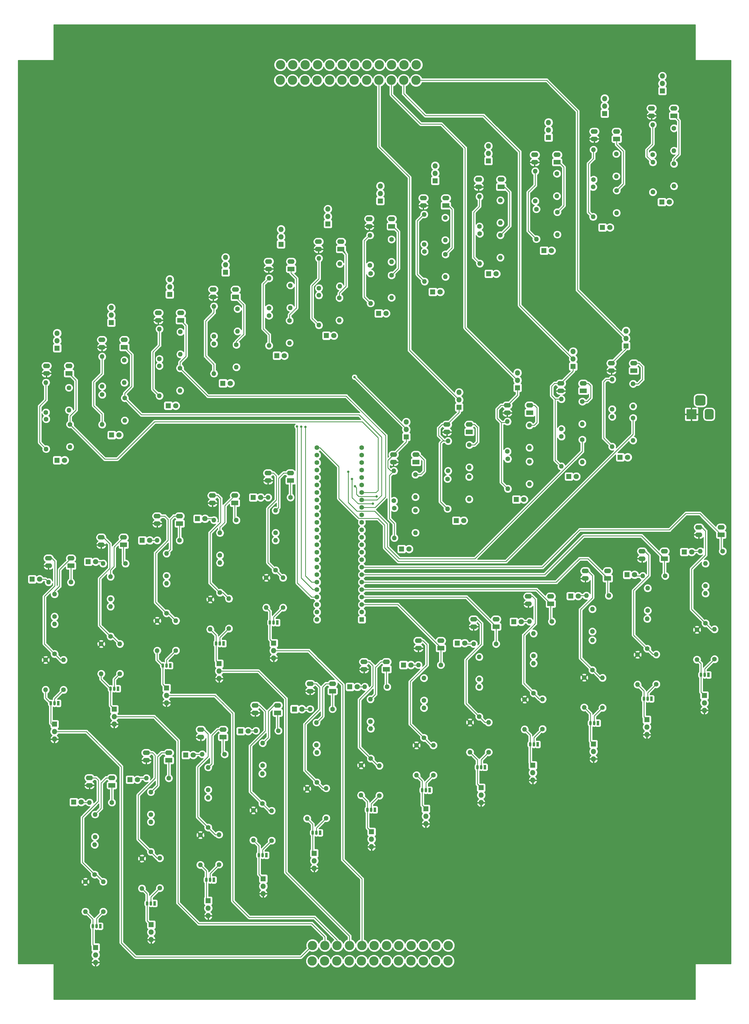
<source format=gbl>
G04 #@! TF.GenerationSoftware,KiCad,Pcbnew,(5.0.0-3-g5ebb6b6)*
G04 #@! TF.CreationDate,2019-09-30T16:34:02-06:00*
G04 #@! TF.ProjectId,VasulkaTranslocationPCB,566173756C6B615472616E736C6F6361,rev?*
G04 #@! TF.SameCoordinates,Original*
G04 #@! TF.FileFunction,Copper,L2,Bot,Signal*
G04 #@! TF.FilePolarity,Positive*
%FSLAX46Y46*%
G04 Gerber Fmt 4.6, Leading zero omitted, Abs format (unit mm)*
G04 Created by KiCad (PCBNEW (5.0.0-3-g5ebb6b6)) date Monday, September 30, 2019 at 04:34:02 PM*
%MOMM*%
%LPD*%
G01*
G04 APERTURE LIST*
G04 #@! TA.AperFunction,ComponentPad*
%ADD10C,1.600000*%
G04 #@! TD*
G04 #@! TA.AperFunction,ComponentPad*
%ADD11R,1.600000X1.600000*%
G04 #@! TD*
G04 #@! TA.AperFunction,ComponentPad*
%ADD12C,3.175000*%
G04 #@! TD*
G04 #@! TA.AperFunction,ComponentPad*
%ADD13R,3.500000X3.500000*%
G04 #@! TD*
G04 #@! TA.AperFunction,Conductor*
%ADD14C,0.100000*%
G04 #@! TD*
G04 #@! TA.AperFunction,ComponentPad*
%ADD15C,3.000000*%
G04 #@! TD*
G04 #@! TA.AperFunction,ComponentPad*
%ADD16C,3.500000*%
G04 #@! TD*
G04 #@! TA.AperFunction,ComponentPad*
%ADD17C,1.800000*%
G04 #@! TD*
G04 #@! TA.AperFunction,ComponentPad*
%ADD18R,1.800000X1.800000*%
G04 #@! TD*
G04 #@! TA.AperFunction,ComponentPad*
%ADD19O,1.600000X1.600000*%
G04 #@! TD*
G04 #@! TA.AperFunction,ComponentPad*
%ADD20O,1.800000X1.800000*%
G04 #@! TD*
G04 #@! TA.AperFunction,ComponentPad*
%ADD21O,0.900000X1.500000*%
G04 #@! TD*
G04 #@! TA.AperFunction,ComponentPad*
%ADD22R,0.900000X1.500000*%
G04 #@! TD*
G04 #@! TA.AperFunction,ComponentPad*
%ADD23R,2.400000X1.600000*%
G04 #@! TD*
G04 #@! TA.AperFunction,ComponentPad*
%ADD24O,2.400000X1.600000*%
G04 #@! TD*
G04 #@! TA.AperFunction,ViaPad*
%ADD25C,0.800000*%
G04 #@! TD*
G04 #@! TA.AperFunction,Conductor*
%ADD26C,0.250000*%
G04 #@! TD*
G04 #@! TA.AperFunction,Conductor*
%ADD27C,0.254000*%
G04 #@! TD*
G04 APERTURE END LIST*
D10*
G04 #@! TO.P,U1,17*
G04 #@! TO.N,PIN25*
X224282000Y-268986000D03*
G04 #@! TO.P,U1,18*
G04 #@! TO.N,PIN26*
X224282000Y-266446000D03*
G04 #@! TO.P,U1,19*
G04 #@! TO.N,PIN27*
X224282000Y-263906000D03*
G04 #@! TO.P,U1,20*
G04 #@! TO.N,PIN28*
X224282000Y-261366000D03*
G04 #@! TO.P,U1,16*
G04 #@! TO.N,PIN24*
X224282000Y-271526000D03*
G04 #@! TO.P,U1,15*
G04 #@! TO.N,Net-(U1-Pad15)*
X224282000Y-274066000D03*
G04 #@! TO.P,U1,14*
G04 #@! TO.N,PIN12*
X224282000Y-276606000D03*
G04 #@! TO.P,U1,21*
G04 #@! TO.N,PIN29*
X224282000Y-258826000D03*
G04 #@! TO.P,U1,22*
G04 #@! TO.N,PIN30*
X224282000Y-256286000D03*
G04 #@! TO.P,U1,23*
G04 #@! TO.N,PIN31*
X224282000Y-253746000D03*
G04 #@! TO.P,U1,24*
G04 #@! TO.N,PIN32*
X224282000Y-251206000D03*
G04 #@! TO.P,U1,30*
G04 #@! TO.N,PIN33*
X209042000Y-251206000D03*
G04 #@! TO.P,U1,31*
G04 #@! TO.N,PIN34*
X209042000Y-253746000D03*
G04 #@! TO.P,U1,32*
G04 #@! TO.N,PIN35*
X209042000Y-256286000D03*
G04 #@! TO.P,U1,33*
G04 #@! TO.N,PIN36*
X209042000Y-258826000D03*
G04 #@! TO.P,U1,34*
G04 #@! TO.N,PIN37*
X209042000Y-261366000D03*
G04 #@! TO.P,U1,35*
G04 #@! TO.N,Net-(U1-Pad35)*
X209042000Y-263906000D03*
G04 #@! TO.P,U1,36*
G04 #@! TO.N,Net-(U1-Pad36)*
X209042000Y-266446000D03*
G04 #@! TO.P,U1,37*
G04 #@! TO.N,Net-(U1-Pad37)*
X209042000Y-268986000D03*
G04 #@! TO.P,U1,13*
G04 #@! TO.N,PIN11*
X224282000Y-279146000D03*
G04 #@! TO.P,U1,12*
G04 #@! TO.N,PIN10*
X224282000Y-281686000D03*
G04 #@! TO.P,U1,11*
G04 #@! TO.N,PIN9*
X224282000Y-284226000D03*
G04 #@! TO.P,U1,10*
G04 #@! TO.N,PIN8*
X224282000Y-286766000D03*
G04 #@! TO.P,U1,9*
G04 #@! TO.N,PIN7*
X224282000Y-289306000D03*
G04 #@! TO.P,U1,8*
G04 #@! TO.N,PIN6*
X224282000Y-291846000D03*
G04 #@! TO.P,U1,7*
G04 #@! TO.N,PIN5*
X224282000Y-294386000D03*
G04 #@! TO.P,U1,6*
G04 #@! TO.N,PIN4*
X224282000Y-296926000D03*
G04 #@! TO.P,U1,5*
G04 #@! TO.N,PIN3*
X224282000Y-299466000D03*
G04 #@! TO.P,U1,4*
G04 #@! TO.N,PIN2*
X224282000Y-302006000D03*
G04 #@! TO.P,U1,3*
G04 #@! TO.N,PIN1*
X224282000Y-304546000D03*
G04 #@! TO.P,U1,2*
G04 #@! TO.N,Net-(U1-Pad2)*
X224282000Y-307086000D03*
D11*
G04 #@! TO.P,U1,1*
G04 #@! TO.N,GND*
X224282000Y-309626000D03*
D10*
G04 #@! TO.P,U1,38*
G04 #@! TO.N,Net-(U1-Pad38)*
X209042000Y-271526000D03*
G04 #@! TO.P,U1,39*
G04 #@! TO.N,Net-(U1-Pad39)*
X209042000Y-274066000D03*
G04 #@! TO.P,U1,40*
G04 #@! TO.N,PIN13*
X209042000Y-276606000D03*
G04 #@! TO.P,U1,41*
G04 #@! TO.N,PIN14*
X209042000Y-279146000D03*
G04 #@! TO.P,U1,42*
G04 #@! TO.N,PIN15*
X209042000Y-281686000D03*
G04 #@! TO.P,U1,43*
G04 #@! TO.N,PIN16*
X209042000Y-284226000D03*
G04 #@! TO.P,U1,44*
G04 #@! TO.N,PIN17*
X209042000Y-286766000D03*
G04 #@! TO.P,U1,45*
G04 #@! TO.N,Net-(U1-Pad45)*
X209042000Y-289306000D03*
G04 #@! TO.P,U1,46*
G04 #@! TO.N,Net-(U1-Pad46)*
X209042000Y-291846000D03*
G04 #@! TO.P,U1,47*
G04 #@! TO.N,Net-(U1-Pad47)*
X209042000Y-294386000D03*
G04 #@! TO.P,U1,48*
G04 #@! TO.N,PIN21*
X209042000Y-296926000D03*
G04 #@! TO.P,U1,49*
G04 #@! TO.N,PIN22*
X209042000Y-299466000D03*
G04 #@! TO.P,U1,50*
G04 #@! TO.N,PIN23*
X209042000Y-302006000D03*
G04 #@! TO.P,U1,51*
G04 #@! TO.N,Net-(U1-Pad51)*
X209042000Y-304546000D03*
G04 #@! TO.P,U1,52*
G04 #@! TO.N,Net-(U1-Pad52)*
X209042000Y-307086000D03*
G04 #@! TO.P,U1,53*
G04 #@! TO.N,+5V*
X209042000Y-309626000D03*
G04 #@! TD*
D12*
G04 #@! TO.P,J2,1*
G04 #@! TO.N,-1*
X196615000Y-121030000D03*
G04 #@! TO.P,J2,2*
G04 #@! TO.N,-2*
X200815000Y-121030000D03*
G04 #@! TO.P,J2,3*
G04 #@! TO.N,-3*
X205015000Y-121030000D03*
G04 #@! TO.P,J2,4*
G04 #@! TO.N,-4*
X209215000Y-121030000D03*
G04 #@! TO.P,J2,5*
G04 #@! TO.N,-5*
X213415000Y-121030000D03*
G04 #@! TO.P,J2,6*
G04 #@! TO.N,-6*
X217615000Y-121030000D03*
G04 #@! TO.P,J2,7*
G04 #@! TO.N,-7*
X221815000Y-121030000D03*
G04 #@! TO.P,J2,8*
G04 #@! TO.N,-8*
X226015000Y-121030000D03*
G04 #@! TO.P,J2,9*
G04 #@! TO.N,-9*
X230215000Y-121030000D03*
G04 #@! TO.P,J2,10*
G04 #@! TO.N,-10*
X234415000Y-121030000D03*
G04 #@! TO.P,J2,11*
G04 #@! TO.N,-11*
X238615000Y-121030000D03*
G04 #@! TO.P,J2,12*
G04 #@! TO.N,-12*
X242815000Y-121030000D03*
G04 #@! TO.P,J2,13*
G04 #@! TO.N,-13*
X242715000Y-126330000D03*
G04 #@! TO.P,J2,14*
G04 #@! TO.N,-14*
X238515000Y-126330000D03*
G04 #@! TO.P,J2,15*
G04 #@! TO.N,-15*
X234315000Y-126330000D03*
G04 #@! TO.P,J2,16*
G04 #@! TO.N,-16*
X230115000Y-126330000D03*
G04 #@! TO.P,J2,17*
G04 #@! TO.N,-17*
X225915000Y-126330000D03*
G04 #@! TO.P,J2,18*
G04 #@! TO.N,Net-(J2-Pad18)*
X221715000Y-126330000D03*
G04 #@! TO.P,J2,19*
G04 #@! TO.N,Net-(J2-Pad19)*
X217515000Y-126330000D03*
G04 #@! TO.P,J2,20*
G04 #@! TO.N,Net-(J2-Pad20)*
X213315000Y-126330000D03*
G04 #@! TO.P,J2,21*
G04 #@! TO.N,Net-(J2-Pad21)*
X209115000Y-126330000D03*
G04 #@! TO.P,J2,22*
G04 #@! TO.N,Net-(J2-Pad22)*
X204915000Y-126330000D03*
G04 #@! TO.P,J2,23*
G04 #@! TO.N,Net-(J2-Pad23)*
X200715000Y-126330000D03*
G04 #@! TO.P,J2,24*
G04 #@! TO.N,Net-(J2-Pad24)*
X196515000Y-126330000D03*
G04 #@! TD*
G04 #@! TO.P,J3,1*
G04 #@! TO.N,+1*
X253600000Y-425705000D03*
G04 #@! TO.P,J3,2*
G04 #@! TO.N,+2*
X249400000Y-425705000D03*
G04 #@! TO.P,J3,3*
G04 #@! TO.N,+3*
X245200000Y-425705000D03*
G04 #@! TO.P,J3,4*
G04 #@! TO.N,+4*
X241000000Y-425705000D03*
G04 #@! TO.P,J3,5*
G04 #@! TO.N,+5*
X236800000Y-425705000D03*
G04 #@! TO.P,J3,6*
G04 #@! TO.N,+6*
X232600000Y-425705000D03*
G04 #@! TO.P,J3,7*
G04 #@! TO.N,+7*
X228400000Y-425705000D03*
G04 #@! TO.P,J3,8*
G04 #@! TO.N,+8*
X224200000Y-425705000D03*
G04 #@! TO.P,J3,9*
G04 #@! TO.N,+9*
X220000000Y-425705000D03*
G04 #@! TO.P,J3,10*
G04 #@! TO.N,+10*
X215800000Y-425705000D03*
G04 #@! TO.P,J3,11*
G04 #@! TO.N,+11*
X211600000Y-425705000D03*
G04 #@! TO.P,J3,12*
G04 #@! TO.N,+12*
X207400000Y-425705000D03*
G04 #@! TO.P,J3,13*
G04 #@! TO.N,+13*
X207500000Y-420405000D03*
G04 #@! TO.P,J3,14*
G04 #@! TO.N,+14*
X211700000Y-420405000D03*
G04 #@! TO.P,J3,15*
G04 #@! TO.N,+15*
X215900000Y-420405000D03*
G04 #@! TO.P,J3,16*
G04 #@! TO.N,+16*
X220100000Y-420405000D03*
G04 #@! TO.P,J3,17*
G04 #@! TO.N,+17*
X224300000Y-420405000D03*
G04 #@! TO.P,J3,18*
G04 #@! TO.N,Net-(J3-Pad18)*
X228500000Y-420405000D03*
G04 #@! TO.P,J3,19*
G04 #@! TO.N,Net-(J3-Pad19)*
X232700000Y-420405000D03*
G04 #@! TO.P,J3,20*
G04 #@! TO.N,Net-(J3-Pad20)*
X236900000Y-420405000D03*
G04 #@! TO.P,J3,21*
G04 #@! TO.N,Net-(J3-Pad21)*
X241100000Y-420405000D03*
G04 #@! TO.P,J3,22*
G04 #@! TO.N,Net-(J3-Pad22)*
X245300000Y-420405000D03*
G04 #@! TO.P,J3,23*
G04 #@! TO.N,Net-(J3-Pad23)*
X249500000Y-420405000D03*
G04 #@! TO.P,J3,24*
G04 #@! TO.N,Net-(J3-Pad24)*
X253700000Y-420405000D03*
G04 #@! TD*
D13*
G04 #@! TO.P,J1,1*
G04 #@! TO.N,+12V*
X336423000Y-239839500D03*
D14*
G04 #@! TD*
G04 #@! TO.N,GND*
G04 #@! TO.C,J1*
G36*
X343246513Y-238093111D02*
X343319318Y-238103911D01*
X343390714Y-238121795D01*
X343460013Y-238146590D01*
X343526548Y-238178059D01*
X343589678Y-238215898D01*
X343648795Y-238259742D01*
X343703330Y-238309170D01*
X343752758Y-238363705D01*
X343796602Y-238422822D01*
X343834441Y-238485952D01*
X343865910Y-238552487D01*
X343890705Y-238621786D01*
X343908589Y-238693182D01*
X343919389Y-238765987D01*
X343923000Y-238839500D01*
X343923000Y-240839500D01*
X343919389Y-240913013D01*
X343908589Y-240985818D01*
X343890705Y-241057214D01*
X343865910Y-241126513D01*
X343834441Y-241193048D01*
X343796602Y-241256178D01*
X343752758Y-241315295D01*
X343703330Y-241369830D01*
X343648795Y-241419258D01*
X343589678Y-241463102D01*
X343526548Y-241500941D01*
X343460013Y-241532410D01*
X343390714Y-241557205D01*
X343319318Y-241575089D01*
X343246513Y-241585889D01*
X343173000Y-241589500D01*
X341673000Y-241589500D01*
X341599487Y-241585889D01*
X341526682Y-241575089D01*
X341455286Y-241557205D01*
X341385987Y-241532410D01*
X341319452Y-241500941D01*
X341256322Y-241463102D01*
X341197205Y-241419258D01*
X341142670Y-241369830D01*
X341093242Y-241315295D01*
X341049398Y-241256178D01*
X341011559Y-241193048D01*
X340980090Y-241126513D01*
X340955295Y-241057214D01*
X340937411Y-240985818D01*
X340926611Y-240913013D01*
X340923000Y-240839500D01*
X340923000Y-238839500D01*
X340926611Y-238765987D01*
X340937411Y-238693182D01*
X340955295Y-238621786D01*
X340980090Y-238552487D01*
X341011559Y-238485952D01*
X341049398Y-238422822D01*
X341093242Y-238363705D01*
X341142670Y-238309170D01*
X341197205Y-238259742D01*
X341256322Y-238215898D01*
X341319452Y-238178059D01*
X341385987Y-238146590D01*
X341455286Y-238121795D01*
X341526682Y-238103911D01*
X341599487Y-238093111D01*
X341673000Y-238089500D01*
X343173000Y-238089500D01*
X343246513Y-238093111D01*
X343246513Y-238093111D01*
G37*
D15*
G04 #@! TO.P,J1,2*
G04 #@! TO.N,GND*
X342423000Y-239839500D03*
D14*
G04 #@! TD*
G04 #@! TO.N,N/C*
G04 #@! TO.C,J1*
G36*
X340383765Y-233393713D02*
X340468704Y-233406313D01*
X340551999Y-233427177D01*
X340632848Y-233456105D01*
X340710472Y-233492819D01*
X340784124Y-233536964D01*
X340853094Y-233588116D01*
X340916718Y-233645782D01*
X340974384Y-233709406D01*
X341025536Y-233778376D01*
X341069681Y-233852028D01*
X341106395Y-233929652D01*
X341135323Y-234010501D01*
X341156187Y-234093796D01*
X341168787Y-234178735D01*
X341173000Y-234264500D01*
X341173000Y-236014500D01*
X341168787Y-236100265D01*
X341156187Y-236185204D01*
X341135323Y-236268499D01*
X341106395Y-236349348D01*
X341069681Y-236426972D01*
X341025536Y-236500624D01*
X340974384Y-236569594D01*
X340916718Y-236633218D01*
X340853094Y-236690884D01*
X340784124Y-236742036D01*
X340710472Y-236786181D01*
X340632848Y-236822895D01*
X340551999Y-236851823D01*
X340468704Y-236872687D01*
X340383765Y-236885287D01*
X340298000Y-236889500D01*
X338548000Y-236889500D01*
X338462235Y-236885287D01*
X338377296Y-236872687D01*
X338294001Y-236851823D01*
X338213152Y-236822895D01*
X338135528Y-236786181D01*
X338061876Y-236742036D01*
X337992906Y-236690884D01*
X337929282Y-236633218D01*
X337871616Y-236569594D01*
X337820464Y-236500624D01*
X337776319Y-236426972D01*
X337739605Y-236349348D01*
X337710677Y-236268499D01*
X337689813Y-236185204D01*
X337677213Y-236100265D01*
X337673000Y-236014500D01*
X337673000Y-234264500D01*
X337677213Y-234178735D01*
X337689813Y-234093796D01*
X337710677Y-234010501D01*
X337739605Y-233929652D01*
X337776319Y-233852028D01*
X337820464Y-233778376D01*
X337871616Y-233709406D01*
X337929282Y-233645782D01*
X337992906Y-233588116D01*
X338061876Y-233536964D01*
X338135528Y-233492819D01*
X338213152Y-233456105D01*
X338294001Y-233427177D01*
X338377296Y-233406313D01*
X338462235Y-233393713D01*
X338548000Y-233389500D01*
X340298000Y-233389500D01*
X340383765Y-233393713D01*
X340383765Y-233393713D01*
G37*
D16*
G04 #@! TO.P,J1,3*
G04 #@! TO.N,N/C*
X339423000Y-235139500D03*
G04 #@! TD*
D17*
G04 #@! TO.P,D18,2*
G04 #@! TO.N,Net-(D18-Pad2)*
X203898500Y-340042500D03*
D18*
G04 #@! TO.P,D18,1*
G04 #@! TO.N,GND*
X201358500Y-340042500D03*
G04 #@! TD*
G04 #@! TO.P,D19,1*
G04 #@! TO.N,GND*
X183070500Y-347535500D03*
D17*
G04 #@! TO.P,D19,2*
G04 #@! TO.N,Net-(D19-Pad2)*
X185610500Y-347535500D03*
G04 #@! TD*
G04 #@! TO.P,D20,2*
G04 #@! TO.N,Net-(D20-Pad2)*
X222758000Y-332486000D03*
D18*
G04 #@! TO.P,D20,1*
G04 #@! TO.N,GND*
X220218000Y-332486000D03*
G04 #@! TD*
G04 #@! TO.P,D21,1*
G04 #@! TO.N,GND*
X131191000Y-289941000D03*
D17*
G04 #@! TO.P,D21,2*
G04 #@! TO.N,Net-(D21-Pad2)*
X133731000Y-289941000D03*
G04 #@! TD*
G04 #@! TO.P,D22,2*
G04 #@! TO.N,Net-(D22-Pad2)*
X114681000Y-295910000D03*
D18*
G04 #@! TO.P,D22,1*
G04 #@! TO.N,GND*
X112141000Y-295910000D03*
G04 #@! TD*
G04 #@! TO.P,D23,1*
G04 #@! TO.N,GND*
X149606000Y-282702000D03*
D17*
G04 #@! TO.P,D23,2*
G04 #@! TO.N,Net-(D23-Pad2)*
X152146000Y-282702000D03*
G04 #@! TD*
G04 #@! TO.P,D24,2*
G04 #@! TO.N,Net-(D24-Pad2)*
X170942000Y-275336000D03*
D18*
G04 #@! TO.P,D24,1*
G04 #@! TO.N,GND*
X168402000Y-275336000D03*
G04 #@! TD*
G04 #@! TO.P,D25,1*
G04 #@! TO.N,GND*
X187325000Y-268097000D03*
D17*
G04 #@! TO.P,D25,2*
G04 #@! TO.N,Net-(D25-Pad2)*
X189865000Y-268097000D03*
G04 #@! TD*
G04 #@! TO.P,D26,2*
G04 #@! TO.N,Net-(D26-Pad2)*
X240982500Y-325056500D03*
D18*
G04 #@! TO.P,D26,1*
G04 #@! TO.N,GND*
X238442500Y-325056500D03*
G04 #@! TD*
G04 #@! TO.P,D27,1*
G04 #@! TO.N,GND*
X256730500Y-317627000D03*
D17*
G04 #@! TO.P,D27,2*
G04 #@! TO.N,Net-(D27-Pad2)*
X259270500Y-317627000D03*
G04 #@! TD*
G04 #@! TO.P,D28,2*
G04 #@! TO.N,Net-(D28-Pad2)*
X278511000Y-310388000D03*
D18*
G04 #@! TO.P,D28,1*
G04 #@! TO.N,GND*
X275971000Y-310388000D03*
G04 #@! TD*
G04 #@! TO.P,D29,1*
G04 #@! TO.N,GND*
X333946500Y-286639000D03*
D17*
G04 #@! TO.P,D29,2*
G04 #@! TO.N,Net-(D29-Pad2)*
X336486500Y-286639000D03*
G04 #@! TD*
G04 #@! TO.P,D30,2*
G04 #@! TO.N,Net-(D30-Pad2)*
X317055500Y-294386000D03*
D18*
G04 #@! TO.P,D30,1*
G04 #@! TO.N,GND*
X314515500Y-294386000D03*
G04 #@! TD*
G04 #@! TO.P,D31,1*
G04 #@! TO.N,GND*
X295338500Y-301625000D03*
D17*
G04 #@! TO.P,D31,2*
G04 #@! TO.N,Net-(D31-Pad2)*
X297878500Y-301625000D03*
G04 #@! TD*
G04 #@! TO.P,D32,2*
G04 #@! TO.N,Net-(D32-Pad2)*
X166941500Y-355663500D03*
D18*
G04 #@! TO.P,D32,1*
G04 #@! TO.N,GND*
X164401500Y-355663500D03*
G04 #@! TD*
G04 #@! TO.P,D33,1*
G04 #@! TO.N,GND*
X126301500Y-371665500D03*
D17*
G04 #@! TO.P,D33,2*
G04 #@! TO.N,Net-(D33-Pad2)*
X128841500Y-371665500D03*
G04 #@! TD*
G04 #@! TO.P,D34,2*
G04 #@! TO.N,Net-(D34-Pad2)*
X147955000Y-364045500D03*
D18*
G04 #@! TO.P,D34,1*
G04 #@! TO.N,GND*
X145415000Y-364045500D03*
G04 #@! TD*
D10*
G04 #@! TO.P,R113,1*
G04 #@! TO.N,Net-(Q38-Pad2)*
X267398500Y-354711000D03*
D19*
G04 #@! TO.P,R113,2*
G04 #@! TO.N,Net-(R113-Pad2)*
X267398500Y-344551000D03*
G04 #@! TD*
G04 #@! TO.P,R106,2*
G04 #@! TO.N,Net-(Q30-Pad1)*
X172720000Y-312928000D03*
D10*
G04 #@! TO.P,R106,1*
G04 #@! TO.N,+12V*
X172720000Y-302768000D03*
G04 #@! TD*
G04 #@! TO.P,R105,1*
G04 #@! TO.N,Net-(R101-Pad2)*
X176022000Y-300482000D03*
D19*
G04 #@! TO.P,R105,2*
G04 #@! TO.N,GND*
X176022000Y-290322000D03*
G04 #@! TD*
G04 #@! TO.P,R122,2*
G04 #@! TO.N,GND*
X282702000Y-324485000D03*
D10*
G04 #@! TO.P,R122,1*
G04 #@! TO.N,Net-(R116-Pad2)*
X282702000Y-334645000D03*
G04 #@! TD*
G04 #@! TO.P,R102,1*
G04 #@! TO.N,Net-(Q33-Pad2)*
X197485000Y-305562000D03*
D19*
G04 #@! TO.P,R102,2*
G04 #@! TO.N,Net-(R102-Pad2)*
X197485000Y-295402000D03*
G04 #@! TD*
G04 #@! TO.P,R101,2*
G04 #@! TO.N,Net-(R101-Pad2)*
X179070000Y-302514000D03*
D10*
G04 #@! TO.P,R101,1*
G04 #@! TO.N,Net-(Q32-Pad2)*
X179070000Y-312674000D03*
G04 #@! TD*
G04 #@! TO.P,R98,1*
G04 #@! TO.N,+12V*
X154686000Y-310007000D03*
D19*
G04 #@! TO.P,R98,2*
G04 #@! TO.N,Net-(Q26-Pad1)*
X154686000Y-320167000D03*
G04 #@! TD*
G04 #@! TO.P,R97,2*
G04 #@! TO.N,Net-(Q25-Pad1)*
X116713000Y-333502000D03*
D10*
G04 #@! TO.P,R97,1*
G04 #@! TO.N,+12V*
X116713000Y-323342000D03*
G04 #@! TD*
G04 #@! TO.P,R94,1*
G04 #@! TO.N,Net-(R88-Pad2)*
X119761000Y-321310000D03*
D19*
G04 #@! TO.P,R94,2*
G04 #@! TO.N,GND*
X119761000Y-311150000D03*
G04 #@! TD*
G04 #@! TO.P,R93,2*
G04 #@! TO.N,GND*
X138811000Y-305181000D03*
D10*
G04 #@! TO.P,R93,1*
G04 #@! TO.N,Net-(R87-Pad2)*
X138811000Y-315341000D03*
G04 #@! TD*
G04 #@! TO.P,R130,1*
G04 #@! TO.N,Net-(Q45-Pad2)*
X306133500Y-339598000D03*
D19*
G04 #@! TO.P,R130,2*
G04 #@! TO.N,Net-(R130-Pad2)*
X306133500Y-329438000D03*
G04 #@! TD*
G04 #@! TO.P,R133,2*
G04 #@! TO.N,Net-(Q40-Pad1)*
X338264500Y-323215000D03*
D10*
G04 #@! TO.P,R133,1*
G04 #@! TO.N,+12V*
X338264500Y-313055000D03*
G04 #@! TD*
G04 #@! TO.P,R89,1*
G04 #@! TO.N,Net-(Q29-Pad2)*
X161036000Y-320167000D03*
D19*
G04 #@! TO.P,R89,2*
G04 #@! TO.N,Net-(R89-Pad2)*
X161036000Y-310007000D03*
G04 #@! TD*
G04 #@! TO.P,R137,2*
G04 #@! TO.N,GND*
X302704500Y-316611000D03*
D10*
G04 #@! TO.P,R137,1*
G04 #@! TO.N,Net-(R130-Pad2)*
X302704500Y-326771000D03*
G04 #@! TD*
G04 #@! TO.P,R82,1*
G04 #@! TO.N,+12V*
X187388500Y-374459500D03*
D19*
G04 #@! TO.P,R82,2*
G04 #@! TO.N,Net-(Q19-Pad1)*
X187388500Y-384619500D03*
G04 #@! TD*
G04 #@! TO.P,R81,2*
G04 #@! TO.N,GND*
X227330000Y-346710000D03*
D10*
G04 #@! TO.P,R81,1*
G04 #@! TO.N,Net-(R74-Pad2)*
X227330000Y-356870000D03*
G04 #@! TD*
G04 #@! TO.P,R78,1*
G04 #@! TO.N,Net-(R72-Pad2)*
X208978500Y-364934500D03*
D19*
G04 #@! TO.P,R78,2*
G04 #@! TO.N,GND*
X208978500Y-354774500D03*
G04 #@! TD*
G04 #@! TO.P,R138,2*
G04 #@! TO.N,Net-(Q42-Pad1)*
X299910500Y-339471000D03*
D10*
G04 #@! TO.P,R138,1*
G04 #@! TO.N,+12V*
X299910500Y-329311000D03*
G04 #@! TD*
G04 #@! TO.P,R142,1*
G04 #@! TO.N,Net-(Q49-Pad2)*
X175704500Y-392874500D03*
D19*
G04 #@! TO.P,R142,2*
G04 #@! TO.N,Net-(R142-Pad2)*
X175704500Y-382714500D03*
G04 #@! TD*
G04 #@! TO.P,R144,2*
G04 #@! TO.N,Net-(R144-Pad2)*
X136334500Y-398716500D03*
D10*
G04 #@! TO.P,R144,1*
G04 #@! TO.N,Net-(Q50-Pad2)*
X136334500Y-408876500D03*
G04 #@! TD*
G04 #@! TO.P,R74,1*
G04 #@! TO.N,Net-(Q23-Pad2)*
X230251000Y-369443000D03*
D19*
G04 #@! TO.P,R74,2*
G04 #@! TO.N,Net-(R74-Pad2)*
X230251000Y-359283000D03*
G04 #@! TD*
G04 #@! TO.P,R73,2*
G04 #@! TO.N,Net-(R73-Pad2)*
X193611500Y-374586500D03*
D10*
G04 #@! TO.P,R73,1*
G04 #@! TO.N,Net-(Q22-Pad2)*
X193611500Y-384746500D03*
G04 #@! TD*
G04 #@! TO.P,R145,1*
G04 #@! TO.N,Net-(R142-Pad2)*
X172021500Y-380301500D03*
D19*
G04 #@! TO.P,R145,2*
G04 #@! TO.N,GND*
X172021500Y-370141500D03*
G04 #@! TD*
G04 #@! TO.P,R146,2*
G04 #@! TO.N,Net-(R146-Pad2)*
X155575000Y-390715500D03*
D10*
G04 #@! TO.P,R146,1*
G04 #@! TO.N,Net-(Q51-Pad2)*
X155575000Y-400875500D03*
G04 #@! TD*
G04 #@! TO.P,R147,1*
G04 #@! TO.N,+12V*
X169354500Y-382841500D03*
D19*
G04 #@! TO.P,R147,2*
G04 #@! TO.N,Net-(Q46-Pad1)*
X169354500Y-393001500D03*
G04 #@! TD*
G04 #@! TO.P,R149,2*
G04 #@! TO.N,GND*
X133413500Y-386143500D03*
D10*
G04 #@! TO.P,R149,1*
G04 #@! TO.N,Net-(R144-Pad2)*
X133413500Y-396303500D03*
G04 #@! TD*
G04 #@! TO.P,R65,1*
G04 #@! TO.N,GND*
X253619000Y-259080000D03*
D19*
G04 #@! TO.P,R65,2*
G04 #@! TO.N,Net-(Q16-Pad1)*
X253619000Y-248920000D03*
G04 #@! TD*
G04 #@! TO.P,R151,2*
G04 #@! TO.N,Net-(Q47-Pad1)*
X130238500Y-408876500D03*
D10*
G04 #@! TO.P,R151,1*
G04 #@! TO.N,+12V*
X130238500Y-398716500D03*
G04 #@! TD*
G04 #@! TO.P,R152,1*
G04 #@! TO.N,Net-(R146-Pad2)*
X152527000Y-388556500D03*
D19*
G04 #@! TO.P,R152,2*
G04 #@! TO.N,GND*
X152527000Y-378396500D03*
G04 #@! TD*
G04 #@! TO.P,R153,2*
G04 #@! TO.N,Net-(Q48-Pad1)*
X149479000Y-401002500D03*
D10*
G04 #@! TO.P,R153,1*
G04 #@! TO.N,+12V*
X149479000Y-390842500D03*
G04 #@! TD*
G04 #@! TO.P,R117,1*
G04 #@! TO.N,Net-(R112-Pad2)*
X245427500Y-349821500D03*
D19*
G04 #@! TO.P,R117,2*
G04 #@! TO.N,GND*
X245427500Y-339661500D03*
G04 #@! TD*
G04 #@! TO.P,R5,2*
G04 #@! TO.N,Net-(Q2-Pad1)*
X192722500Y-216471500D03*
D10*
G04 #@! TO.P,R5,1*
G04 #@! TO.N,GND*
X192722500Y-206311500D03*
G04 #@! TD*
G04 #@! TO.P,R53,1*
G04 #@! TO.N,GND*
X309435500Y-240665000D03*
D19*
G04 #@! TO.P,R53,2*
G04 #@! TO.N,Net-(Q14-Pad1)*
X309435500Y-250825000D03*
G04 #@! TD*
G04 #@! TO.P,R6,2*
G04 #@! TO.N,Net-(Q3-Pad1)*
X173990000Y-225996500D03*
D10*
G04 #@! TO.P,R6,1*
G04 #@! TO.N,GND*
X173990000Y-215836500D03*
G04 #@! TD*
G04 #@! TO.P,R118,1*
G04 #@! TO.N,Net-(R113-Pad2)*
X264223500Y-342646000D03*
D19*
G04 #@! TO.P,R118,2*
G04 #@! TO.N,GND*
X264223500Y-332486000D03*
G04 #@! TD*
G04 #@! TO.P,R33,2*
G04 #@! TO.N,Net-(Q8-Pad1)*
X323215000Y-141414500D03*
D10*
G04 #@! TO.P,R33,1*
G04 #@! TO.N,GND*
X323215000Y-151574500D03*
G04 #@! TD*
G04 #@! TO.P,R27,1*
G04 #@! TO.N,PIN28*
X310959500Y-163766500D03*
D19*
G04 #@! TO.P,R27,2*
G04 #@! TO.N,Net-(D9-Pad2)*
X310959500Y-171386500D03*
G04 #@! TD*
G04 #@! TO.P,R26,2*
G04 #@! TO.N,Net-(D8-Pad2)*
X330454000Y-162306000D03*
D10*
G04 #@! TO.P,R26,1*
G04 #@! TO.N,PIN27*
X330454000Y-154686000D03*
G04 #@! TD*
G04 #@! TO.P,R23,1*
G04 #@! TO.N,Net-(R23-Pad1)*
X143510000Y-221488000D03*
D19*
G04 #@! TO.P,R23,2*
G04 #@! TO.N,GND*
X143510000Y-229108000D03*
G04 #@! TD*
G04 #@! TO.P,R32,2*
G04 #@! TO.N,GND*
X330454000Y-150241000D03*
D10*
G04 #@! TO.P,R32,1*
G04 #@! TO.N,Net-(R32-Pad1)*
X330454000Y-142621000D03*
G04 #@! TD*
G04 #@! TO.P,R35,1*
G04 #@! TO.N,Net-(R35-Pad1)*
X310832500Y-151320500D03*
D19*
G04 #@! TO.P,R35,2*
G04 #@! TO.N,GND*
X310832500Y-158940500D03*
G04 #@! TD*
G04 #@! TO.P,R38,2*
G04 #@! TO.N,Net-(D11-Pad2)*
X234378500Y-200215500D03*
D10*
G04 #@! TO.P,R38,1*
G04 #@! TO.N,PIN32*
X234378500Y-192595500D03*
G04 #@! TD*
G04 #@! TO.P,R39,1*
G04 #@! TO.N,PIN31*
X252730000Y-185483500D03*
D19*
G04 #@! TO.P,R39,2*
G04 #@! TO.N,Net-(D12-Pad2)*
X252730000Y-193103500D03*
G04 #@! TD*
G04 #@! TO.P,R15,2*
G04 #@! TO.N,Net-(D6-Pad2)*
X143637000Y-241935000D03*
D10*
G04 #@! TO.P,R15,1*
G04 #@! TO.N,PIN25*
X143637000Y-234315000D03*
G04 #@! TD*
G04 #@! TO.P,R11,1*
G04 #@! TO.N,Net-(R11-Pad1)*
X181991000Y-204025500D03*
D19*
G04 #@! TO.P,R11,2*
G04 #@! TO.N,GND*
X181991000Y-211645500D03*
G04 #@! TD*
G04 #@! TO.P,R47,2*
G04 #@! TO.N,GND*
X252666500Y-180657500D03*
D10*
G04 #@! TO.P,R47,1*
G04 #@! TO.N,Net-(R47-Pad1)*
X252666500Y-173037500D03*
G04 #@! TD*
G04 #@! TO.P,R50,1*
G04 #@! TO.N,PIN33*
X316547500Y-241109500D03*
D19*
G04 #@! TO.P,R50,2*
G04 #@! TO.N,Net-(D14-Pad2)*
X316547500Y-248729500D03*
G04 #@! TD*
G04 #@! TO.P,R7,2*
G04 #@! TO.N,GND*
X216789000Y-196342000D03*
D10*
G04 #@! TO.P,R7,1*
G04 #@! TO.N,Net-(R7-Pad1)*
X216789000Y-188722000D03*
G04 #@! TD*
G04 #@! TO.P,R51,1*
G04 #@! TO.N,PIN34*
X299275500Y-248475500D03*
D19*
G04 #@! TO.P,R51,2*
G04 #@! TO.N,Net-(D15-Pad2)*
X299275500Y-256095500D03*
G04 #@! TD*
G04 #@! TO.P,R55,2*
G04 #@! TO.N,GND*
X281305000Y-251206000D03*
D10*
G04 #@! TO.P,R55,1*
G04 #@! TO.N,Net-(R55-Pad1)*
X281305000Y-243586000D03*
G04 #@! TD*
G04 #@! TO.P,R3,1*
G04 #@! TO.N,PIN23*
X181610000Y-216217500D03*
D19*
G04 #@! TO.P,R3,2*
G04 #@! TO.N,Net-(D3-Pad2)*
X181610000Y-223837500D03*
G04 #@! TD*
G04 #@! TO.P,R2,2*
G04 #@! TO.N,Net-(D2-Pad2)*
X199707500Y-215582500D03*
D10*
G04 #@! TO.P,R2,1*
G04 #@! TO.N,PIN22*
X199707500Y-207962500D03*
G04 #@! TD*
G04 #@! TO.P,R59,1*
G04 #@! TO.N,Net-(R59-Pad1)*
X299275500Y-235521500D03*
D19*
G04 #@! TO.P,R59,2*
G04 #@! TO.N,GND*
X299275500Y-243141500D03*
G04 #@! TD*
G04 #@! TO.P,R62,2*
G04 #@! TO.N,Net-(D17-Pad2)*
X242506500Y-280098500D03*
D10*
G04 #@! TO.P,R62,1*
G04 #@! TO.N,PIN37*
X242506500Y-272478500D03*
G04 #@! TD*
G04 #@! TO.P,R64,1*
G04 #@! TO.N,Net-(R64-Pad1)*
X260858000Y-250253500D03*
D19*
G04 #@! TO.P,R64,2*
G04 #@! TO.N,GND*
X260858000Y-257873500D03*
G04 #@! TD*
G04 #@! TO.P,R150,2*
G04 #@! TO.N,Net-(R150-Pad2)*
X152527000Y-368236500D03*
D10*
G04 #@! TO.P,R150,1*
G04 #@! TO.N,GND*
X152527000Y-375856500D03*
G04 #@! TD*
G04 #@! TO.P,R67,1*
G04 #@! TO.N,Net-(R67-Pad1)*
X242506500Y-260350000D03*
D19*
G04 #@! TO.P,R67,2*
G04 #@! TO.N,GND*
X242506500Y-267970000D03*
G04 #@! TD*
G04 #@! TO.P,R148,2*
G04 #@! TO.N,Net-(R148-Pad2)*
X133540500Y-375856500D03*
D10*
G04 #@! TO.P,R148,1*
G04 #@! TO.N,GND*
X133540500Y-383476500D03*
G04 #@! TD*
G04 #@! TO.P,R70,1*
G04 #@! TO.N,PIN10*
X195897500Y-347408500D03*
D19*
G04 #@! TO.P,R70,2*
G04 #@! TO.N,Net-(D19-Pad2)*
X188277500Y-347408500D03*
G04 #@! TD*
G04 #@! TO.P,R71,2*
G04 #@! TO.N,Net-(D20-Pad2)*
X225298000Y-332486000D03*
D10*
G04 #@! TO.P,R71,1*
G04 #@! TO.N,PIN12*
X232918000Y-332486000D03*
G04 #@! TD*
G04 #@! TO.P,R75,1*
G04 #@! TO.N,GND*
X208851500Y-352234500D03*
D19*
G04 #@! TO.P,R75,2*
G04 #@! TO.N,Net-(R75-Pad2)*
X208851500Y-344614500D03*
G04 #@! TD*
G04 #@! TO.P,R143,2*
G04 #@! TO.N,Net-(R143-Pad2)*
X172021500Y-359854500D03*
D10*
G04 #@! TO.P,R143,1*
G04 #@! TO.N,GND*
X172021500Y-367474500D03*
G04 #@! TD*
G04 #@! TO.P,R76,1*
G04 #@! TO.N,GND*
X190563500Y-359219500D03*
D19*
G04 #@! TO.P,R76,2*
G04 #@! TO.N,Net-(R76-Pad2)*
X190563500Y-351599500D03*
G04 #@! TD*
G04 #@! TO.P,R141,2*
G04 #@! TO.N,Net-(D34-Pad2)*
X151003000Y-363537500D03*
D10*
G04 #@! TO.P,R141,1*
G04 #@! TO.N,PIN8*
X158623000Y-363537500D03*
G04 #@! TD*
G04 #@! TO.P,R140,1*
G04 #@! TO.N,PIN7*
X139255500Y-371792500D03*
D19*
G04 #@! TO.P,R140,2*
G04 #@! TO.N,Net-(D33-Pad2)*
X131635500Y-371792500D03*
G04 #@! TD*
G04 #@! TO.P,R139,2*
G04 #@! TO.N,Net-(D32-Pad2)*
X169989500Y-355409500D03*
D10*
G04 #@! TO.P,R139,1*
G04 #@! TO.N,PIN9*
X177609500Y-355409500D03*
G04 #@! TD*
G04 #@! TO.P,R84,1*
G04 #@! TO.N,PIN14*
X143891000Y-290576000D03*
D19*
G04 #@! TO.P,R84,2*
G04 #@! TO.N,Net-(D21-Pad2)*
X136271000Y-290576000D03*
G04 #@! TD*
G04 #@! TO.P,R91,2*
G04 #@! TO.N,Net-(R91-Pad2)*
X119761000Y-300990000D03*
D10*
G04 #@! TO.P,R91,1*
G04 #@! TO.N,GND*
X119761000Y-308610000D03*
G04 #@! TD*
G04 #@! TO.P,R131,1*
G04 #@! TO.N,GND*
X321500500Y-306578000D03*
D19*
G04 #@! TO.P,R131,2*
G04 #@! TO.N,Net-(R131-Pad2)*
X321500500Y-298958000D03*
G04 #@! TD*
G04 #@! TO.P,R92,2*
G04 #@! TO.N,Net-(R92-Pad2)*
X157861000Y-287147000D03*
D10*
G04 #@! TO.P,R92,1*
G04 #@! TO.N,GND*
X157861000Y-294767000D03*
G04 #@! TD*
G04 #@! TO.P,R99,1*
G04 #@! TO.N,PIN16*
X181610000Y-275844000D03*
D19*
G04 #@! TO.P,R99,2*
G04 #@! TO.N,Net-(D24-Pad2)*
X173990000Y-275844000D03*
G04 #@! TD*
G04 #@! TO.P,R100,2*
G04 #@! TO.N,Net-(D25-Pad2)*
X192405000Y-268097000D03*
D10*
G04 #@! TO.P,R100,1*
G04 #@! TO.N,PIN17*
X200025000Y-268097000D03*
G04 #@! TD*
G04 #@! TO.P,R124,1*
G04 #@! TO.N,PIN6*
X347027500Y-286385000D03*
D19*
G04 #@! TO.P,R124,2*
G04 #@! TO.N,Net-(D29-Pad2)*
X339407500Y-286385000D03*
G04 #@! TD*
G04 #@! TO.P,R103,2*
G04 #@! TO.N,Net-(R103-Pad2)*
X176022000Y-280162000D03*
D10*
G04 #@! TO.P,R103,1*
G04 #@! TO.N,GND*
X176022000Y-287782000D03*
G04 #@! TD*
G04 #@! TO.P,R104,1*
G04 #@! TO.N,GND*
X194945000Y-280162000D03*
D19*
G04 #@! TO.P,R104,2*
G04 #@! TO.N,Net-(R104-Pad2)*
X194945000Y-272542000D03*
G04 #@! TD*
G04 #@! TO.P,R111,2*
G04 #@! TO.N,Net-(D28-Pad2)*
X281305000Y-310261000D03*
D10*
G04 #@! TO.P,R111,1*
G04 #@! TO.N,PIN3*
X288925000Y-310261000D03*
G04 #@! TD*
G04 #@! TO.P,R115,1*
G04 #@! TO.N,GND*
X264223500Y-329946000D03*
D19*
G04 #@! TO.P,R115,2*
G04 #@! TO.N,Net-(R115-Pad2)*
X264223500Y-322326000D03*
G04 #@! TD*
G04 #@! TO.P,R14,2*
G04 #@! TO.N,Net-(D5-Pad2)*
X162433000Y-231775000D03*
D10*
G04 #@! TO.P,R14,1*
G04 #@! TO.N,PIN24*
X162433000Y-224155000D03*
G04 #@! TD*
D18*
G04 #@! TO.P,Q9,1*
G04 #@! TO.N,Net-(Q9-Pad1)*
X306895500Y-137604500D03*
D20*
G04 #@! TO.P,Q9,2*
G04 #@! TO.N,-8*
X306895500Y-135064500D03*
G04 #@! TO.P,Q9,3*
G04 #@! TO.N,GND*
X306895500Y-132524500D03*
G04 #@! TD*
G04 #@! TO.P,Q7,3*
G04 #@! TO.N,GND*
X287782000Y-140652500D03*
G04 #@! TO.P,Q7,2*
G04 #@! TO.N,-9*
X287782000Y-143192500D03*
D18*
G04 #@! TO.P,Q7,1*
G04 #@! TO.N,Net-(Q7-Pad1)*
X287782000Y-145732500D03*
G04 #@! TD*
G04 #@! TO.P,Q5,1*
G04 #@! TO.N,Net-(Q5-Pad1)*
X158940500Y-199072500D03*
D20*
G04 #@! TO.P,Q5,2*
G04 #@! TO.N,-4*
X158940500Y-196532500D03*
G04 #@! TO.P,Q5,3*
G04 #@! TO.N,GND*
X158940500Y-193992500D03*
G04 #@! TD*
G04 #@! TO.P,Q2,3*
G04 #@! TO.N,GND*
X196786500Y-176974500D03*
G04 #@! TO.P,Q2,2*
G04 #@! TO.N,-2*
X196786500Y-179514500D03*
D18*
G04 #@! TO.P,Q2,1*
G04 #@! TO.N,Net-(Q2-Pad1)*
X196786500Y-182054500D03*
G04 #@! TD*
G04 #@! TO.P,Q11,1*
G04 #@! TO.N,Net-(Q11-Pad1)*
X230568500Y-167322500D03*
D20*
G04 #@! TO.P,Q11,2*
G04 #@! TO.N,-12*
X230568500Y-164782500D03*
G04 #@! TO.P,Q11,3*
G04 #@! TO.N,GND*
X230568500Y-162242500D03*
G04 #@! TD*
G04 #@! TO.P,Q13,3*
G04 #@! TO.N,GND*
X277241000Y-225742500D03*
G04 #@! TO.P,Q13,2*
G04 #@! TO.N,-15*
X277241000Y-228282500D03*
D18*
G04 #@! TO.P,Q13,1*
G04 #@! TO.N,Net-(Q13-Pad1)*
X277241000Y-230822500D03*
G04 #@! TD*
G04 #@! TO.P,Q15,1*
G04 #@! TO.N,Net-(Q15-Pad1)*
X296164000Y-223583500D03*
D20*
G04 #@! TO.P,Q15,2*
G04 #@! TO.N,-14*
X296164000Y-221043500D03*
G04 #@! TO.P,Q15,3*
G04 #@! TO.N,GND*
X296164000Y-218503500D03*
G04 #@! TD*
G04 #@! TO.P,Q17,3*
G04 #@! TO.N,GND*
X239395000Y-242443000D03*
G04 #@! TO.P,Q17,2*
G04 #@! TO.N,-17*
X239395000Y-244983000D03*
D18*
G04 #@! TO.P,Q17,1*
G04 #@! TO.N,Net-(Q17-Pad1)*
X239395000Y-247523000D03*
G04 #@! TD*
G04 #@! TO.P,Q19,1*
G04 #@! TO.N,Net-(Q19-Pad1)*
X190754000Y-397700500D03*
D20*
G04 #@! TO.P,Q19,2*
G04 #@! TO.N,+10*
X190754000Y-400240500D03*
G04 #@! TO.P,Q19,3*
G04 #@! TO.N,+12V*
X190754000Y-402780500D03*
G04 #@! TD*
G04 #@! TO.P,Q25,3*
G04 #@! TO.N,+12V*
X119761000Y-350266000D03*
G04 #@! TO.P,Q25,2*
G04 #@! TO.N,+13*
X119761000Y-347726000D03*
D18*
G04 #@! TO.P,Q25,1*
G04 #@! TO.N,Net-(Q25-Pad1)*
X119761000Y-345186000D03*
G04 #@! TD*
G04 #@! TO.P,Q31,1*
G04 #@! TO.N,Net-(Q31-Pad1)*
X194310000Y-317627000D03*
D20*
G04 #@! TO.P,Q31,2*
G04 #@! TO.N,+17*
X194310000Y-320167000D03*
G04 #@! TO.P,Q31,3*
G04 #@! TO.N,+12V*
X194310000Y-322707000D03*
G04 #@! TD*
G04 #@! TO.P,Q35,3*
G04 #@! TO.N,+12V*
X264858500Y-371856000D03*
G04 #@! TO.P,Q35,2*
G04 #@! TO.N,+2*
X264858500Y-369316000D03*
D18*
G04 #@! TO.P,Q35,1*
G04 #@! TO.N,Net-(Q35-Pad1)*
X264858500Y-366776000D03*
G04 #@! TD*
D21*
G04 #@! TO.P,Q32,2*
G04 #@! TO.N,Net-(Q32-Pad2)*
X176022000Y-317754000D03*
G04 #@! TO.P,Q32,3*
G04 #@! TO.N,Net-(Q30-Pad1)*
X174752000Y-317754000D03*
D22*
G04 #@! TO.P,Q32,1*
G04 #@! TO.N,GND*
X177292000Y-317754000D03*
G04 #@! TD*
G04 #@! TO.P,Q37,1*
G04 #@! TO.N,GND*
X247332500Y-367601500D03*
D21*
G04 #@! TO.P,Q37,3*
G04 #@! TO.N,Net-(Q34-Pad1)*
X244792500Y-367601500D03*
G04 #@! TO.P,Q37,2*
G04 #@! TO.N,Net-(Q37-Pad2)*
X246062500Y-367601500D03*
G04 #@! TD*
G04 #@! TO.P,Q38,2*
G04 #@! TO.N,Net-(Q38-Pad2)*
X264858500Y-359791000D03*
G04 #@! TO.P,Q38,3*
G04 #@! TO.N,Net-(Q35-Pad1)*
X263588500Y-359791000D03*
D22*
G04 #@! TO.P,Q38,1*
G04 #@! TO.N,GND*
X266128500Y-359791000D03*
G04 #@! TD*
G04 #@! TO.P,Q39,1*
G04 #@! TO.N,GND*
X284099000Y-352044000D03*
D21*
G04 #@! TO.P,Q39,3*
G04 #@! TO.N,Net-(Q36-Pad1)*
X281559000Y-352044000D03*
G04 #@! TO.P,Q39,2*
G04 #@! TO.N,Net-(Q39-Pad2)*
X282829000Y-352044000D03*
G04 #@! TD*
G04 #@! TO.P,Q28,2*
G04 #@! TO.N,Net-(Q28-Pad2)*
X119761000Y-338074000D03*
G04 #@! TO.P,Q28,3*
G04 #@! TO.N,Net-(Q25-Pad1)*
X118491000Y-338074000D03*
D22*
G04 #@! TO.P,Q28,1*
G04 #@! TO.N,GND*
X121031000Y-338074000D03*
G04 #@! TD*
G04 #@! TO.P,Q43,1*
G04 #@! TO.N,GND*
X342201500Y-328422000D03*
D21*
G04 #@! TO.P,Q43,3*
G04 #@! TO.N,Net-(Q40-Pad1)*
X339661500Y-328422000D03*
G04 #@! TO.P,Q43,2*
G04 #@! TO.N,Net-(Q43-Pad2)*
X340931500Y-328422000D03*
G04 #@! TD*
G04 #@! TO.P,Q44,2*
G04 #@! TO.N,Net-(Q44-Pad2)*
X321500500Y-336550000D03*
G04 #@! TO.P,Q44,3*
G04 #@! TO.N,Net-(Q41-Pad1)*
X320230500Y-336550000D03*
D22*
G04 #@! TO.P,Q44,1*
G04 #@! TO.N,GND*
X322770500Y-336550000D03*
G04 #@! TD*
G04 #@! TO.P,Q45,1*
G04 #@! TO.N,GND*
X304609500Y-344805000D03*
D21*
G04 #@! TO.P,Q45,3*
G04 #@! TO.N,Net-(Q42-Pad1)*
X302069500Y-344805000D03*
G04 #@! TO.P,Q45,2*
G04 #@! TO.N,Net-(Q45-Pad2)*
X303339500Y-344805000D03*
G04 #@! TD*
G04 #@! TO.P,Q22,2*
G04 #@! TO.N,Net-(Q22-Pad2)*
X190563500Y-389699500D03*
G04 #@! TO.P,Q22,3*
G04 #@! TO.N,Net-(Q19-Pad1)*
X189293500Y-389699500D03*
D22*
G04 #@! TO.P,Q22,1*
G04 #@! TO.N,GND*
X191833500Y-389699500D03*
G04 #@! TD*
G04 #@! TO.P,Q49,1*
G04 #@! TO.N,GND*
X173926500Y-398081500D03*
D21*
G04 #@! TO.P,Q49,3*
G04 #@! TO.N,Net-(Q46-Pad1)*
X171386500Y-398081500D03*
G04 #@! TO.P,Q49,2*
G04 #@! TO.N,Net-(Q49-Pad2)*
X172656500Y-398081500D03*
G04 #@! TD*
G04 #@! TO.P,Q50,2*
G04 #@! TO.N,Net-(Q50-Pad2)*
X134048500Y-413829500D03*
G04 #@! TO.P,Q50,3*
G04 #@! TO.N,Net-(Q47-Pad1)*
X132778500Y-413829500D03*
D22*
G04 #@! TO.P,Q50,1*
G04 #@! TO.N,GND*
X135318500Y-413829500D03*
G04 #@! TD*
G04 #@! TO.P,Q51,1*
G04 #@! TO.N,GND*
X153797000Y-406082500D03*
D21*
G04 #@! TO.P,Q51,3*
G04 #@! TO.N,Net-(Q48-Pad1)*
X151257000Y-406082500D03*
G04 #@! TO.P,Q51,2*
G04 #@! TO.N,Net-(Q51-Pad2)*
X152527000Y-406082500D03*
G04 #@! TD*
D19*
G04 #@! TO.P,R34,2*
G04 #@! TO.N,Net-(Q9-Pad1)*
X302958500Y-172720000D03*
D10*
G04 #@! TO.P,R34,1*
G04 #@! TO.N,GND*
X302958500Y-162560000D03*
G04 #@! TD*
G04 #@! TO.P,R36,1*
G04 #@! TO.N,GND*
X303085500Y-160083500D03*
D19*
G04 #@! TO.P,R36,2*
G04 #@! TO.N,Net-(Q9-Pad1)*
X303085500Y-149923500D03*
G04 #@! TD*
D17*
G04 #@! TO.P,D1,2*
G04 #@! TO.N,Net-(D1-Pad2)*
X214757000Y-213106000D03*
D18*
G04 #@! TO.P,D1,1*
G04 #@! TO.N,GND*
X212217000Y-213106000D03*
G04 #@! TD*
D17*
G04 #@! TO.P,D2,2*
G04 #@! TO.N,Net-(D2-Pad2)*
X197929500Y-219900500D03*
D18*
G04 #@! TO.P,D2,1*
G04 #@! TO.N,GND*
X195389500Y-219900500D03*
G04 #@! TD*
D17*
G04 #@! TO.P,D3,2*
G04 #@! TO.N,Net-(D3-Pad2)*
X179578000Y-229298500D03*
D18*
G04 #@! TO.P,D3,1*
G04 #@! TO.N,GND*
X177038000Y-229298500D03*
G04 #@! TD*
G04 #@! TO.P,D4,1*
G04 #@! TO.N,GND*
X120650000Y-255460500D03*
D17*
G04 #@! TO.P,D4,2*
G04 #@! TO.N,Net-(D4-Pad2)*
X123190000Y-255460500D03*
G04 #@! TD*
G04 #@! TO.P,D5,2*
G04 #@! TO.N,Net-(D5-Pad2)*
X160972500Y-236918500D03*
D18*
G04 #@! TO.P,D5,1*
G04 #@! TO.N,GND*
X158432500Y-236918500D03*
G04 #@! TD*
D17*
G04 #@! TO.P,D6,2*
G04 #@! TO.N,Net-(D6-Pad2)*
X141732000Y-246888000D03*
D18*
G04 #@! TO.P,D6,1*
G04 #@! TO.N,GND*
X139192000Y-246888000D03*
G04 #@! TD*
G04 #@! TO.P,D7,1*
G04 #@! TO.N,GND*
X286258000Y-184213500D03*
D17*
G04 #@! TO.P,D7,2*
G04 #@! TO.N,Net-(D7-Pad2)*
X288798000Y-184213500D03*
G04 #@! TD*
G04 #@! TO.P,D8,2*
G04 #@! TO.N,Net-(D8-Pad2)*
X328866500Y-167703500D03*
D18*
G04 #@! TO.P,D8,1*
G04 #@! TO.N,GND*
X326326500Y-167703500D03*
G04 #@! TD*
D17*
G04 #@! TO.P,D9,2*
G04 #@! TO.N,Net-(D9-Pad2)*
X308673500Y-176339500D03*
D18*
G04 #@! TO.P,D9,1*
G04 #@! TO.N,GND*
X306133500Y-176339500D03*
G04 #@! TD*
G04 #@! TO.P,D10,1*
G04 #@! TO.N,GND*
X267462000Y-192087500D03*
D17*
G04 #@! TO.P,D10,2*
G04 #@! TO.N,Net-(D10-Pad2)*
X270002000Y-192087500D03*
G04 #@! TD*
G04 #@! TO.P,D11,2*
G04 #@! TO.N,Net-(D11-Pad2)*
X232537000Y-205549500D03*
D18*
G04 #@! TO.P,D11,1*
G04 #@! TO.N,GND*
X229997000Y-205549500D03*
G04 #@! TD*
G04 #@! TO.P,D12,1*
G04 #@! TO.N,GND*
X248412000Y-198247000D03*
D17*
G04 #@! TO.P,D12,2*
G04 #@! TO.N,Net-(D12-Pad2)*
X250952000Y-198247000D03*
G04 #@! TD*
D18*
G04 #@! TO.P,D13,1*
G04 #@! TO.N,GND*
X276860000Y-268795500D03*
D17*
G04 #@! TO.P,D13,2*
G04 #@! TO.N,Net-(D13-Pad2)*
X279400000Y-268795500D03*
G04 #@! TD*
D18*
G04 #@! TO.P,D14,1*
G04 #@! TO.N,GND*
X312166000Y-254444500D03*
D17*
G04 #@! TO.P,D14,2*
G04 #@! TO.N,Net-(D14-Pad2)*
X314706000Y-254444500D03*
G04 #@! TD*
D18*
G04 #@! TO.P,D15,1*
G04 #@! TO.N,GND*
X294703500Y-260985000D03*
D17*
G04 #@! TO.P,D15,2*
G04 #@! TO.N,Net-(D15-Pad2)*
X297243500Y-260985000D03*
G04 #@! TD*
D18*
G04 #@! TO.P,D16,1*
G04 #@! TO.N,GND*
X256413000Y-275971000D03*
D17*
G04 #@! TO.P,D16,2*
G04 #@! TO.N,Net-(D16-Pad2)*
X258953000Y-275971000D03*
G04 #@! TD*
D18*
G04 #@! TO.P,D17,1*
G04 #@! TO.N,GND*
X237807500Y-285623000D03*
D17*
G04 #@! TO.P,D17,2*
G04 #@! TO.N,Net-(D17-Pad2)*
X240347500Y-285623000D03*
G04 #@! TD*
D20*
G04 #@! TO.P,Q1,3*
G04 #@! TO.N,GND*
X212725000Y-170053000D03*
G04 #@! TO.P,Q1,2*
G04 #@! TO.N,-1*
X212725000Y-172593000D03*
D18*
G04 #@! TO.P,Q1,1*
G04 #@! TO.N,Net-(Q1-Pad1)*
X212725000Y-175133000D03*
G04 #@! TD*
D20*
G04 #@! TO.P,Q4,3*
G04 #@! TO.N,GND*
X120650000Y-212280500D03*
G04 #@! TO.P,Q4,2*
G04 #@! TO.N,-6*
X120650000Y-214820500D03*
D18*
G04 #@! TO.P,Q4,1*
G04 #@! TO.N,Net-(Q4-Pad1)*
X120650000Y-217360500D03*
G04 #@! TD*
G04 #@! TO.P,Q6,1*
G04 #@! TO.N,Net-(Q6-Pad1)*
X139065000Y-208661000D03*
D20*
G04 #@! TO.P,Q6,2*
G04 #@! TO.N,-5*
X139065000Y-206121000D03*
G04 #@! TO.P,Q6,3*
G04 #@! TO.N,GND*
X139065000Y-203581000D03*
G04 #@! TD*
G04 #@! TO.P,Q8,3*
G04 #@! TO.N,GND*
X326517000Y-124841000D03*
G04 #@! TO.P,Q8,2*
G04 #@! TO.N,-7*
X326517000Y-127381000D03*
D18*
G04 #@! TO.P,Q8,1*
G04 #@! TO.N,Net-(Q8-Pad1)*
X326517000Y-129921000D03*
G04 #@! TD*
G04 #@! TO.P,Q10,1*
G04 #@! TO.N,Net-(Q10-Pad1)*
X267335000Y-153733500D03*
D20*
G04 #@! TO.P,Q10,2*
G04 #@! TO.N,-10*
X267335000Y-151193500D03*
G04 #@! TO.P,Q10,3*
G04 #@! TO.N,GND*
X267335000Y-148653500D03*
G04 #@! TD*
D18*
G04 #@! TO.P,Q12,1*
G04 #@! TO.N,Net-(Q12-Pad1)*
X249237500Y-160464500D03*
D20*
G04 #@! TO.P,Q12,2*
G04 #@! TO.N,-11*
X249237500Y-157924500D03*
G04 #@! TO.P,Q12,3*
G04 #@! TO.N,GND*
X249237500Y-155384500D03*
G04 #@! TD*
G04 #@! TO.P,Q14,3*
G04 #@! TO.N,GND*
X314134500Y-211518500D03*
G04 #@! TO.P,Q14,2*
G04 #@! TO.N,-13*
X314134500Y-214058500D03*
D18*
G04 #@! TO.P,Q14,1*
G04 #@! TO.N,Net-(Q14-Pad1)*
X314134500Y-216598500D03*
G04 #@! TD*
G04 #@! TO.P,Q16,1*
G04 #@! TO.N,Net-(Q16-Pad1)*
X257365500Y-237490000D03*
D20*
G04 #@! TO.P,Q16,2*
G04 #@! TO.N,-16*
X257365500Y-234950000D03*
G04 #@! TO.P,Q16,3*
G04 #@! TO.N,GND*
X257365500Y-232410000D03*
G04 #@! TD*
D18*
G04 #@! TO.P,Q18,1*
G04 #@! TO.N,Net-(Q18-Pad1)*
X208089500Y-389064500D03*
D20*
G04 #@! TO.P,Q18,2*
G04 #@! TO.N,+11*
X208089500Y-391604500D03*
G04 #@! TO.P,Q18,3*
G04 #@! TO.N,+12V*
X208089500Y-394144500D03*
G04 #@! TD*
D18*
G04 #@! TO.P,Q20,1*
G04 #@! TO.N,Net-(Q20-Pad1)*
X227584000Y-381762000D03*
D20*
G04 #@! TO.P,Q20,2*
G04 #@! TO.N,+12*
X227584000Y-384302000D03*
G04 #@! TO.P,Q20,3*
G04 #@! TO.N,+12V*
X227584000Y-386842000D03*
G04 #@! TD*
D21*
G04 #@! TO.P,Q21,2*
G04 #@! TO.N,Net-(Q21-Pad2)*
X208851500Y-382079500D03*
G04 #@! TO.P,Q21,3*
G04 #@! TO.N,Net-(Q18-Pad1)*
X207581500Y-382079500D03*
D22*
G04 #@! TO.P,Q21,1*
G04 #@! TO.N,GND*
X210121500Y-382079500D03*
G04 #@! TD*
D21*
G04 #@! TO.P,Q23,2*
G04 #@! TO.N,Net-(Q23-Pad2)*
X227457000Y-374269000D03*
G04 #@! TO.P,Q23,3*
G04 #@! TO.N,Net-(Q20-Pad1)*
X226187000Y-374269000D03*
D22*
G04 #@! TO.P,Q23,1*
G04 #@! TO.N,GND*
X228727000Y-374269000D03*
G04 #@! TD*
D20*
G04 #@! TO.P,Q24,3*
G04 #@! TO.N,+12V*
X140081000Y-345186000D03*
G04 #@! TO.P,Q24,2*
G04 #@! TO.N,+14*
X140081000Y-342646000D03*
D18*
G04 #@! TO.P,Q24,1*
G04 #@! TO.N,Net-(Q24-Pad1)*
X140081000Y-340106000D03*
G04 #@! TD*
D20*
G04 #@! TO.P,Q26,3*
G04 #@! TO.N,+12V*
X157861000Y-337947000D03*
G04 #@! TO.P,Q26,2*
G04 #@! TO.N,+15*
X157861000Y-335407000D03*
D18*
G04 #@! TO.P,Q26,1*
G04 #@! TO.N,Net-(Q26-Pad1)*
X157861000Y-332867000D03*
G04 #@! TD*
D21*
G04 #@! TO.P,Q27,2*
G04 #@! TO.N,Net-(Q27-Pad2)*
X140081000Y-333121000D03*
G04 #@! TO.P,Q27,3*
G04 #@! TO.N,Net-(Q24-Pad1)*
X138811000Y-333121000D03*
D22*
G04 #@! TO.P,Q27,1*
G04 #@! TO.N,GND*
X141351000Y-333121000D03*
G04 #@! TD*
G04 #@! TO.P,Q29,1*
G04 #@! TO.N,GND*
X159131000Y-325247000D03*
D21*
G04 #@! TO.P,Q29,3*
G04 #@! TO.N,Net-(Q26-Pad1)*
X156591000Y-325247000D03*
G04 #@! TO.P,Q29,2*
G04 #@! TO.N,Net-(Q29-Pad2)*
X157861000Y-325247000D03*
G04 #@! TD*
D20*
G04 #@! TO.P,Q30,3*
G04 #@! TO.N,+12V*
X175768000Y-329692000D03*
G04 #@! TO.P,Q30,2*
G04 #@! TO.N,+16*
X175768000Y-327152000D03*
D18*
G04 #@! TO.P,Q30,1*
G04 #@! TO.N,Net-(Q30-Pad1)*
X175768000Y-324612000D03*
G04 #@! TD*
D22*
G04 #@! TO.P,Q33,1*
G04 #@! TO.N,GND*
X195580000Y-310642000D03*
D21*
G04 #@! TO.P,Q33,3*
G04 #@! TO.N,Net-(Q31-Pad1)*
X193040000Y-310642000D03*
G04 #@! TO.P,Q33,2*
G04 #@! TO.N,Net-(Q33-Pad2)*
X194310000Y-310642000D03*
G04 #@! TD*
D20*
G04 #@! TO.P,Q34,3*
G04 #@! TO.N,+12V*
X246062500Y-379031500D03*
G04 #@! TO.P,Q34,2*
G04 #@! TO.N,+1*
X246062500Y-376491500D03*
D18*
G04 #@! TO.P,Q34,1*
G04 #@! TO.N,Net-(Q34-Pad1)*
X246062500Y-373951500D03*
G04 #@! TD*
D20*
G04 #@! TO.P,Q36,3*
G04 #@! TO.N,+12V*
X282448000Y-364236000D03*
G04 #@! TO.P,Q36,2*
G04 #@! TO.N,+3*
X282448000Y-361696000D03*
D18*
G04 #@! TO.P,Q36,1*
G04 #@! TO.N,Net-(Q36-Pad1)*
X282448000Y-359156000D03*
G04 #@! TD*
G04 #@! TO.P,Q40,1*
G04 #@! TO.N,Net-(Q40-Pad1)*
X340804500Y-335407000D03*
D20*
G04 #@! TO.P,Q40,2*
G04 #@! TO.N,+6*
X340804500Y-337947000D03*
G04 #@! TO.P,Q40,3*
G04 #@! TO.N,+12V*
X340804500Y-340487000D03*
G04 #@! TD*
G04 #@! TO.P,Q41,3*
G04 #@! TO.N,+12V*
X321246500Y-348742000D03*
G04 #@! TO.P,Q41,2*
G04 #@! TO.N,+5*
X321246500Y-346202000D03*
D18*
G04 #@! TO.P,Q41,1*
G04 #@! TO.N,Net-(Q41-Pad1)*
X321246500Y-343662000D03*
G04 #@! TD*
D20*
G04 #@! TO.P,Q42,3*
G04 #@! TO.N,+12V*
X303085500Y-356997000D03*
G04 #@! TO.P,Q42,2*
G04 #@! TO.N,+4*
X303085500Y-354457000D03*
D18*
G04 #@! TO.P,Q42,1*
G04 #@! TO.N,Net-(Q42-Pad1)*
X303085500Y-351917000D03*
G04 #@! TD*
G04 #@! TO.P,Q46,1*
G04 #@! TO.N,Net-(Q46-Pad1)*
X172021500Y-405193500D03*
D20*
G04 #@! TO.P,Q46,2*
G04 #@! TO.N,+9*
X172021500Y-407733500D03*
G04 #@! TO.P,Q46,3*
G04 #@! TO.N,+12V*
X172021500Y-410273500D03*
G04 #@! TD*
G04 #@! TO.P,Q47,3*
G04 #@! TO.N,+12V*
X133731000Y-426148500D03*
G04 #@! TO.P,Q47,2*
G04 #@! TO.N,+7*
X133731000Y-423608500D03*
D18*
G04 #@! TO.P,Q47,1*
G04 #@! TO.N,Net-(Q47-Pad1)*
X133731000Y-421068500D03*
G04 #@! TD*
G04 #@! TO.P,Q48,1*
G04 #@! TO.N,Net-(Q48-Pad1)*
X152654000Y-413321500D03*
D20*
G04 #@! TO.P,Q48,2*
G04 #@! TO.N,+8*
X152654000Y-415861500D03*
G04 #@! TO.P,Q48,3*
G04 #@! TO.N,+12V*
X152654000Y-418401500D03*
G04 #@! TD*
D10*
G04 #@! TO.P,R1,1*
G04 #@! TO.N,PIN21*
X216662000Y-200279000D03*
D19*
G04 #@! TO.P,R1,2*
G04 #@! TO.N,Net-(D1-Pad2)*
X216662000Y-207899000D03*
G04 #@! TD*
G04 #@! TO.P,R4,2*
G04 #@! TO.N,Net-(Q1-Pad1)*
X209677000Y-186817000D03*
D10*
G04 #@! TO.P,R4,1*
G04 #@! TO.N,GND*
X209677000Y-196977000D03*
G04 #@! TD*
G04 #@! TO.P,R8,1*
G04 #@! TO.N,GND*
X209677000Y-199390000D03*
D19*
G04 #@! TO.P,R8,2*
G04 #@! TO.N,Net-(Q1-Pad1)*
X209677000Y-209550000D03*
G04 #@! TD*
D10*
G04 #@! TO.P,R9,1*
G04 #@! TO.N,Net-(R9-Pad1)*
X199961500Y-196024500D03*
D19*
G04 #@! TO.P,R9,2*
G04 #@! TO.N,GND*
X199961500Y-203644500D03*
G04 #@! TD*
G04 #@! TO.P,R10,2*
G04 #@! TO.N,Net-(Q2-Pad1)*
X192722500Y-193611500D03*
D10*
G04 #@! TO.P,R10,1*
G04 #@! TO.N,GND*
X192722500Y-203771500D03*
G04 #@! TD*
D19*
G04 #@! TO.P,R12,2*
G04 #@! TO.N,Net-(Q3-Pad1)*
X173990000Y-203136500D03*
D10*
G04 #@! TO.P,R12,1*
G04 #@! TO.N,GND*
X173990000Y-213296500D03*
G04 #@! TD*
G04 #@! TO.P,R13,1*
G04 #@! TO.N,PIN26*
X125031500Y-243268500D03*
D19*
G04 #@! TO.P,R13,2*
G04 #@! TO.N,Net-(D4-Pad2)*
X125031500Y-250888500D03*
G04 #@! TD*
D10*
G04 #@! TO.P,R16,1*
G04 #@! TO.N,GND*
X116840000Y-239204500D03*
D19*
G04 #@! TO.P,R16,2*
G04 #@! TO.N,Net-(Q4-Pad1)*
X116840000Y-229044500D03*
G04 #@! TD*
D10*
G04 #@! TO.P,R17,1*
G04 #@! TO.N,Net-(R17-Pad1)*
X124650500Y-230822500D03*
D19*
G04 #@! TO.P,R17,2*
G04 #@! TO.N,GND*
X124650500Y-238442500D03*
G04 #@! TD*
D10*
G04 #@! TO.P,R18,1*
G04 #@! TO.N,GND*
X116903500Y-241490500D03*
D19*
G04 #@! TO.P,R18,2*
G04 #@! TO.N,Net-(Q4-Pad1)*
X116903500Y-251650500D03*
G04 #@! TD*
G04 #@! TO.P,R19,2*
G04 #@! TO.N,Net-(Q5-Pad1)*
X155448000Y-233553000D03*
D10*
G04 #@! TO.P,R19,1*
G04 #@! TO.N,GND*
X155448000Y-223393000D03*
G04 #@! TD*
G04 #@! TO.P,R20,1*
G04 #@! TO.N,GND*
X135953500Y-230378000D03*
D19*
G04 #@! TO.P,R20,2*
G04 #@! TO.N,Net-(Q6-Pad1)*
X135953500Y-220218000D03*
G04 #@! TD*
D10*
G04 #@! TO.P,R21,1*
G04 #@! TO.N,Net-(R21-Pad1)*
X162560000Y-211836000D03*
D19*
G04 #@! TO.P,R21,2*
G04 #@! TO.N,GND*
X162560000Y-219456000D03*
G04 #@! TD*
G04 #@! TO.P,R22,2*
G04 #@! TO.N,Net-(Q5-Pad1)*
X155448000Y-210883500D03*
D10*
G04 #@! TO.P,R22,1*
G04 #@! TO.N,GND*
X155448000Y-221043500D03*
G04 #@! TD*
G04 #@! TO.P,R24,1*
G04 #@! TO.N,GND*
X135953500Y-233172000D03*
D19*
G04 #@! TO.P,R24,2*
G04 #@! TO.N,Net-(Q6-Pad1)*
X135953500Y-243332000D03*
G04 #@! TD*
D10*
G04 #@! TO.P,R25,1*
G04 #@! TO.N,PIN29*
X290766500Y-171132500D03*
D19*
G04 #@! TO.P,R25,2*
G04 #@! TO.N,Net-(D7-Pad2)*
X290766500Y-178752500D03*
G04 #@! TD*
G04 #@! TO.P,R28,2*
G04 #@! TO.N,Net-(Q7-Pad1)*
X283273500Y-157226000D03*
D10*
G04 #@! TO.P,R28,1*
G04 #@! TO.N,GND*
X283273500Y-167386000D03*
G04 #@! TD*
D19*
G04 #@! TO.P,R29,2*
G04 #@! TO.N,GND*
X290639500Y-165671500D03*
D10*
G04 #@! TO.P,R29,1*
G04 #@! TO.N,Net-(R29-Pad1)*
X290639500Y-158051500D03*
G04 #@! TD*
G04 #@! TO.P,R30,1*
G04 #@! TO.N,GND*
X283654500Y-170116500D03*
D19*
G04 #@! TO.P,R30,2*
G04 #@! TO.N,Net-(Q7-Pad1)*
X283654500Y-180276500D03*
G04 #@! TD*
D10*
G04 #@! TO.P,R31,1*
G04 #@! TO.N,GND*
X323278500Y-164338000D03*
D19*
G04 #@! TO.P,R31,2*
G04 #@! TO.N,Net-(Q8-Pad1)*
X323278500Y-154178000D03*
G04 #@! TD*
G04 #@! TO.P,R37,2*
G04 #@! TO.N,Net-(D10-Pad2)*
X271399000Y-186563000D03*
D10*
G04 #@! TO.P,R37,1*
G04 #@! TO.N,PIN30*
X271399000Y-178943000D03*
G04 #@! TD*
D19*
G04 #@! TO.P,R40,2*
G04 #@! TO.N,Net-(Q10-Pad1)*
X264414000Y-188595000D03*
D10*
G04 #@! TO.P,R40,1*
G04 #@! TO.N,GND*
X264414000Y-178435000D03*
G04 #@! TD*
G04 #@! TO.P,R41,1*
G04 #@! TO.N,Net-(R41-Pad1)*
X271399000Y-167132000D03*
D19*
G04 #@! TO.P,R41,2*
G04 #@! TO.N,GND*
X271399000Y-174752000D03*
G04 #@! TD*
D10*
G04 #@! TO.P,R42,1*
G04 #@! TO.N,GND*
X264287000Y-176022000D03*
D19*
G04 #@! TO.P,R42,2*
G04 #@! TO.N,Net-(Q10-Pad1)*
X264287000Y-165862000D03*
G04 #@! TD*
D10*
G04 #@! TO.P,R43,1*
G04 #@! TO.N,GND*
X227076000Y-189166500D03*
D19*
G04 #@! TO.P,R43,2*
G04 #@! TO.N,Net-(Q11-Pad1)*
X227076000Y-179006500D03*
G04 #@! TD*
D10*
G04 #@! TO.P,R44,1*
G04 #@! TO.N,GND*
X245618000Y-184531000D03*
D19*
G04 #@! TO.P,R44,2*
G04 #@! TO.N,Net-(Q12-Pad1)*
X245618000Y-194691000D03*
G04 #@! TD*
G04 #@! TO.P,R45,2*
G04 #@! TO.N,GND*
X234378500Y-188023500D03*
D10*
G04 #@! TO.P,R45,1*
G04 #@! TO.N,Net-(R45-Pad1)*
X234378500Y-180403500D03*
G04 #@! TD*
D19*
G04 #@! TO.P,R46,2*
G04 #@! TO.N,Net-(Q11-Pad1)*
X227266500Y-202120500D03*
D10*
G04 #@! TO.P,R46,1*
G04 #@! TO.N,GND*
X227266500Y-191960500D03*
G04 #@! TD*
G04 #@! TO.P,R48,1*
G04 #@! TO.N,GND*
X245491000Y-182054500D03*
D19*
G04 #@! TO.P,R48,2*
G04 #@! TO.N,Net-(Q12-Pad1)*
X245491000Y-171894500D03*
G04 #@! TD*
D10*
G04 #@! TO.P,R49,1*
G04 #@! TO.N,PIN35*
X281305000Y-255905000D03*
D19*
G04 #@! TO.P,R49,2*
G04 #@! TO.N,Net-(D13-Pad2)*
X281305000Y-263525000D03*
G04 #@! TD*
G04 #@! TO.P,R52,2*
G04 #@! TO.N,Net-(Q13-Pad1)*
X273939000Y-265176000D03*
D10*
G04 #@! TO.P,R52,1*
G04 #@! TO.N,GND*
X273939000Y-255016000D03*
G04 #@! TD*
G04 #@! TO.P,R54,1*
G04 #@! TO.N,GND*
X292163500Y-247396000D03*
D19*
G04 #@! TO.P,R54,2*
G04 #@! TO.N,Net-(Q15-Pad1)*
X292163500Y-257556000D03*
G04 #@! TD*
G04 #@! TO.P,R56,2*
G04 #@! TO.N,Net-(Q13-Pad1)*
X273812000Y-242316000D03*
D10*
G04 #@! TO.P,R56,1*
G04 #@! TO.N,GND*
X273812000Y-252476000D03*
G04 #@! TD*
D19*
G04 #@! TO.P,R57,2*
G04 #@! TO.N,GND*
X316547500Y-237109000D03*
D10*
G04 #@! TO.P,R57,1*
G04 #@! TO.N,Net-(R57-Pad1)*
X316547500Y-229489000D03*
G04 #@! TD*
G04 #@! TO.P,R58,1*
G04 #@! TO.N,GND*
X309435500Y-238125000D03*
D19*
G04 #@! TO.P,R58,2*
G04 #@! TO.N,Net-(Q14-Pad1)*
X309435500Y-227965000D03*
G04 #@! TD*
D10*
G04 #@! TO.P,R60,1*
G04 #@! TO.N,GND*
X292163500Y-244856000D03*
D19*
G04 #@! TO.P,R60,2*
G04 #@! TO.N,Net-(Q15-Pad1)*
X292163500Y-234696000D03*
G04 #@! TD*
D10*
G04 #@! TO.P,R61,1*
G04 #@! TO.N,PIN36*
X260794500Y-261112000D03*
D19*
G04 #@! TO.P,R61,2*
G04 #@! TO.N,Net-(D16-Pad2)*
X260794500Y-268732000D03*
G04 #@! TD*
D10*
G04 #@! TO.P,R63,1*
G04 #@! TO.N,GND*
X253428500Y-261810500D03*
D19*
G04 #@! TO.P,R63,2*
G04 #@! TO.N,Net-(Q16-Pad1)*
X253428500Y-271970500D03*
G04 #@! TD*
D10*
G04 #@! TO.P,R66,1*
G04 #@! TO.N,GND*
X235331000Y-271716500D03*
D19*
G04 #@! TO.P,R66,2*
G04 #@! TO.N,Net-(Q17-Pad1)*
X235331000Y-281876500D03*
G04 #@! TD*
D10*
G04 #@! TO.P,R68,1*
G04 #@! TO.N,GND*
X235204000Y-269240000D03*
D19*
G04 #@! TO.P,R68,2*
G04 #@! TO.N,Net-(Q17-Pad1)*
X235204000Y-259080000D03*
G04 #@! TD*
G04 #@! TO.P,R69,2*
G04 #@! TO.N,Net-(D18-Pad2)*
X206692500Y-340042500D03*
D10*
G04 #@! TO.P,R69,1*
G04 #@! TO.N,PIN11*
X214312500Y-340042500D03*
G04 #@! TD*
D19*
G04 #@! TO.P,R72,2*
G04 #@! TO.N,Net-(R72-Pad2)*
X212153500Y-366966500D03*
D10*
G04 #@! TO.P,R72,1*
G04 #@! TO.N,Net-(Q21-Pad2)*
X212153500Y-377126500D03*
G04 #@! TD*
D19*
G04 #@! TO.P,R77,2*
G04 #@! TO.N,Net-(R77-Pad2)*
X227203000Y-336677000D03*
D10*
G04 #@! TO.P,R77,1*
G04 #@! TO.N,GND*
X227203000Y-344297000D03*
G04 #@! TD*
G04 #@! TO.P,R79,1*
G04 #@! TO.N,Net-(R73-Pad2)*
X190436500Y-372173500D03*
D19*
G04 #@! TO.P,R79,2*
G04 #@! TO.N,GND*
X190436500Y-362013500D03*
G04 #@! TD*
G04 #@! TO.P,R80,2*
G04 #@! TO.N,Net-(Q18-Pad1)*
X205676500Y-377253500D03*
D10*
G04 #@! TO.P,R80,1*
G04 #@! TO.N,+12V*
X205676500Y-367093500D03*
G04 #@! TD*
D19*
G04 #@! TO.P,R83,2*
G04 #@! TO.N,Net-(Q20-Pad1)*
X224028000Y-369316000D03*
D10*
G04 #@! TO.P,R83,1*
G04 #@! TO.N,+12V*
X224028000Y-359156000D03*
G04 #@! TD*
G04 #@! TO.P,R85,1*
G04 #@! TO.N,PIN13*
X125349000Y-296926000D03*
D19*
G04 #@! TO.P,R85,2*
G04 #@! TO.N,Net-(D22-Pad2)*
X117729000Y-296926000D03*
G04 #@! TD*
D10*
G04 #@! TO.P,R86,1*
G04 #@! TO.N,PIN15*
X162306000Y-282702000D03*
D19*
G04 #@! TO.P,R86,2*
G04 #@! TO.N,Net-(D23-Pad2)*
X154686000Y-282702000D03*
G04 #@! TD*
D10*
G04 #@! TO.P,R87,1*
G04 #@! TO.N,Net-(Q27-Pad2)*
X141986000Y-328041000D03*
D19*
G04 #@! TO.P,R87,2*
G04 #@! TO.N,Net-(R87-Pad2)*
X141986000Y-317881000D03*
G04 #@! TD*
G04 #@! TO.P,R88,2*
G04 #@! TO.N,Net-(R88-Pad2)*
X122809000Y-323342000D03*
D10*
G04 #@! TO.P,R88,1*
G04 #@! TO.N,Net-(Q28-Pad2)*
X122809000Y-333502000D03*
G04 #@! TD*
D19*
G04 #@! TO.P,R90,2*
G04 #@! TO.N,Net-(R90-Pad2)*
X138811000Y-295021000D03*
D10*
G04 #@! TO.P,R90,1*
G04 #@! TO.N,GND*
X138811000Y-302641000D03*
G04 #@! TD*
G04 #@! TO.P,R95,1*
G04 #@! TO.N,+12V*
X135636000Y-317881000D03*
D19*
G04 #@! TO.P,R95,2*
G04 #@! TO.N,Net-(Q24-Pad1)*
X135636000Y-328041000D03*
G04 #@! TD*
G04 #@! TO.P,R96,2*
G04 #@! TO.N,GND*
X157861000Y-297307000D03*
D10*
G04 #@! TO.P,R96,1*
G04 #@! TO.N,Net-(R89-Pad2)*
X157861000Y-307467000D03*
G04 #@! TD*
D19*
G04 #@! TO.P,R107,2*
G04 #@! TO.N,GND*
X194945000Y-282702000D03*
D10*
G04 #@! TO.P,R107,1*
G04 #@! TO.N,Net-(R102-Pad2)*
X194945000Y-292862000D03*
G04 #@! TD*
G04 #@! TO.P,R108,1*
G04 #@! TO.N,+12V*
X191770000Y-295402000D03*
D19*
G04 #@! TO.P,R108,2*
G04 #@! TO.N,Net-(Q31-Pad1)*
X191770000Y-305562000D03*
G04 #@! TD*
G04 #@! TO.P,R109,2*
G04 #@! TO.N,Net-(D26-Pad2)*
X243522500Y-325056500D03*
D10*
G04 #@! TO.P,R109,1*
G04 #@! TO.N,PIN1*
X251142500Y-325056500D03*
G04 #@! TD*
G04 #@! TO.P,R110,1*
G04 #@! TO.N,PIN2*
X269938500Y-317881000D03*
D19*
G04 #@! TO.P,R110,2*
G04 #@! TO.N,Net-(D27-Pad2)*
X262318500Y-317881000D03*
G04 #@! TD*
D10*
G04 #@! TO.P,R112,1*
G04 #@! TO.N,Net-(Q37-Pad2)*
X248602500Y-362521500D03*
D19*
G04 #@! TO.P,R112,2*
G04 #@! TO.N,Net-(R112-Pad2)*
X248602500Y-352361500D03*
G04 #@! TD*
G04 #@! TO.P,R114,2*
G04 #@! TO.N,Net-(R114-Pad2)*
X245427500Y-329501500D03*
D10*
G04 #@! TO.P,R114,1*
G04 #@! TO.N,GND*
X245427500Y-337121500D03*
G04 #@! TD*
G04 #@! TO.P,R116,1*
G04 #@! TO.N,Net-(Q39-Pad2)*
X285750000Y-346837000D03*
D19*
G04 #@! TO.P,R116,2*
G04 #@! TO.N,Net-(R116-Pad2)*
X285750000Y-336677000D03*
G04 #@! TD*
D10*
G04 #@! TO.P,R119,1*
G04 #@! TO.N,+12V*
X242887500Y-352361500D03*
D19*
G04 #@! TO.P,R119,2*
G04 #@! TO.N,Net-(Q34-Pad1)*
X242887500Y-362521500D03*
G04 #@! TD*
G04 #@! TO.P,R120,2*
G04 #@! TO.N,Net-(Q35-Pad1)*
X261048500Y-354711000D03*
D10*
G04 #@! TO.P,R120,1*
G04 #@! TO.N,+12V*
X261048500Y-344551000D03*
G04 #@! TD*
D19*
G04 #@! TO.P,R121,2*
G04 #@! TO.N,Net-(R121-Pad2)*
X282702000Y-314325000D03*
D10*
G04 #@! TO.P,R121,1*
G04 #@! TO.N,GND*
X282702000Y-321945000D03*
G04 #@! TD*
G04 #@! TO.P,R123,1*
G04 #@! TO.N,+12V*
X279654000Y-336804000D03*
D19*
G04 #@! TO.P,R123,2*
G04 #@! TO.N,Net-(Q36-Pad1)*
X279654000Y-346964000D03*
G04 #@! TD*
G04 #@! TO.P,R125,2*
G04 #@! TO.N,Net-(D30-Pad2)*
X319849500Y-294767000D03*
D10*
G04 #@! TO.P,R125,1*
G04 #@! TO.N,PIN5*
X327469500Y-294767000D03*
G04 #@! TD*
D19*
G04 #@! TO.P,R126,2*
G04 #@! TO.N,Net-(D31-Pad2)*
X300672500Y-301498000D03*
D10*
G04 #@! TO.P,R126,1*
G04 #@! TO.N,PIN4*
X308292500Y-301498000D03*
G04 #@! TD*
D19*
G04 #@! TO.P,R127,2*
G04 #@! TO.N,Net-(R127-Pad2)*
X344233500Y-312928000D03*
D10*
G04 #@! TO.P,R127,1*
G04 #@! TO.N,Net-(Q43-Pad2)*
X344233500Y-323088000D03*
G04 #@! TD*
G04 #@! TO.P,R128,1*
G04 #@! TO.N,Net-(Q44-Pad2)*
X324421500Y-331597000D03*
D19*
G04 #@! TO.P,R128,2*
G04 #@! TO.N,Net-(R128-Pad2)*
X324421500Y-321437000D03*
G04 #@! TD*
G04 #@! TO.P,R129,2*
G04 #@! TO.N,Net-(R129-Pad2)*
X341185500Y-290576000D03*
D10*
G04 #@! TO.P,R129,1*
G04 #@! TO.N,GND*
X341185500Y-298196000D03*
G04 #@! TD*
D19*
G04 #@! TO.P,R132,2*
G04 #@! TO.N,GND*
X341185500Y-300736000D03*
D10*
G04 #@! TO.P,R132,1*
G04 #@! TO.N,Net-(R127-Pad2)*
X341185500Y-310896000D03*
G04 #@! TD*
G04 #@! TO.P,R134,1*
G04 #@! TO.N,GND*
X302704500Y-313690000D03*
D19*
G04 #@! TO.P,R134,2*
G04 #@! TO.N,Net-(R134-Pad2)*
X302704500Y-306070000D03*
G04 #@! TD*
G04 #@! TO.P,R135,2*
G04 #@! TO.N,GND*
X321373500Y-309372000D03*
D10*
G04 #@! TO.P,R135,1*
G04 #@! TO.N,Net-(R128-Pad2)*
X321373500Y-319532000D03*
G04 #@! TD*
D19*
G04 #@! TO.P,R136,2*
G04 #@! TO.N,Net-(Q41-Pad1)*
X318071500Y-331724000D03*
D10*
G04 #@! TO.P,R136,1*
G04 #@! TO.N,+12V*
X318071500Y-321564000D03*
G04 #@! TD*
D23*
G04 #@! TO.P,U2,1*
G04 #@! TO.N,PIN21*
X217170000Y-183705500D03*
D24*
G04 #@! TO.P,U2,3*
G04 #@! TO.N,Net-(Q1-Pad1)*
X209550000Y-181165500D03*
G04 #@! TO.P,U2,2*
G04 #@! TO.N,Net-(R7-Pad1)*
X217170000Y-181165500D03*
G04 #@! TO.P,U2,4*
G04 #@! TO.N,+12V*
X209550000Y-183705500D03*
G04 #@! TD*
D23*
G04 #@! TO.P,U3,1*
G04 #@! TO.N,PIN22*
X200215500Y-190436500D03*
D24*
G04 #@! TO.P,U3,3*
G04 #@! TO.N,Net-(Q2-Pad1)*
X192595500Y-187896500D03*
G04 #@! TO.P,U3,2*
G04 #@! TO.N,Net-(R9-Pad1)*
X200215500Y-187896500D03*
G04 #@! TO.P,U3,4*
G04 #@! TO.N,+12V*
X192595500Y-190436500D03*
G04 #@! TD*
D23*
G04 #@! TO.P,U4,1*
G04 #@! TO.N,PIN23*
X181356000Y-199961500D03*
D24*
G04 #@! TO.P,U4,3*
G04 #@! TO.N,Net-(Q3-Pad1)*
X173736000Y-197421500D03*
G04 #@! TO.P,U4,2*
G04 #@! TO.N,Net-(R11-Pad1)*
X181356000Y-197421500D03*
G04 #@! TO.P,U4,4*
G04 #@! TO.N,+12V*
X173736000Y-199961500D03*
G04 #@! TD*
G04 #@! TO.P,U5,4*
G04 #@! TO.N,+12V*
X117030500Y-225933000D03*
G04 #@! TO.P,U5,2*
G04 #@! TO.N,Net-(R17-Pad1)*
X124650500Y-223393000D03*
G04 #@! TO.P,U5,3*
G04 #@! TO.N,Net-(Q4-Pad1)*
X117030500Y-223393000D03*
D23*
G04 #@! TO.P,U5,1*
G04 #@! TO.N,PIN26*
X124650500Y-225933000D03*
G04 #@! TD*
D24*
G04 #@! TO.P,U6,4*
G04 #@! TO.N,+12V*
X155067000Y-207899000D03*
G04 #@! TO.P,U6,2*
G04 #@! TO.N,Net-(R21-Pad1)*
X162687000Y-205359000D03*
G04 #@! TO.P,U6,3*
G04 #@! TO.N,Net-(Q5-Pad1)*
X155067000Y-205359000D03*
D23*
G04 #@! TO.P,U6,1*
G04 #@! TO.N,PIN24*
X162687000Y-207899000D03*
G04 #@! TD*
G04 #@! TO.P,U7,1*
G04 #@! TO.N,PIN25*
X143510000Y-217043000D03*
D24*
G04 #@! TO.P,U7,3*
G04 #@! TO.N,Net-(Q6-Pad1)*
X135890000Y-214503000D03*
G04 #@! TO.P,U7,2*
G04 #@! TO.N,Net-(R23-Pad1)*
X143510000Y-214503000D03*
G04 #@! TO.P,U7,4*
G04 #@! TO.N,+12V*
X135890000Y-217043000D03*
G04 #@! TD*
D23*
G04 #@! TO.P,U8,1*
G04 #@! TO.N,PIN29*
X290703000Y-154178000D03*
D24*
G04 #@! TO.P,U8,3*
G04 #@! TO.N,Net-(Q7-Pad1)*
X283083000Y-151638000D03*
G04 #@! TO.P,U8,2*
G04 #@! TO.N,Net-(R29-Pad1)*
X290703000Y-151638000D03*
G04 #@! TO.P,U8,4*
G04 #@! TO.N,+12V*
X283083000Y-154178000D03*
G04 #@! TD*
D23*
G04 #@! TO.P,U9,1*
G04 #@! TO.N,PIN27*
X330454000Y-138366500D03*
D24*
G04 #@! TO.P,U9,3*
G04 #@! TO.N,Net-(Q8-Pad1)*
X322834000Y-135826500D03*
G04 #@! TO.P,U9,2*
G04 #@! TO.N,Net-(R32-Pad1)*
X330454000Y-135826500D03*
G04 #@! TO.P,U9,4*
G04 #@! TO.N,+12V*
X322834000Y-138366500D03*
G04 #@! TD*
D23*
G04 #@! TO.P,U10,1*
G04 #@! TO.N,PIN28*
X310959500Y-146240500D03*
D24*
G04 #@! TO.P,U10,3*
G04 #@! TO.N,Net-(Q9-Pad1)*
X303339500Y-143700500D03*
G04 #@! TO.P,U10,2*
G04 #@! TO.N,Net-(R35-Pad1)*
X310959500Y-143700500D03*
G04 #@! TO.P,U10,4*
G04 #@! TO.N,+12V*
X303339500Y-146240500D03*
G04 #@! TD*
D23*
G04 #@! TO.P,U11,1*
G04 #@! TO.N,PIN30*
X271653000Y-162560000D03*
D24*
G04 #@! TO.P,U11,3*
G04 #@! TO.N,Net-(Q10-Pad1)*
X264033000Y-160020000D03*
G04 #@! TO.P,U11,2*
G04 #@! TO.N,Net-(R41-Pad1)*
X271653000Y-160020000D03*
G04 #@! TO.P,U11,4*
G04 #@! TO.N,+12V*
X264033000Y-162560000D03*
G04 #@! TD*
G04 #@! TO.P,U12,4*
G04 #@! TO.N,+12V*
X226822000Y-175958500D03*
G04 #@! TO.P,U12,2*
G04 #@! TO.N,Net-(R45-Pad1)*
X234442000Y-173418500D03*
G04 #@! TO.P,U12,3*
G04 #@! TO.N,Net-(Q11-Pad1)*
X226822000Y-173418500D03*
D23*
G04 #@! TO.P,U12,1*
G04 #@! TO.N,PIN32*
X234442000Y-175958500D03*
G04 #@! TD*
D24*
G04 #@! TO.P,U13,4*
G04 #@! TO.N,+12V*
X245237000Y-168910000D03*
G04 #@! TO.P,U13,2*
G04 #@! TO.N,Net-(R47-Pad1)*
X252857000Y-166370000D03*
G04 #@! TO.P,U13,3*
G04 #@! TO.N,Net-(Q12-Pad1)*
X245237000Y-166370000D03*
D23*
G04 #@! TO.P,U13,1*
G04 #@! TO.N,PIN31*
X252857000Y-168910000D03*
G04 #@! TD*
G04 #@! TO.P,U14,1*
G04 #@! TO.N,PIN35*
X281368500Y-239331500D03*
D24*
G04 #@! TO.P,U14,3*
G04 #@! TO.N,Net-(Q13-Pad1)*
X273748500Y-236791500D03*
G04 #@! TO.P,U14,2*
G04 #@! TO.N,Net-(R55-Pad1)*
X281368500Y-236791500D03*
G04 #@! TO.P,U14,4*
G04 #@! TO.N,+12V*
X273748500Y-239331500D03*
G04 #@! TD*
D23*
G04 #@! TO.P,U15,1*
G04 #@! TO.N,PIN33*
X316801500Y-225044000D03*
D24*
G04 #@! TO.P,U15,3*
G04 #@! TO.N,Net-(Q14-Pad1)*
X309181500Y-222504000D03*
G04 #@! TO.P,U15,2*
G04 #@! TO.N,Net-(R57-Pad1)*
X316801500Y-222504000D03*
G04 #@! TO.P,U15,4*
G04 #@! TO.N,+12V*
X309181500Y-225044000D03*
G04 #@! TD*
G04 #@! TO.P,U16,4*
G04 #@! TO.N,+12V*
X291973000Y-231902000D03*
G04 #@! TO.P,U16,2*
G04 #@! TO.N,Net-(R59-Pad1)*
X299593000Y-229362000D03*
G04 #@! TO.P,U16,3*
G04 #@! TO.N,Net-(Q15-Pad1)*
X291973000Y-229362000D03*
D23*
G04 #@! TO.P,U16,1*
G04 #@! TO.N,PIN34*
X299593000Y-231902000D03*
G04 #@! TD*
D24*
G04 #@! TO.P,U17,4*
G04 #@! TO.N,+12V*
X253238000Y-245872000D03*
G04 #@! TO.P,U17,2*
G04 #@! TO.N,Net-(R64-Pad1)*
X260858000Y-243332000D03*
G04 #@! TO.P,U17,3*
G04 #@! TO.N,Net-(Q16-Pad1)*
X253238000Y-243332000D03*
D23*
G04 #@! TO.P,U17,1*
G04 #@! TO.N,PIN36*
X260858000Y-245872000D03*
G04 #@! TD*
D24*
G04 #@! TO.P,U18,4*
G04 #@! TO.N,+12V*
X235077000Y-256095500D03*
G04 #@! TO.P,U18,2*
G04 #@! TO.N,Net-(R67-Pad1)*
X242697000Y-253555500D03*
G04 #@! TO.P,U18,3*
G04 #@! TO.N,Net-(Q17-Pad1)*
X235077000Y-253555500D03*
D23*
G04 #@! TO.P,U18,1*
G04 #@! TO.N,PIN37*
X242697000Y-256095500D03*
G04 #@! TD*
D24*
G04 #@! TO.P,U19,4*
G04 #@! TO.N,+12V*
X206692500Y-333946500D03*
G04 #@! TO.P,U19,2*
G04 #@! TO.N,Net-(R75-Pad2)*
X214312500Y-331406500D03*
G04 #@! TO.P,U19,3*
G04 #@! TO.N,Net-(R72-Pad2)*
X206692500Y-331406500D03*
D23*
G04 #@! TO.P,U19,1*
G04 #@! TO.N,PIN11*
X214312500Y-333946500D03*
G04 #@! TD*
G04 #@! TO.P,U20,1*
G04 #@! TO.N,PIN10*
X195643500Y-341312500D03*
D24*
G04 #@! TO.P,U20,3*
G04 #@! TO.N,Net-(R73-Pad2)*
X188023500Y-338772500D03*
G04 #@! TO.P,U20,2*
G04 #@! TO.N,Net-(R76-Pad2)*
X195643500Y-338772500D03*
G04 #@! TO.P,U20,4*
G04 #@! TO.N,+12V*
X188023500Y-341312500D03*
G04 #@! TD*
D23*
G04 #@! TO.P,U21,1*
G04 #@! TO.N,PIN12*
X232664000Y-326517000D03*
D24*
G04 #@! TO.P,U21,3*
G04 #@! TO.N,Net-(R74-Pad2)*
X225044000Y-323977000D03*
G04 #@! TO.P,U21,2*
G04 #@! TO.N,Net-(R77-Pad2)*
X232664000Y-323977000D03*
G04 #@! TO.P,U21,4*
G04 #@! TO.N,+12V*
X225044000Y-326517000D03*
G04 #@! TD*
G04 #@! TO.P,U22,4*
G04 #@! TO.N,+12V*
X135636000Y-284226000D03*
G04 #@! TO.P,U22,2*
G04 #@! TO.N,Net-(R90-Pad2)*
X143256000Y-281686000D03*
G04 #@! TO.P,U22,3*
G04 #@! TO.N,Net-(R87-Pad2)*
X135636000Y-281686000D03*
D23*
G04 #@! TO.P,U22,1*
G04 #@! TO.N,PIN14*
X143256000Y-284226000D03*
G04 #@! TD*
D24*
G04 #@! TO.P,U23,4*
G04 #@! TO.N,+12V*
X117729000Y-291338000D03*
G04 #@! TO.P,U23,2*
G04 #@! TO.N,Net-(R91-Pad2)*
X125349000Y-288798000D03*
G04 #@! TO.P,U23,3*
G04 #@! TO.N,Net-(R88-Pad2)*
X117729000Y-288798000D03*
D23*
G04 #@! TO.P,U23,1*
G04 #@! TO.N,PIN13*
X125349000Y-291338000D03*
G04 #@! TD*
D24*
G04 #@! TO.P,U24,4*
G04 #@! TO.N,+12V*
X154686000Y-276987000D03*
G04 #@! TO.P,U24,2*
G04 #@! TO.N,Net-(R92-Pad2)*
X162306000Y-274447000D03*
G04 #@! TO.P,U24,3*
G04 #@! TO.N,Net-(R89-Pad2)*
X154686000Y-274447000D03*
D23*
G04 #@! TO.P,U24,1*
G04 #@! TO.N,PIN15*
X162306000Y-276987000D03*
G04 #@! TD*
D24*
G04 #@! TO.P,U25,4*
G04 #@! TO.N,+12V*
X173482000Y-270002000D03*
G04 #@! TO.P,U25,2*
G04 #@! TO.N,Net-(R103-Pad2)*
X181102000Y-267462000D03*
G04 #@! TO.P,U25,3*
G04 #@! TO.N,Net-(R101-Pad2)*
X173482000Y-267462000D03*
D23*
G04 #@! TO.P,U25,1*
G04 #@! TO.N,PIN16*
X181102000Y-270002000D03*
G04 #@! TD*
G04 #@! TO.P,U26,1*
G04 #@! TO.N,PIN17*
X200025000Y-262382000D03*
D24*
G04 #@! TO.P,U26,3*
G04 #@! TO.N,Net-(R102-Pad2)*
X192405000Y-259842000D03*
G04 #@! TO.P,U26,2*
G04 #@! TO.N,Net-(R104-Pad2)*
X200025000Y-259842000D03*
G04 #@! TO.P,U26,4*
G04 #@! TO.N,+12V*
X192405000Y-262382000D03*
G04 #@! TD*
D23*
G04 #@! TO.P,U27,1*
G04 #@! TO.N,PIN1*
X251142500Y-319341500D03*
D24*
G04 #@! TO.P,U27,3*
G04 #@! TO.N,Net-(R112-Pad2)*
X243522500Y-316801500D03*
G04 #@! TO.P,U27,2*
G04 #@! TO.N,Net-(R114-Pad2)*
X251142500Y-316801500D03*
G04 #@! TO.P,U27,4*
G04 #@! TO.N,+12V*
X243522500Y-319341500D03*
G04 #@! TD*
D23*
G04 #@! TO.P,U28,1*
G04 #@! TO.N,PIN2*
X269938500Y-312039000D03*
D24*
G04 #@! TO.P,U28,3*
G04 #@! TO.N,Net-(R113-Pad2)*
X262318500Y-309499000D03*
G04 #@! TO.P,U28,2*
G04 #@! TO.N,Net-(R115-Pad2)*
X269938500Y-309499000D03*
G04 #@! TO.P,U28,4*
G04 #@! TO.N,+12V*
X262318500Y-312039000D03*
G04 #@! TD*
G04 #@! TO.P,U29,4*
G04 #@! TO.N,+12V*
X280924000Y-304292000D03*
G04 #@! TO.P,U29,2*
G04 #@! TO.N,Net-(R121-Pad2)*
X288544000Y-301752000D03*
G04 #@! TO.P,U29,3*
G04 #@! TO.N,Net-(R116-Pad2)*
X280924000Y-301752000D03*
D23*
G04 #@! TO.P,U29,1*
G04 #@! TO.N,PIN3*
X288544000Y-304292000D03*
G04 #@! TD*
D24*
G04 #@! TO.P,U30,4*
G04 #@! TO.N,+12V*
X338899500Y-280797000D03*
G04 #@! TO.P,U30,2*
G04 #@! TO.N,Net-(R129-Pad2)*
X346519500Y-278257000D03*
G04 #@! TO.P,U30,3*
G04 #@! TO.N,Net-(R127-Pad2)*
X338899500Y-278257000D03*
D23*
G04 #@! TO.P,U30,1*
G04 #@! TO.N,PIN6*
X346519500Y-280797000D03*
G04 #@! TD*
D24*
G04 #@! TO.P,U31,4*
G04 #@! TO.N,+12V*
X319595500Y-288925000D03*
G04 #@! TO.P,U31,2*
G04 #@! TO.N,Net-(R131-Pad2)*
X327215500Y-286385000D03*
G04 #@! TO.P,U31,3*
G04 #@! TO.N,Net-(R128-Pad2)*
X319595500Y-286385000D03*
D23*
G04 #@! TO.P,U31,1*
G04 #@! TO.N,PIN5*
X327215500Y-288925000D03*
G04 #@! TD*
G04 #@! TO.P,U32,1*
G04 #@! TO.N,PIN4*
X307911500Y-295656000D03*
D24*
G04 #@! TO.P,U32,3*
G04 #@! TO.N,Net-(R130-Pad2)*
X300291500Y-293116000D03*
G04 #@! TO.P,U32,2*
G04 #@! TO.N,Net-(R134-Pad2)*
X307911500Y-293116000D03*
G04 #@! TO.P,U32,4*
G04 #@! TO.N,+12V*
X300291500Y-295656000D03*
G04 #@! TD*
G04 #@! TO.P,U33,4*
G04 #@! TO.N,+12V*
X169481500Y-349567500D03*
G04 #@! TO.P,U33,2*
G04 #@! TO.N,Net-(R143-Pad2)*
X177101500Y-347027500D03*
G04 #@! TO.P,U33,3*
G04 #@! TO.N,Net-(R142-Pad2)*
X169481500Y-347027500D03*
D23*
G04 #@! TO.P,U33,1*
G04 #@! TO.N,PIN9*
X177101500Y-349567500D03*
G04 #@! TD*
G04 #@! TO.P,U34,1*
G04 #@! TO.N,PIN7*
X139255500Y-365950500D03*
D24*
G04 #@! TO.P,U34,3*
G04 #@! TO.N,Net-(R144-Pad2)*
X131635500Y-363410500D03*
G04 #@! TO.P,U34,2*
G04 #@! TO.N,Net-(R148-Pad2)*
X139255500Y-363410500D03*
G04 #@! TO.P,U34,4*
G04 #@! TO.N,+12V*
X131635500Y-365950500D03*
G04 #@! TD*
G04 #@! TO.P,U35,4*
G04 #@! TO.N,+12V*
X151003000Y-357441500D03*
G04 #@! TO.P,U35,2*
G04 #@! TO.N,Net-(R150-Pad2)*
X158623000Y-354901500D03*
G04 #@! TO.P,U35,3*
G04 #@! TO.N,Net-(R146-Pad2)*
X151003000Y-354901500D03*
D23*
G04 #@! TO.P,U35,1*
G04 #@! TO.N,PIN8*
X158623000Y-357441500D03*
G04 #@! TD*
D20*
G04 #@! TO.P,Q3,3*
G04 #@! TO.N,GND*
X177927000Y-186499500D03*
G04 #@! TO.P,Q3,2*
G04 #@! TO.N,-3*
X177927000Y-189039500D03*
D18*
G04 #@! TO.P,Q3,1*
G04 #@! TO.N,Net-(Q3-Pad1)*
X177927000Y-191579500D03*
G04 #@! TD*
D25*
G04 #@! TO.N,PIN21*
X205105000Y-244157500D03*
G04 #@! TO.N,PIN22*
X203644500Y-244030500D03*
G04 #@! TO.N,PIN23*
X202247500Y-243967000D03*
G04 #@! TO.N,PIN34*
X219710000Y-259397500D03*
G04 #@! TO.N,PIN35*
X220980000Y-261874000D03*
X228028500Y-270256000D03*
G04 #@! TO.N,PIN36*
X221996000Y-264287000D03*
X229362000Y-267779500D03*
G04 #@! TO.N,-17*
X221805500Y-227203000D03*
G04 #@! TD*
D26*
G04 #@! TO.N,Net-(Q1-Pad1)*
X209677000Y-186817000D02*
X209677000Y-193802000D01*
X209677000Y-193802000D02*
X207327500Y-196151500D01*
X207327500Y-207200500D02*
X209677000Y-209550000D01*
X207327500Y-196151500D02*
X207327500Y-207200500D01*
G04 #@! TO.N,Net-(Q4-Pad1)*
X116840000Y-229044500D02*
X116840000Y-234950000D01*
X116840000Y-234950000D02*
X114681000Y-237109000D01*
X114681000Y-249428000D02*
X116903500Y-251650500D01*
X114681000Y-237109000D02*
X114681000Y-249428000D01*
G04 #@! TO.N,Net-(Q6-Pad1)*
X135953500Y-243332000D02*
X135953500Y-239776000D01*
X135953500Y-239776000D02*
X133096000Y-236918500D01*
X133096000Y-236918500D02*
X133096000Y-228854000D01*
X135953500Y-225996500D02*
X135953500Y-220218000D01*
X133096000Y-228854000D02*
X135953500Y-225996500D01*
G04 #@! TO.N,Net-(Q8-Pad1)*
X323215000Y-141414500D02*
X323215000Y-148018500D01*
X323215000Y-148018500D02*
X321310000Y-149923500D01*
X321310000Y-152209500D02*
X323278500Y-154178000D01*
X321310000Y-149923500D02*
X321310000Y-152209500D01*
G04 #@! TO.N,Net-(Q10-Pad1)*
X264287000Y-165862000D02*
X264287000Y-169164000D01*
X264287000Y-169164000D02*
X262318500Y-171132500D01*
X262318500Y-186499500D02*
X264414000Y-188595000D01*
X262318500Y-171132500D02*
X262318500Y-186499500D01*
G04 #@! TO.N,Net-(Q12-Pad1)*
X245491000Y-171894500D02*
X245364000Y-171894500D01*
X245364000Y-171894500D02*
X243141500Y-174117000D01*
X243141500Y-192214500D02*
X245618000Y-194691000D01*
X243141500Y-174117000D02*
X243141500Y-192214500D01*
G04 #@! TO.N,Net-(Q14-Pad1)*
X314134500Y-217551000D02*
X309181500Y-222504000D01*
X314134500Y-216598500D02*
X314134500Y-217551000D01*
X306514500Y-247904000D02*
X309435500Y-250825000D01*
X309435500Y-227965000D02*
X307403500Y-227965000D01*
X306514500Y-228854000D02*
X306514500Y-247904000D01*
X307403500Y-227965000D02*
X306514500Y-228854000D01*
G04 #@! TO.N,Net-(Q16-Pad1)*
X257365500Y-239204500D02*
X253238000Y-243332000D01*
X257365500Y-237490000D02*
X257365500Y-239204500D01*
X253238000Y-243332000D02*
X251587000Y-243332000D01*
X251587000Y-243332000D02*
X250444000Y-244475000D01*
X250444000Y-244475000D02*
X250444000Y-247078500D01*
X252285500Y-248920000D02*
X253619000Y-248920000D01*
X250444000Y-247078500D02*
X252285500Y-248920000D01*
X252285500Y-248920000D02*
X251777500Y-248920000D01*
X251777500Y-248920000D02*
X251015500Y-249682000D01*
X251015500Y-269557500D02*
X253428500Y-271970500D01*
X251015500Y-249682000D02*
X251015500Y-269557500D01*
G04 #@! TO.N,Net-(Q18-Pad1)*
X207581500Y-379158500D02*
X205676500Y-377253500D01*
X207581500Y-382079500D02*
X207581500Y-379158500D01*
X207581500Y-388556500D02*
X208089500Y-389064500D01*
X207581500Y-382079500D02*
X207581500Y-388556500D01*
G04 #@! TO.N,Net-(Q20-Pad1)*
X226187000Y-371475000D02*
X224028000Y-369316000D01*
X226187000Y-374269000D02*
X226187000Y-371475000D01*
X226187000Y-380365000D02*
X227584000Y-381762000D01*
X226187000Y-374269000D02*
X226187000Y-380365000D01*
G04 #@! TO.N,Net-(Q21-Pad2)*
X208851500Y-380428500D02*
X212153500Y-377126500D01*
X208851500Y-382079500D02*
X208851500Y-380428500D01*
G04 #@! TO.N,Net-(Q23-Pad2)*
X227457000Y-372237000D02*
X230251000Y-369443000D01*
X227457000Y-374269000D02*
X227457000Y-372237000D01*
G04 #@! TO.N,Net-(Q24-Pad1)*
X135636000Y-329946000D02*
X138811000Y-333121000D01*
X135636000Y-328041000D02*
X135636000Y-329946000D01*
X138811000Y-338836000D02*
X140081000Y-340106000D01*
X138811000Y-333121000D02*
X138811000Y-338836000D01*
G04 #@! TO.N,Net-(Q26-Pad1)*
X154686000Y-323342000D02*
X156591000Y-325247000D01*
X154686000Y-320167000D02*
X154686000Y-323342000D01*
X156591000Y-331597000D02*
X157861000Y-332867000D01*
X156591000Y-325247000D02*
X156591000Y-331597000D01*
G04 #@! TO.N,Net-(Q27-Pad2)*
X140081000Y-329946000D02*
X141986000Y-328041000D01*
X140081000Y-333121000D02*
X140081000Y-329946000D01*
G04 #@! TO.N,Net-(Q29-Pad2)*
X157861000Y-323342000D02*
X161036000Y-320167000D01*
X157861000Y-325247000D02*
X157861000Y-323342000D01*
G04 #@! TO.N,Net-(Q30-Pad1)*
X174752000Y-314960000D02*
X172720000Y-312928000D01*
X174752000Y-317754000D02*
X174752000Y-314960000D01*
X174752000Y-323596000D02*
X175768000Y-324612000D01*
X174752000Y-317754000D02*
X174752000Y-323596000D01*
G04 #@! TO.N,Net-(Q33-Pad2)*
X194310000Y-308737000D02*
X197485000Y-305562000D01*
X194310000Y-310642000D02*
X194310000Y-308737000D01*
G04 #@! TO.N,Net-(Q34-Pad1)*
X244792500Y-364426500D02*
X242887500Y-362521500D01*
X244792500Y-367601500D02*
X244792500Y-364426500D01*
X244792500Y-372681500D02*
X246062500Y-373951500D01*
X244792500Y-367601500D02*
X244792500Y-372681500D01*
G04 #@! TO.N,Net-(Q36-Pad1)*
X281559000Y-348869000D02*
X279654000Y-346964000D01*
X281559000Y-352044000D02*
X281559000Y-348869000D01*
X281559000Y-358267000D02*
X282448000Y-359156000D01*
X281559000Y-352044000D02*
X281559000Y-358267000D01*
G04 #@! TO.N,Net-(Q40-Pad1)*
X339661500Y-324612000D02*
X338264500Y-323215000D01*
X339661500Y-328422000D02*
X339661500Y-324612000D01*
X339661500Y-334264000D02*
X340804500Y-335407000D01*
X339661500Y-328422000D02*
X339661500Y-334264000D01*
G04 #@! TO.N,Net-(Q41-Pad1)*
X320230500Y-333883000D02*
X318071500Y-331724000D01*
X320230500Y-336550000D02*
X320230500Y-333883000D01*
X320230500Y-342646000D02*
X321246500Y-343662000D01*
X320230500Y-336550000D02*
X320230500Y-342646000D01*
G04 #@! TO.N,Net-(Q42-Pad1)*
X302069500Y-341630000D02*
X299910500Y-339471000D01*
X302069500Y-344805000D02*
X302069500Y-341630000D01*
X302069500Y-350901000D02*
X303085500Y-351917000D01*
X302069500Y-344805000D02*
X302069500Y-350901000D01*
G04 #@! TO.N,Net-(Q46-Pad1)*
X171386500Y-395033500D02*
X169354500Y-393001500D01*
X171386500Y-398081500D02*
X171386500Y-395033500D01*
X171386500Y-404558500D02*
X172021500Y-405193500D01*
X171386500Y-398081500D02*
X171386500Y-404558500D01*
G04 #@! TO.N,Net-(Q47-Pad1)*
X132778500Y-411416500D02*
X130238500Y-408876500D01*
X132778500Y-413829500D02*
X132778500Y-411416500D01*
X132778500Y-420116000D02*
X133731000Y-421068500D01*
X132778500Y-413829500D02*
X132778500Y-420116000D01*
G04 #@! TO.N,Net-(Q48-Pad1)*
X151257000Y-402780500D02*
X149479000Y-401002500D01*
X151257000Y-406082500D02*
X151257000Y-402780500D01*
X151257000Y-411924500D02*
X152654000Y-413321500D01*
X151257000Y-406082500D02*
X151257000Y-411924500D01*
G04 #@! TO.N,PIN21*
X209042000Y-296926000D02*
X207264000Y-296926000D01*
X207264000Y-296926000D02*
X205105000Y-294767000D01*
X205105000Y-294767000D02*
X205105000Y-244157500D01*
X217170000Y-183705500D02*
X217487500Y-183705500D01*
X217487500Y-183705500D02*
X218567000Y-184785000D01*
X216662000Y-200279000D02*
X216662000Y-198628000D01*
X216662000Y-198628000D02*
X218948000Y-196342000D01*
X218948000Y-196342000D02*
X218948000Y-185483500D01*
X218948000Y-185483500D02*
X217170000Y-183705500D01*
G04 #@! TO.N,Net-(Q3-Pad1)*
X173990000Y-225996500D02*
X173990000Y-222885000D01*
X173990000Y-222885000D02*
X171132500Y-220027500D01*
X171132500Y-220027500D02*
X171132500Y-208153000D01*
X173990000Y-205295500D02*
X173990000Y-203136500D01*
X171132500Y-208153000D02*
X173990000Y-205295500D01*
G04 #@! TO.N,Net-(R57-Pad1)*
X316801500Y-222504000D02*
X318579500Y-222504000D01*
X318579500Y-222504000D02*
X319786000Y-223710500D01*
X319786000Y-223710500D02*
X319786000Y-227965000D01*
X318262000Y-229489000D02*
X316547500Y-229489000D01*
X319786000Y-227965000D02*
X318262000Y-229489000D01*
G04 #@! TO.N,PIN22*
X209042000Y-299466000D02*
X207645000Y-299466000D01*
X207645000Y-299466000D02*
X203644500Y-295465500D01*
X203644500Y-295465500D02*
X203644500Y-244030500D01*
X199707500Y-207962500D02*
X199707500Y-205994000D01*
X199707500Y-205994000D02*
X202057000Y-203644500D01*
X202057000Y-203644500D02*
X202057000Y-193675000D01*
X200215500Y-191833500D02*
X200215500Y-190436500D01*
X202057000Y-193675000D02*
X200215500Y-191833500D01*
G04 #@! TO.N,PIN23*
X209042000Y-302006000D02*
X207200500Y-302006000D01*
X207200500Y-302006000D02*
X202311000Y-297116500D01*
X202311000Y-244030500D02*
X202247500Y-243967000D01*
X202311000Y-297116500D02*
X202311000Y-244030500D01*
X181356000Y-199961500D02*
X181610000Y-199961500D01*
X181610000Y-216217500D02*
X181610000Y-215138000D01*
X181610000Y-215138000D02*
X184086500Y-212661500D01*
X184086500Y-202692000D02*
X181356000Y-199961500D01*
X184086500Y-212661500D02*
X184086500Y-202692000D01*
G04 #@! TO.N,PIN24*
X224282000Y-271526000D02*
X228790500Y-271526000D01*
X228790500Y-271526000D02*
X232346500Y-267970000D01*
X232346500Y-267970000D02*
X232346500Y-247015000D01*
X232346500Y-247015000D02*
X218948000Y-233616500D01*
X171894500Y-233616500D02*
X162433000Y-224155000D01*
X218948000Y-233616500D02*
X171894500Y-233616500D01*
X162433000Y-224155000D02*
X162433000Y-222123000D01*
X162433000Y-222123000D02*
X164465000Y-220091000D01*
X164465000Y-209677000D02*
X162687000Y-207899000D01*
X164465000Y-220091000D02*
X164465000Y-209677000D01*
G04 #@! TO.N,PIN25*
X224282000Y-268986000D02*
X229425500Y-268986000D01*
X229425500Y-268986000D02*
X231013000Y-267398500D01*
X231013000Y-267398500D02*
X231013000Y-247650000D01*
X231013000Y-247650000D02*
X223393000Y-240030000D01*
X149352000Y-240030000D02*
X143637000Y-234315000D01*
X223393000Y-240030000D02*
X149352000Y-240030000D01*
X143637000Y-234315000D02*
X143637000Y-232727500D01*
X143637000Y-232727500D02*
X145986500Y-230378000D01*
X145986500Y-219519500D02*
X143510000Y-217043000D01*
X145986500Y-230378000D02*
X145986500Y-219519500D01*
G04 #@! TO.N,PIN26*
X224282000Y-266446000D02*
X229108000Y-266446000D01*
X229108000Y-266446000D02*
X229806500Y-265747500D01*
X229806500Y-265747500D02*
X229806500Y-247777000D01*
X229806500Y-247777000D02*
X224409000Y-242379500D01*
X224409000Y-242379500D02*
X153797000Y-242379500D01*
X153797000Y-242379500D02*
X141097000Y-255079500D01*
X136842500Y-255079500D02*
X125031500Y-243268500D01*
X141097000Y-255079500D02*
X136842500Y-255079500D01*
X125031500Y-243268500D02*
X125031500Y-240411000D01*
X125031500Y-240411000D02*
X127063500Y-238379000D01*
X127063500Y-228346000D02*
X124650500Y-225933000D01*
X127063500Y-238379000D02*
X127063500Y-228346000D01*
G04 #@! TO.N,PIN27*
X330454000Y-154686000D02*
X330454000Y-153098500D01*
X330454000Y-153098500D02*
X332105000Y-151447500D01*
X332105000Y-140017500D02*
X330454000Y-138366500D01*
X332105000Y-151447500D02*
X332105000Y-140017500D01*
G04 #@! TO.N,PIN28*
X310959500Y-146240500D02*
X310959500Y-148145500D01*
X310959500Y-148145500D02*
X313245500Y-150431500D01*
X313245500Y-161480500D02*
X310959500Y-163766500D01*
X313245500Y-150431500D02*
X313245500Y-161480500D01*
G04 #@! TO.N,PIN29*
X290703000Y-154178000D02*
X291338000Y-154178000D01*
X291338000Y-154178000D02*
X292989000Y-155829000D01*
X292989000Y-168910000D02*
X290766500Y-171132500D01*
X292989000Y-155829000D02*
X292989000Y-168910000D01*
G04 #@! TO.N,PIN30*
X271653000Y-162560000D02*
X272732500Y-162560000D01*
X272732500Y-162560000D02*
X274510500Y-164338000D01*
X274510500Y-175831500D02*
X271399000Y-178943000D01*
X274510500Y-164338000D02*
X274510500Y-175831500D01*
G04 #@! TO.N,PIN31*
X252857000Y-168910000D02*
X253682500Y-168910000D01*
X253682500Y-168910000D02*
X254952500Y-170180000D01*
X254952500Y-183261000D02*
X252730000Y-185483500D01*
X254952500Y-170180000D02*
X254952500Y-183261000D01*
G04 #@! TO.N,PIN32*
X234442000Y-175958500D02*
X234886500Y-175958500D01*
X234886500Y-175958500D02*
X236664500Y-177736500D01*
X236664500Y-190309500D02*
X234378500Y-192595500D01*
X236664500Y-177736500D02*
X236664500Y-190309500D01*
G04 #@! TO.N,PIN33*
X209042000Y-251206000D02*
X210058000Y-251206000D01*
X210058000Y-251206000D02*
X216471500Y-257619500D01*
X216471500Y-257619500D02*
X216471500Y-268414500D01*
X216471500Y-268414500D02*
X223266000Y-275209000D01*
X223266000Y-275209000D02*
X229743000Y-275209000D01*
X229743000Y-275209000D02*
X232029000Y-277495000D01*
X232029000Y-277495000D02*
X232029000Y-285178500D01*
X232029000Y-285178500D02*
X236728000Y-289877500D01*
X236728000Y-289877500D02*
X273304000Y-289877500D01*
X316547500Y-246634000D02*
X316547500Y-241109500D01*
X273304000Y-289877500D02*
X316547500Y-246634000D01*
G04 #@! TO.N,PIN34*
X299275500Y-252412500D02*
X299275500Y-248475500D01*
X237045500Y-288925000D02*
X262763000Y-288925000D01*
X232981500Y-284861000D02*
X237045500Y-288925000D01*
X232981500Y-277050500D02*
X232981500Y-284861000D01*
X222631000Y-272732500D02*
X228663500Y-272732500D01*
X228663500Y-272732500D02*
X232981500Y-277050500D01*
X219710000Y-269811500D02*
X222631000Y-272732500D01*
X262763000Y-288925000D02*
X299275500Y-252412500D01*
X219710000Y-259397500D02*
X219710000Y-269811500D01*
G04 #@! TO.N,PIN35*
X220980000Y-261874000D02*
X220980000Y-266255500D01*
X220980000Y-266255500D02*
X220980000Y-268160500D01*
X223075500Y-270256000D02*
X228028500Y-270256000D01*
X220980000Y-268160500D02*
X223075500Y-270256000D01*
G04 #@! TO.N,PIN36*
X221996000Y-264287000D02*
X222504000Y-264795000D01*
X222504000Y-264795000D02*
X222504000Y-267017500D01*
X223266000Y-267779500D02*
X229362000Y-267779500D01*
X222504000Y-267017500D02*
X223266000Y-267779500D01*
G04 #@! TO.N,PIN12*
X232664000Y-332232000D02*
X232918000Y-332486000D01*
X232664000Y-326517000D02*
X232664000Y-332232000D01*
G04 #@! TO.N,PIN11*
X214312500Y-333946500D02*
X214312500Y-340042500D01*
G04 #@! TO.N,PIN10*
X195643500Y-347154500D02*
X195897500Y-347408500D01*
X195643500Y-341312500D02*
X195643500Y-347154500D01*
G04 #@! TO.N,PIN9*
X177101500Y-354901500D02*
X177609500Y-355409500D01*
X177101500Y-349567500D02*
X177101500Y-354901500D01*
G04 #@! TO.N,PIN8*
X158623000Y-357441500D02*
X158623000Y-363537500D01*
G04 #@! TO.N,PIN7*
X139255500Y-365950500D02*
X139255500Y-371792500D01*
G04 #@! TO.N,PIN6*
X224282000Y-291846000D02*
X285686500Y-291846000D01*
X285686500Y-291846000D02*
X298386500Y-279146000D01*
X298386500Y-279146000D02*
X328930000Y-279146000D01*
X328930000Y-279146000D02*
X334518000Y-273558000D01*
X339280500Y-273558000D02*
X346519500Y-280797000D01*
X334518000Y-273558000D02*
X339280500Y-273558000D01*
X346519500Y-285877000D02*
X347027500Y-286385000D01*
X346519500Y-280797000D02*
X346519500Y-285877000D01*
G04 #@! TO.N,PIN5*
X224282000Y-294386000D02*
X286448500Y-294386000D01*
X286448500Y-294386000D02*
X299720000Y-281114500D01*
X319405000Y-281114500D02*
X327215500Y-288925000D01*
X299720000Y-281114500D02*
X319405000Y-281114500D01*
X327215500Y-294513000D02*
X327469500Y-294767000D01*
X327215500Y-288925000D02*
X327215500Y-294513000D01*
G04 #@! TO.N,PIN4*
X224282000Y-296926000D02*
X290385500Y-296926000D01*
X290385500Y-296926000D02*
X298386500Y-288925000D01*
X301180500Y-288925000D02*
X307911500Y-295656000D01*
X298386500Y-288925000D02*
X301180500Y-288925000D01*
X307911500Y-301117000D02*
X308292500Y-301498000D01*
X307911500Y-295656000D02*
X307911500Y-301117000D01*
G04 #@! TO.N,PIN3*
X283718000Y-299466000D02*
X288544000Y-304292000D01*
X224282000Y-299466000D02*
X283718000Y-299466000D01*
X288544000Y-309880000D02*
X288925000Y-310261000D01*
X288544000Y-304292000D02*
X288544000Y-309880000D01*
G04 #@! TO.N,PIN2*
X259905500Y-302006000D02*
X269938500Y-312039000D01*
X224282000Y-302006000D02*
X259905500Y-302006000D01*
X269938500Y-312039000D02*
X269938500Y-317881000D01*
G04 #@! TO.N,PIN1*
X224282000Y-304546000D02*
X236537500Y-304546000D01*
X251142500Y-319151000D02*
X251142500Y-319341500D01*
X236537500Y-304546000D02*
X251142500Y-319151000D01*
X251142500Y-319341500D02*
X251142500Y-325056500D01*
G04 #@! TO.N,PIN13*
X125349000Y-291338000D02*
X125349000Y-296926000D01*
G04 #@! TO.N,PIN14*
X143256000Y-289941000D02*
X143891000Y-290576000D01*
X143256000Y-284226000D02*
X143256000Y-289941000D01*
G04 #@! TO.N,PIN15*
X162306000Y-276987000D02*
X162306000Y-282702000D01*
G04 #@! TO.N,PIN16*
X181102000Y-275336000D02*
X181610000Y-275844000D01*
X181102000Y-270002000D02*
X181102000Y-275336000D01*
G04 #@! TO.N,PIN17*
X200025000Y-262382000D02*
X200025000Y-268097000D01*
G04 #@! TO.N,Net-(Q51-Pad2)*
X152527000Y-403923500D02*
X155575000Y-400875500D01*
X152527000Y-406082500D02*
X152527000Y-403923500D01*
G04 #@! TO.N,Net-(Q50-Pad2)*
X134048500Y-411162500D02*
X136334500Y-408876500D01*
X134048500Y-413829500D02*
X134048500Y-411162500D01*
G04 #@! TO.N,Net-(Q49-Pad2)*
X172656500Y-395922500D02*
X175704500Y-392874500D01*
X172656500Y-398081500D02*
X172656500Y-395922500D01*
G04 #@! TO.N,Net-(Q22-Pad2)*
X190563500Y-387794500D02*
X193611500Y-384746500D01*
X190563500Y-389699500D02*
X190563500Y-387794500D01*
G04 #@! TO.N,Net-(Q19-Pad1)*
X189293500Y-386524500D02*
X187388500Y-384619500D01*
X189293500Y-389699500D02*
X189293500Y-386524500D01*
X189293500Y-396240000D02*
X190754000Y-397700500D01*
X189293500Y-389699500D02*
X189293500Y-396240000D01*
G04 #@! TO.N,Net-(Q45-Pad2)*
X303339500Y-342392000D02*
X306133500Y-339598000D01*
X303339500Y-344805000D02*
X303339500Y-342392000D01*
G04 #@! TO.N,Net-(Q44-Pad2)*
X321500500Y-334518000D02*
X324421500Y-331597000D01*
X321500500Y-336550000D02*
X321500500Y-334518000D01*
G04 #@! TO.N,Net-(Q43-Pad2)*
X340931500Y-326390000D02*
X344233500Y-323088000D01*
X340931500Y-328422000D02*
X340931500Y-326390000D01*
G04 #@! TO.N,Net-(Q28-Pad2)*
X119761000Y-336550000D02*
X122809000Y-333502000D01*
X119761000Y-338074000D02*
X119761000Y-336550000D01*
G04 #@! TO.N,Net-(Q25-Pad1)*
X116713000Y-336296000D02*
X118491000Y-338074000D01*
X116713000Y-333502000D02*
X116713000Y-336296000D01*
X119761000Y-345186000D02*
X118808500Y-345186000D01*
X118491000Y-344868500D02*
X118491000Y-338074000D01*
X118808500Y-345186000D02*
X118491000Y-344868500D01*
G04 #@! TO.N,Net-(Q39-Pad2)*
X282829000Y-349758000D02*
X285750000Y-346837000D01*
X282829000Y-352044000D02*
X282829000Y-349758000D01*
G04 #@! TO.N,Net-(Q38-Pad2)*
X264858500Y-357251000D02*
X267398500Y-354711000D01*
X264858500Y-359791000D02*
X264858500Y-357251000D01*
G04 #@! TO.N,Net-(Q35-Pad1)*
X263588500Y-357251000D02*
X261048500Y-354711000D01*
X263588500Y-359791000D02*
X263588500Y-357251000D01*
X263588500Y-365506000D02*
X264858500Y-366776000D01*
X263588500Y-359791000D02*
X263588500Y-365506000D01*
G04 #@! TO.N,Net-(Q37-Pad2)*
X246062500Y-365061500D02*
X248602500Y-362521500D01*
X246062500Y-367601500D02*
X246062500Y-365061500D01*
G04 #@! TO.N,Net-(Q32-Pad2)*
X176022000Y-315722000D02*
X179070000Y-312674000D01*
X176022000Y-317754000D02*
X176022000Y-315722000D01*
G04 #@! TO.N,Net-(Q31-Pad1)*
X193040000Y-306832000D02*
X191770000Y-305562000D01*
X193040000Y-310642000D02*
X193040000Y-306832000D01*
X193040000Y-316357000D02*
X194310000Y-317627000D01*
X193040000Y-310642000D02*
X193040000Y-316357000D01*
G04 #@! TO.N,+17*
X224300000Y-420405000D02*
X224300000Y-397718500D01*
X224300000Y-397718500D02*
X217805000Y-391223500D01*
X217805000Y-391223500D02*
X217805000Y-331787500D01*
X194310000Y-320167000D02*
X206184500Y-320167000D01*
X206184500Y-320167000D02*
X208788000Y-322770500D01*
X208788000Y-322770500D02*
X208724500Y-322707000D01*
X217805000Y-331787500D02*
X208788000Y-322770500D01*
G04 #@! TO.N,+16*
X198437500Y-395541500D02*
X198437500Y-336486500D01*
X220100000Y-417204000D02*
X198437500Y-395541500D01*
X220100000Y-420405000D02*
X220100000Y-417204000D01*
X189103000Y-327152000D02*
X191770000Y-329819000D01*
X175768000Y-327152000D02*
X189103000Y-327152000D01*
X191770000Y-329819000D02*
X191643000Y-329692000D01*
X198437500Y-336486500D02*
X191770000Y-329819000D01*
G04 #@! TO.N,+15*
X215900000Y-420405000D02*
X215900000Y-418592000D01*
X215900000Y-418592000D02*
X208153000Y-410845000D01*
X208153000Y-410845000D02*
X185991500Y-410845000D01*
X185991500Y-410845000D02*
X180403500Y-405257000D01*
X180403500Y-405257000D02*
X180403500Y-341503000D01*
X157861000Y-335407000D02*
X174307500Y-335407000D01*
X174307500Y-335407000D02*
X176974500Y-338074000D01*
X176974500Y-338074000D02*
X176847500Y-337947000D01*
X180403500Y-341503000D02*
X176974500Y-338074000D01*
G04 #@! TO.N,+13*
X207500000Y-420405000D02*
X207426000Y-420405000D01*
X207426000Y-420405000D02*
X203524000Y-424307000D01*
X203524000Y-424307000D02*
X147320000Y-424307000D01*
X147320000Y-424307000D02*
X142494000Y-419481000D01*
X142494000Y-419481000D02*
X142494000Y-359600500D01*
X130619500Y-347726000D02*
X133286500Y-350393000D01*
X119761000Y-347726000D02*
X130619500Y-347726000D01*
X133286500Y-350393000D02*
X133159500Y-350266000D01*
X142494000Y-359600500D02*
X133286500Y-350393000D01*
G04 #@! TO.N,+14*
X211700000Y-420405000D02*
X211700000Y-417440000D01*
X211700000Y-417440000D02*
X207200500Y-412940500D01*
X207200500Y-412940500D02*
X168783000Y-412940500D01*
X168783000Y-412940500D02*
X161798000Y-405955500D01*
X161798000Y-405955500D02*
X161798000Y-350774000D01*
X140081000Y-342646000D02*
X153670000Y-342646000D01*
X156400500Y-345376500D02*
X156210000Y-345186000D01*
X153670000Y-342646000D02*
X156400500Y-345376500D01*
X161798000Y-350774000D02*
X156400500Y-345376500D01*
G04 #@! TO.N,-17*
X239395000Y-244983000D02*
X239395000Y-244792500D01*
X239395000Y-244792500D02*
X221805500Y-227203000D01*
G04 #@! TO.N,Net-(Q17-Pad1)*
X239395000Y-249237500D02*
X235077000Y-253555500D01*
X239395000Y-247523000D02*
X239395000Y-249237500D01*
X235331000Y-281876500D02*
X235331000Y-276987000D01*
X235331000Y-276987000D02*
X233616500Y-275272500D01*
X233616500Y-260667500D02*
X235204000Y-259080000D01*
X233616500Y-275272500D02*
X233616500Y-260667500D01*
X235204000Y-259080000D02*
X234124500Y-259080000D01*
X234124500Y-259080000D02*
X233108500Y-258064000D01*
X233108500Y-255524000D02*
X235077000Y-253555500D01*
X233108500Y-258064000D02*
X233108500Y-255524000D01*
G04 #@! TO.N,-16*
X230115000Y-126330000D02*
X230115000Y-148898500D01*
X230115000Y-148898500D02*
X240474500Y-159258000D01*
X240474500Y-218059000D02*
X257365500Y-234950000D01*
X240474500Y-159258000D02*
X240474500Y-218059000D01*
G04 #@! TO.N,Net-(Q15-Pad1)*
X296164000Y-225171000D02*
X291973000Y-229362000D01*
X296164000Y-223583500D02*
X296164000Y-225171000D01*
X291973000Y-229362000D02*
X289814000Y-229362000D01*
X289814000Y-229362000D02*
X288861500Y-230314500D01*
X288861500Y-230314500D02*
X288861500Y-233489500D01*
X290068000Y-234696000D02*
X292163500Y-234696000D01*
X288861500Y-233489500D02*
X290068000Y-234696000D01*
X290068000Y-255460500D02*
X292163500Y-257556000D01*
X290068000Y-234696000D02*
X290068000Y-255460500D01*
G04 #@! TO.N,-14*
X238515000Y-126330000D02*
X238515000Y-130882500D01*
X238515000Y-130882500D02*
X245935500Y-138303000D01*
X245935500Y-138303000D02*
X265620500Y-138303000D01*
X265620500Y-138303000D02*
X277939500Y-150622000D01*
X277939500Y-202819000D02*
X296164000Y-221043500D01*
X277939500Y-150622000D02*
X277939500Y-202819000D01*
G04 #@! TO.N,-13*
X242715000Y-126330000D02*
X287175500Y-126330000D01*
X287175500Y-126330000D02*
X297624500Y-136779000D01*
X297624500Y-197548500D02*
X314134500Y-214058500D01*
X297624500Y-136779000D02*
X297624500Y-197548500D01*
G04 #@! TO.N,-15*
X234315000Y-126330000D02*
X234315000Y-131191000D01*
X234315000Y-131191000D02*
X244348000Y-141224000D01*
X244348000Y-141224000D02*
X251333000Y-141224000D01*
X251333000Y-141224000D02*
X259397500Y-149288500D01*
X259397500Y-210439000D02*
X277241000Y-228282500D01*
X259397500Y-149288500D02*
X259397500Y-210439000D01*
G04 #@! TO.N,Net-(Q13-Pad1)*
X277241000Y-233299000D02*
X273748500Y-236791500D01*
X277241000Y-230822500D02*
X277241000Y-233299000D01*
X273748500Y-236791500D02*
X271653000Y-236791500D01*
X271653000Y-236791500D02*
X270319500Y-238125000D01*
X270319500Y-238125000D02*
X270319500Y-241173000D01*
X270319500Y-241173000D02*
X271780000Y-242633500D01*
X273494500Y-242633500D02*
X273812000Y-242316000D01*
X271780000Y-242633500D02*
X273494500Y-242633500D01*
X271780000Y-263017000D02*
X273939000Y-265176000D01*
X271780000Y-242633500D02*
X271780000Y-263017000D01*
G04 #@! TO.N,Net-(Q11-Pad1)*
X227076000Y-179006500D02*
X226949000Y-179006500D01*
X226949000Y-179006500D02*
X225107500Y-180848000D01*
X225107500Y-199961500D02*
X227266500Y-202120500D01*
X225107500Y-180848000D02*
X225107500Y-199961500D01*
G04 #@! TO.N,Net-(Q2-Pad1)*
X192722500Y-216471500D02*
X192722500Y-212725000D01*
X192722500Y-212725000D02*
X190754000Y-210756500D01*
X190754000Y-195580000D02*
X192722500Y-193611500D01*
X190754000Y-210756500D02*
X190754000Y-195580000D01*
G04 #@! TO.N,Net-(Q5-Pad1)*
X155448000Y-210883500D02*
X155448000Y-216408000D01*
X155448000Y-216408000D02*
X153225500Y-218630500D01*
X153225500Y-231330500D02*
X155448000Y-233553000D01*
X153225500Y-218630500D02*
X153225500Y-231330500D01*
G04 #@! TO.N,Net-(Q7-Pad1)*
X283273500Y-157226000D02*
X283273500Y-161988500D01*
X283273500Y-161988500D02*
X280924000Y-164338000D01*
X280924000Y-177546000D02*
X283654500Y-180276500D01*
X280924000Y-164338000D02*
X280924000Y-177546000D01*
G04 #@! TO.N,Net-(Q9-Pad1)*
X303085500Y-149923500D02*
X303085500Y-152908000D01*
X303085500Y-152908000D02*
X301371000Y-154622500D01*
X301371000Y-171132500D02*
X302958500Y-172720000D01*
X301371000Y-154622500D02*
X301371000Y-171132500D01*
G04 #@! TO.N,Net-(D28-Pad2)*
X278638000Y-310261000D02*
X278511000Y-310388000D01*
X281305000Y-310261000D02*
X278638000Y-310261000D01*
G04 #@! TO.N,Net-(D27-Pad2)*
X259524500Y-317881000D02*
X259270500Y-317627000D01*
X262318500Y-317881000D02*
X259524500Y-317881000D01*
G04 #@! TO.N,Net-(D26-Pad2)*
X243522500Y-325056500D02*
X240982500Y-325056500D01*
G04 #@! TO.N,Net-(R104-Pad2)*
X200025000Y-259842000D02*
X197675500Y-259842000D01*
X197675500Y-259842000D02*
X195961000Y-261556500D01*
X195961000Y-271526000D02*
X194945000Y-272542000D01*
X195961000Y-261556500D02*
X195961000Y-271526000D01*
G04 #@! TO.N,Net-(R103-Pad2)*
X176022000Y-280162000D02*
X176022000Y-278193500D01*
X176022000Y-278193500D02*
X177673000Y-276542500D01*
X177673000Y-270891000D02*
X181102000Y-267462000D01*
X177673000Y-276542500D02*
X177673000Y-270891000D01*
G04 #@! TO.N,Net-(D29-Pad2)*
X336740500Y-286385000D02*
X336486500Y-286639000D01*
X339407500Y-286385000D02*
X336740500Y-286385000D01*
G04 #@! TO.N,Net-(D30-Pad2)*
X317436500Y-294767000D02*
X317055500Y-294386000D01*
X319849500Y-294767000D02*
X317436500Y-294767000D01*
G04 #@! TO.N,Net-(D31-Pad2)*
X298005500Y-301498000D02*
X297878500Y-301625000D01*
X300672500Y-301498000D02*
X298005500Y-301498000D01*
G04 #@! TO.N,Net-(D25-Pad2)*
X189865000Y-268097000D02*
X192405000Y-268097000D01*
G04 #@! TO.N,Net-(D24-Pad2)*
X173482000Y-275336000D02*
X173990000Y-275844000D01*
X170942000Y-275336000D02*
X173482000Y-275336000D01*
G04 #@! TO.N,Net-(R92-Pad2)*
X162306000Y-274447000D02*
X160401000Y-274447000D01*
X160401000Y-274447000D02*
X159258000Y-275590000D01*
X159258000Y-285750000D02*
X157861000Y-287147000D01*
X159258000Y-275590000D02*
X159258000Y-285750000D01*
G04 #@! TO.N,Net-(R91-Pad2)*
X119761000Y-300990000D02*
X119761000Y-299974000D01*
X119761000Y-299974000D02*
X121475500Y-298259500D01*
X121475500Y-292671500D02*
X125349000Y-288798000D01*
X121475500Y-298259500D02*
X121475500Y-292671500D01*
G04 #@! TO.N,Net-(R90-Pad2)*
X138811000Y-295021000D02*
X138811000Y-292735000D01*
X138811000Y-292735000D02*
X140017500Y-291528500D01*
X140017500Y-284924500D02*
X143256000Y-281686000D01*
X140017500Y-291528500D02*
X140017500Y-284924500D01*
G04 #@! TO.N,Net-(D23-Pad2)*
X152146000Y-282702000D02*
X154686000Y-282702000D01*
G04 #@! TO.N,Net-(D22-Pad2)*
X116713000Y-295910000D02*
X117729000Y-296926000D01*
X114681000Y-295910000D02*
X116713000Y-295910000D01*
G04 #@! TO.N,Net-(D21-Pad2)*
X135636000Y-289941000D02*
X136271000Y-290576000D01*
X133731000Y-289941000D02*
X135636000Y-289941000D01*
G04 #@! TO.N,Net-(R77-Pad2)*
X232664000Y-323977000D02*
X230822500Y-323977000D01*
X230822500Y-323977000D02*
X228917500Y-325882000D01*
X228917500Y-334962500D02*
X227203000Y-336677000D01*
X228917500Y-325882000D02*
X228917500Y-334962500D01*
G04 #@! TO.N,Net-(D32-Pad2)*
X167195500Y-355409500D02*
X166941500Y-355663500D01*
X169989500Y-355409500D02*
X167195500Y-355409500D01*
G04 #@! TO.N,Net-(D33-Pad2)*
X128968500Y-371792500D02*
X128841500Y-371665500D01*
X131635500Y-371792500D02*
X128968500Y-371792500D01*
G04 #@! TO.N,Net-(D34-Pad2)*
X148463000Y-363537500D02*
X147955000Y-364045500D01*
X151003000Y-363537500D02*
X148463000Y-363537500D01*
G04 #@! TO.N,Net-(R76-Pad2)*
X195643500Y-338772500D02*
X194437000Y-338772500D01*
X194437000Y-338772500D02*
X192468500Y-340741000D01*
X192468500Y-349694500D02*
X190563500Y-351599500D01*
X192468500Y-340741000D02*
X192468500Y-349694500D01*
G04 #@! TO.N,Net-(R143-Pad2)*
X177101500Y-347027500D02*
X175196500Y-347027500D01*
X175196500Y-347027500D02*
X173291500Y-348932500D01*
X173291500Y-358584500D02*
X172021500Y-359854500D01*
X173291500Y-348932500D02*
X173291500Y-358584500D01*
G04 #@! TO.N,Net-(R75-Pad2)*
X214312500Y-331406500D02*
X212090000Y-331406500D01*
X212090000Y-331406500D02*
X210947000Y-332549500D01*
X210947000Y-342519000D02*
X208851500Y-344614500D01*
X210947000Y-332549500D02*
X210947000Y-342519000D01*
G04 #@! TO.N,Net-(D20-Pad2)*
X225298000Y-332486000D02*
X222758000Y-332486000D01*
G04 #@! TO.N,Net-(D19-Pad2)*
X185737500Y-347408500D02*
X185610500Y-347535500D01*
X188277500Y-347408500D02*
X185737500Y-347408500D01*
G04 #@! TO.N,Net-(D18-Pad2)*
X206692500Y-340042500D02*
X203898500Y-340042500D01*
G04 #@! TO.N,Net-(R148-Pad2)*
X139255500Y-363410500D02*
X137350500Y-363410500D01*
X137350500Y-363410500D02*
X135636000Y-365125000D01*
X135636000Y-373761000D02*
X133540500Y-375856500D01*
X135636000Y-365125000D02*
X135636000Y-373761000D01*
G04 #@! TO.N,Net-(R67-Pad1)*
X242697000Y-253555500D02*
X243649500Y-253555500D01*
X243649500Y-253555500D02*
X245491000Y-255397000D01*
X245491000Y-255397000D02*
X245491000Y-259207000D01*
X244348000Y-260350000D02*
X242506500Y-260350000D01*
X245491000Y-259207000D02*
X244348000Y-260350000D01*
G04 #@! TO.N,Net-(R150-Pad2)*
X158623000Y-354901500D02*
X156146500Y-354901500D01*
X156146500Y-354901500D02*
X154813000Y-356235000D01*
X154813000Y-365950500D02*
X152527000Y-368236500D01*
X154813000Y-356235000D02*
X154813000Y-365950500D01*
G04 #@! TO.N,Net-(R64-Pad1)*
X260858000Y-243332000D02*
X262636000Y-243332000D01*
X262636000Y-243332000D02*
X263588500Y-244284500D01*
X263588500Y-244284500D02*
X263588500Y-249237500D01*
X262572500Y-250253500D02*
X260858000Y-250253500D01*
X263588500Y-249237500D02*
X262572500Y-250253500D01*
G04 #@! TO.N,Net-(R59-Pad1)*
X299593000Y-229362000D02*
X301307500Y-229362000D01*
X301307500Y-229362000D02*
X302133000Y-230187500D01*
X302133000Y-230187500D02*
X302133000Y-234251500D01*
X300863000Y-235521500D02*
X299275500Y-235521500D01*
X302133000Y-234251500D02*
X300863000Y-235521500D01*
G04 #@! TO.N,Net-(R55-Pad1)*
X281368500Y-236791500D02*
X283019500Y-236791500D01*
X283019500Y-236791500D02*
X283845000Y-237617000D01*
X283845000Y-237617000D02*
X283845000Y-242633500D01*
X282892500Y-243586000D02*
X281305000Y-243586000D01*
X283845000Y-242633500D02*
X282892500Y-243586000D01*
G04 #@! TO.N,Net-(R113-Pad2)*
X262318500Y-309499000D02*
X263525000Y-309499000D01*
X263525000Y-309499000D02*
X264985500Y-310959500D01*
X264985500Y-310959500D02*
X264985500Y-318008000D01*
X264985500Y-318008000D02*
X259715000Y-323278500D01*
X259715000Y-338137500D02*
X264223500Y-342646000D01*
X259715000Y-323278500D02*
X259715000Y-338137500D01*
X266128500Y-344551000D02*
X264223500Y-342646000D01*
X267398500Y-344551000D02*
X266128500Y-344551000D01*
G04 #@! TO.N,Net-(R112-Pad2)*
X243522500Y-316801500D02*
X245110000Y-316801500D01*
X245110000Y-316801500D02*
X246443500Y-318135000D01*
X246443500Y-318135000D02*
X246443500Y-325056500D01*
X246443500Y-325056500D02*
X240792000Y-330708000D01*
X240792000Y-345186000D02*
X245427500Y-349821500D01*
X240792000Y-330708000D02*
X240792000Y-345186000D01*
X247967500Y-352361500D02*
X245427500Y-349821500D01*
X248602500Y-352361500D02*
X247967500Y-352361500D01*
G04 #@! TO.N,Net-(R146-Pad2)*
X151003000Y-354901500D02*
X153098500Y-354901500D01*
X153098500Y-354901500D02*
X153987500Y-355790500D01*
X153987500Y-355790500D02*
X153987500Y-363537500D01*
X153987500Y-363537500D02*
X148209000Y-369316000D01*
X148209000Y-384238500D02*
X152527000Y-388556500D01*
X148209000Y-369316000D02*
X148209000Y-384238500D01*
X154686000Y-390715500D02*
X152527000Y-388556500D01*
X155575000Y-390715500D02*
X154686000Y-390715500D01*
G04 #@! TO.N,Net-(R144-Pad2)*
X131635500Y-363410500D02*
X133858000Y-363410500D01*
X133858000Y-363410500D02*
X134683500Y-364236000D01*
X134683500Y-364236000D02*
X134683500Y-371411500D01*
X134683500Y-371411500D02*
X129286000Y-376809000D01*
X129286000Y-392176000D02*
X133413500Y-396303500D01*
X129286000Y-376809000D02*
X129286000Y-392176000D01*
X133921500Y-396303500D02*
X136334500Y-398716500D01*
X133413500Y-396303500D02*
X133921500Y-396303500D01*
G04 #@! TO.N,Net-(R142-Pad2)*
X169481500Y-347027500D02*
X170497500Y-347027500D01*
X170497500Y-347027500D02*
X172021500Y-348551500D01*
X172021500Y-348551500D02*
X172021500Y-356171500D01*
X172021500Y-356171500D02*
X168465500Y-359727500D01*
X168465500Y-376745500D02*
X172021500Y-380301500D01*
X168465500Y-359727500D02*
X168465500Y-376745500D01*
X174434500Y-382714500D02*
X172021500Y-380301500D01*
X175704500Y-382714500D02*
X174434500Y-382714500D01*
G04 #@! TO.N,Net-(R72-Pad2)*
X206692500Y-331406500D02*
X208724500Y-331406500D01*
X208724500Y-331406500D02*
X209931000Y-332613000D01*
X209931000Y-332613000D02*
X209931000Y-340169500D01*
X209931000Y-340169500D02*
X204978000Y-345122500D01*
X204978000Y-360934000D02*
X208978500Y-364934500D01*
X204978000Y-345122500D02*
X204978000Y-360934000D01*
X211010500Y-366966500D02*
X208978500Y-364934500D01*
X212153500Y-366966500D02*
X211010500Y-366966500D01*
G04 #@! TO.N,Net-(R73-Pad2)*
X188023500Y-338772500D02*
X189420500Y-338772500D01*
X189420500Y-338772500D02*
X191452500Y-340804500D01*
X191452500Y-340804500D02*
X191452500Y-347472000D01*
X191452500Y-347472000D02*
X186436000Y-352488500D01*
X186436000Y-368173000D02*
X190436500Y-372173500D01*
X186436000Y-352488500D02*
X186436000Y-368173000D01*
X192849500Y-374586500D02*
X190436500Y-372173500D01*
X193611500Y-374586500D02*
X192849500Y-374586500D01*
G04 #@! TO.N,Net-(R74-Pad2)*
X225044000Y-323977000D02*
X226822000Y-323977000D01*
X226822000Y-323977000D02*
X228092000Y-325247000D01*
X228092000Y-325247000D02*
X228092000Y-332232000D01*
X228092000Y-332232000D02*
X223456500Y-336867500D01*
X223456500Y-352996500D02*
X227330000Y-356870000D01*
X223456500Y-336867500D02*
X223456500Y-352996500D01*
X229743000Y-359283000D02*
X227330000Y-356870000D01*
X230251000Y-359283000D02*
X229743000Y-359283000D01*
G04 #@! TO.N,Net-(R130-Pad2)*
X300291500Y-293116000D02*
X301117000Y-293116000D01*
X301117000Y-293116000D02*
X302704500Y-294703500D01*
X302704500Y-294703500D02*
X302704500Y-302196500D01*
X302704500Y-302196500D02*
X298704000Y-306197000D01*
X298704000Y-322770500D02*
X302704500Y-326771000D01*
X298704000Y-306197000D02*
X298704000Y-322770500D01*
X305371500Y-329438000D02*
X302704500Y-326771000D01*
X306133500Y-329438000D02*
X305371500Y-329438000D01*
G04 #@! TO.N,Net-(R128-Pad2)*
X319595500Y-286385000D02*
X320548000Y-286385000D01*
X320548000Y-286385000D02*
X321881500Y-287718500D01*
X321881500Y-287718500D02*
X321881500Y-294576500D01*
X321881500Y-294576500D02*
X316738000Y-299720000D01*
X316738000Y-314896500D02*
X321373500Y-319532000D01*
X316738000Y-299720000D02*
X316738000Y-314896500D01*
X323278500Y-321437000D02*
X321373500Y-319532000D01*
X324421500Y-321437000D02*
X323278500Y-321437000D01*
G04 #@! TO.N,Net-(R87-Pad2)*
X135636000Y-281686000D02*
X136398000Y-281686000D01*
X136398000Y-281686000D02*
X138557000Y-283845000D01*
X138557000Y-283845000D02*
X138557000Y-292227000D01*
X138557000Y-292227000D02*
X135128000Y-295656000D01*
X135128000Y-311658000D02*
X138811000Y-315341000D01*
X135128000Y-295656000D02*
X135128000Y-311658000D01*
X139446000Y-315341000D02*
X141986000Y-317881000D01*
X138811000Y-315341000D02*
X139446000Y-315341000D01*
G04 #@! TO.N,Net-(R88-Pad2)*
X117729000Y-288798000D02*
X118872000Y-288798000D01*
X118872000Y-288798000D02*
X119888000Y-289814000D01*
X119888000Y-289814000D02*
X119888000Y-298196000D01*
X119888000Y-298196000D02*
X116332000Y-301752000D01*
X116332000Y-317881000D02*
X119761000Y-321310000D01*
X116332000Y-301752000D02*
X116332000Y-317881000D01*
X121793000Y-323342000D02*
X119761000Y-321310000D01*
X122809000Y-323342000D02*
X121793000Y-323342000D01*
G04 #@! TO.N,Net-(R89-Pad2)*
X154686000Y-274447000D02*
X157226000Y-274447000D01*
X157226000Y-274447000D02*
X158369000Y-275590000D01*
X158369000Y-275590000D02*
X158369000Y-282702000D01*
X158369000Y-282702000D02*
X154114500Y-286956500D01*
X154114500Y-303720500D02*
X157861000Y-307467000D01*
X154114500Y-286956500D02*
X154114500Y-303720500D01*
X158496000Y-307467000D02*
X161036000Y-310007000D01*
X157861000Y-307467000D02*
X158496000Y-307467000D01*
G04 #@! TO.N,Net-(R127-Pad2)*
X338899500Y-278257000D02*
X339915500Y-278257000D01*
X339915500Y-278257000D02*
X341185500Y-279527000D01*
X341185500Y-279527000D02*
X341185500Y-287655000D01*
X341185500Y-287655000D02*
X336423000Y-292417500D01*
X336423000Y-306133500D02*
X341185500Y-310896000D01*
X336423000Y-292417500D02*
X336423000Y-306133500D01*
X343217500Y-312928000D02*
X341185500Y-310896000D01*
X344233500Y-312928000D02*
X343217500Y-312928000D01*
G04 #@! TO.N,Net-(R101-Pad2)*
X173482000Y-267462000D02*
X175260000Y-267462000D01*
X175260000Y-267462000D02*
X176276000Y-268478000D01*
X176276000Y-268478000D02*
X176276000Y-276542500D01*
X176276000Y-276542500D02*
X172656500Y-280162000D01*
X172656500Y-297116500D02*
X176022000Y-300482000D01*
X172656500Y-280162000D02*
X172656500Y-297116500D01*
X177038000Y-300482000D02*
X179070000Y-302514000D01*
X176022000Y-300482000D02*
X177038000Y-300482000D01*
G04 #@! TO.N,Net-(R102-Pad2)*
X192405000Y-259842000D02*
X194246500Y-259842000D01*
X194246500Y-259842000D02*
X195199000Y-260794500D01*
X195199000Y-260794500D02*
X195199000Y-268986000D01*
X195199000Y-268986000D02*
X192341500Y-271843500D01*
X192341500Y-290258500D02*
X194945000Y-292862000D01*
X192341500Y-271843500D02*
X192341500Y-290258500D01*
X194945000Y-292862000D02*
X197485000Y-295402000D01*
G04 #@! TO.N,Net-(R116-Pad2)*
X280924000Y-301752000D02*
X282321000Y-301752000D01*
X282321000Y-301752000D02*
X283273500Y-302704500D01*
X283273500Y-302704500D02*
X283273500Y-310959500D01*
X283273500Y-310959500D02*
X279336500Y-314896500D01*
X279336500Y-331279500D02*
X282702000Y-334645000D01*
X279336500Y-314896500D02*
X279336500Y-331279500D01*
X284734000Y-336677000D02*
X282702000Y-334645000D01*
X285750000Y-336677000D02*
X284734000Y-336677000D01*
G04 #@! TD*
D27*
G04 #@! TO.N,+12V*
G36*
X337693000Y-119380000D02*
X337702667Y-119428601D01*
X337730197Y-119469803D01*
X337771399Y-119497333D01*
X337820000Y-119507000D01*
X349785000Y-119507000D01*
X349785001Y-426593000D01*
X337820000Y-426593000D01*
X337771399Y-426602667D01*
X337730197Y-426630197D01*
X337702667Y-426671399D01*
X337693000Y-426720000D01*
X337693000Y-438685000D01*
X119507000Y-438685000D01*
X119507000Y-426720000D01*
X119497333Y-426671399D01*
X119469803Y-426630197D01*
X119428601Y-426602667D01*
X119380000Y-426593000D01*
X107415000Y-426593000D01*
X107415000Y-426513242D01*
X132239954Y-426513242D01*
X132493034Y-427056076D01*
X132934583Y-427460740D01*
X133366260Y-427639536D01*
X133604000Y-427518878D01*
X133604000Y-426275500D01*
X133858000Y-426275500D01*
X133858000Y-427518878D01*
X134095740Y-427639536D01*
X134527417Y-427460740D01*
X134968966Y-427056076D01*
X135222046Y-426513242D01*
X135101997Y-426275500D01*
X133858000Y-426275500D01*
X133604000Y-426275500D01*
X132360003Y-426275500D01*
X132239954Y-426513242D01*
X107415000Y-426513242D01*
X107415000Y-408876500D01*
X128775387Y-408876500D01*
X128886760Y-409436409D01*
X129203923Y-409911077D01*
X129678591Y-410228240D01*
X130097167Y-410311500D01*
X130379833Y-410311500D01*
X130562386Y-410275188D01*
X132018501Y-411731304D01*
X132018500Y-412732398D01*
X131996259Y-412747259D01*
X131756453Y-413106155D01*
X131693500Y-413422640D01*
X131693500Y-414236361D01*
X131756454Y-414552846D01*
X131996260Y-414911741D01*
X132018500Y-414926601D01*
X132018501Y-420041148D01*
X132003612Y-420116000D01*
X132062597Y-420412537D01*
X132107576Y-420479852D01*
X132183560Y-420593571D01*
X132183560Y-421968500D01*
X132232843Y-422216265D01*
X132373191Y-422426309D01*
X132581696Y-422565629D01*
X132285062Y-423009573D01*
X132165928Y-423608500D01*
X132285062Y-424207427D01*
X132624327Y-424715173D01*
X132880174Y-424886124D01*
X132493034Y-425240924D01*
X132239954Y-425783758D01*
X132360003Y-426021500D01*
X133604000Y-426021500D01*
X133604000Y-426001500D01*
X133858000Y-426001500D01*
X133858000Y-426021500D01*
X135101997Y-426021500D01*
X135222046Y-425783758D01*
X134979220Y-425262917D01*
X205177500Y-425262917D01*
X205177500Y-426147083D01*
X205515856Y-426963945D01*
X206141055Y-427589144D01*
X206957917Y-427927500D01*
X207842083Y-427927500D01*
X208658945Y-427589144D01*
X209284144Y-426963945D01*
X209500000Y-426442824D01*
X209715856Y-426963945D01*
X210341055Y-427589144D01*
X211157917Y-427927500D01*
X212042083Y-427927500D01*
X212858945Y-427589144D01*
X213484144Y-426963945D01*
X213700000Y-426442824D01*
X213915856Y-426963945D01*
X214541055Y-427589144D01*
X215357917Y-427927500D01*
X216242083Y-427927500D01*
X217058945Y-427589144D01*
X217684144Y-426963945D01*
X217900000Y-426442824D01*
X218115856Y-426963945D01*
X218741055Y-427589144D01*
X219557917Y-427927500D01*
X220442083Y-427927500D01*
X221258945Y-427589144D01*
X221884144Y-426963945D01*
X222100000Y-426442824D01*
X222315856Y-426963945D01*
X222941055Y-427589144D01*
X223757917Y-427927500D01*
X224642083Y-427927500D01*
X225458945Y-427589144D01*
X226084144Y-426963945D01*
X226300000Y-426442824D01*
X226515856Y-426963945D01*
X227141055Y-427589144D01*
X227957917Y-427927500D01*
X228842083Y-427927500D01*
X229658945Y-427589144D01*
X230284144Y-426963945D01*
X230500000Y-426442824D01*
X230715856Y-426963945D01*
X231341055Y-427589144D01*
X232157917Y-427927500D01*
X233042083Y-427927500D01*
X233858945Y-427589144D01*
X234484144Y-426963945D01*
X234700000Y-426442824D01*
X234915856Y-426963945D01*
X235541055Y-427589144D01*
X236357917Y-427927500D01*
X237242083Y-427927500D01*
X238058945Y-427589144D01*
X238684144Y-426963945D01*
X238900000Y-426442824D01*
X239115856Y-426963945D01*
X239741055Y-427589144D01*
X240557917Y-427927500D01*
X241442083Y-427927500D01*
X242258945Y-427589144D01*
X242884144Y-426963945D01*
X243100000Y-426442824D01*
X243315856Y-426963945D01*
X243941055Y-427589144D01*
X244757917Y-427927500D01*
X245642083Y-427927500D01*
X246458945Y-427589144D01*
X247084144Y-426963945D01*
X247300000Y-426442824D01*
X247515856Y-426963945D01*
X248141055Y-427589144D01*
X248957917Y-427927500D01*
X249842083Y-427927500D01*
X250658945Y-427589144D01*
X251284144Y-426963945D01*
X251500000Y-426442824D01*
X251715856Y-426963945D01*
X252341055Y-427589144D01*
X253157917Y-427927500D01*
X254042083Y-427927500D01*
X254858945Y-427589144D01*
X255484144Y-426963945D01*
X255822500Y-426147083D01*
X255822500Y-425262917D01*
X255484144Y-424446055D01*
X254858945Y-423820856D01*
X254042083Y-423482500D01*
X253157917Y-423482500D01*
X252341055Y-423820856D01*
X251715856Y-424446055D01*
X251500000Y-424967176D01*
X251284144Y-424446055D01*
X250658945Y-423820856D01*
X249842083Y-423482500D01*
X248957917Y-423482500D01*
X248141055Y-423820856D01*
X247515856Y-424446055D01*
X247300000Y-424967176D01*
X247084144Y-424446055D01*
X246458945Y-423820856D01*
X245642083Y-423482500D01*
X244757917Y-423482500D01*
X243941055Y-423820856D01*
X243315856Y-424446055D01*
X243100000Y-424967176D01*
X242884144Y-424446055D01*
X242258945Y-423820856D01*
X241442083Y-423482500D01*
X240557917Y-423482500D01*
X239741055Y-423820856D01*
X239115856Y-424446055D01*
X238900000Y-424967176D01*
X238684144Y-424446055D01*
X238058945Y-423820856D01*
X237242083Y-423482500D01*
X236357917Y-423482500D01*
X235541055Y-423820856D01*
X234915856Y-424446055D01*
X234700000Y-424967176D01*
X234484144Y-424446055D01*
X233858945Y-423820856D01*
X233042083Y-423482500D01*
X232157917Y-423482500D01*
X231341055Y-423820856D01*
X230715856Y-424446055D01*
X230500000Y-424967176D01*
X230284144Y-424446055D01*
X229658945Y-423820856D01*
X228842083Y-423482500D01*
X227957917Y-423482500D01*
X227141055Y-423820856D01*
X226515856Y-424446055D01*
X226300000Y-424967176D01*
X226084144Y-424446055D01*
X225458945Y-423820856D01*
X224642083Y-423482500D01*
X223757917Y-423482500D01*
X222941055Y-423820856D01*
X222315856Y-424446055D01*
X222100000Y-424967176D01*
X221884144Y-424446055D01*
X221258945Y-423820856D01*
X220442083Y-423482500D01*
X219557917Y-423482500D01*
X218741055Y-423820856D01*
X218115856Y-424446055D01*
X217900000Y-424967176D01*
X217684144Y-424446055D01*
X217058945Y-423820856D01*
X216242083Y-423482500D01*
X215357917Y-423482500D01*
X214541055Y-423820856D01*
X213915856Y-424446055D01*
X213700000Y-424967176D01*
X213484144Y-424446055D01*
X212858945Y-423820856D01*
X212042083Y-423482500D01*
X211157917Y-423482500D01*
X210341055Y-423820856D01*
X209715856Y-424446055D01*
X209500000Y-424967176D01*
X209284144Y-424446055D01*
X208658945Y-423820856D01*
X207842083Y-423482500D01*
X206957917Y-423482500D01*
X206141055Y-423820856D01*
X205515856Y-424446055D01*
X205177500Y-425262917D01*
X134979220Y-425262917D01*
X134968966Y-425240924D01*
X134581826Y-424886124D01*
X134837673Y-424715173D01*
X135176938Y-424207427D01*
X135296072Y-423608500D01*
X135176938Y-423009573D01*
X134880304Y-422565629D01*
X135088809Y-422426309D01*
X135229157Y-422216265D01*
X135278440Y-421968500D01*
X135278440Y-420168500D01*
X135229157Y-419920735D01*
X135088809Y-419710691D01*
X134878765Y-419570343D01*
X134631000Y-419521060D01*
X133538500Y-419521060D01*
X133538500Y-415093646D01*
X133625155Y-415151547D01*
X134048500Y-415235756D01*
X134471846Y-415151547D01*
X134526753Y-415114860D01*
X134620735Y-415177657D01*
X134868500Y-415226940D01*
X135768500Y-415226940D01*
X136016265Y-415177657D01*
X136226309Y-415037309D01*
X136366657Y-414827265D01*
X136415940Y-414579500D01*
X136415940Y-413079500D01*
X136366657Y-412831735D01*
X136226309Y-412621691D01*
X136016265Y-412481343D01*
X135768500Y-412432060D01*
X134868500Y-412432060D01*
X134808500Y-412443995D01*
X134808500Y-411477301D01*
X135996198Y-410289603D01*
X136049061Y-410311500D01*
X136619939Y-410311500D01*
X137147362Y-410093034D01*
X137551034Y-409689362D01*
X137769500Y-409161939D01*
X137769500Y-408591061D01*
X137551034Y-408063638D01*
X137147362Y-407659966D01*
X136619939Y-407441500D01*
X136049061Y-407441500D01*
X135521638Y-407659966D01*
X135117966Y-408063638D01*
X134899500Y-408591061D01*
X134899500Y-409161939D01*
X134921397Y-409214802D01*
X133564028Y-410572171D01*
X133500572Y-410614571D01*
X133458172Y-410678027D01*
X133458171Y-410678028D01*
X133332597Y-410865963D01*
X133330782Y-410875086D01*
X133326429Y-410868571D01*
X133262976Y-410826173D01*
X131637188Y-409200386D01*
X131701613Y-408876500D01*
X131590240Y-408316591D01*
X131273077Y-407841923D01*
X130798409Y-407524760D01*
X130379833Y-407441500D01*
X130097167Y-407441500D01*
X129678591Y-407524760D01*
X129203923Y-407841923D01*
X128886760Y-408316591D01*
X128775387Y-408876500D01*
X107415000Y-408876500D01*
X107415000Y-399724245D01*
X129410361Y-399724245D01*
X129484495Y-399970364D01*
X130021723Y-400163465D01*
X130591954Y-400136278D01*
X130992505Y-399970364D01*
X131066639Y-399724245D01*
X130238500Y-398896105D01*
X129410361Y-399724245D01*
X107415000Y-399724245D01*
X107415000Y-398499723D01*
X128791535Y-398499723D01*
X128818722Y-399069954D01*
X128984636Y-399470505D01*
X129230755Y-399544639D01*
X130058895Y-398716500D01*
X130418105Y-398716500D01*
X131246245Y-399544639D01*
X131492364Y-399470505D01*
X131685465Y-398933277D01*
X131658278Y-398363046D01*
X131492364Y-397962495D01*
X131246245Y-397888361D01*
X130418105Y-398716500D01*
X130058895Y-398716500D01*
X129230755Y-397888361D01*
X128984636Y-397962495D01*
X128791535Y-398499723D01*
X107415000Y-398499723D01*
X107415000Y-397708755D01*
X129410361Y-397708755D01*
X130238500Y-398536895D01*
X131066639Y-397708755D01*
X130992505Y-397462636D01*
X130455277Y-397269535D01*
X129885046Y-397296722D01*
X129484495Y-397462636D01*
X129410361Y-397708755D01*
X107415000Y-397708755D01*
X107415000Y-370765500D01*
X124754060Y-370765500D01*
X124754060Y-372565500D01*
X124803343Y-372813265D01*
X124943691Y-373023309D01*
X125153735Y-373163657D01*
X125401500Y-373212940D01*
X127201500Y-373212940D01*
X127449265Y-373163657D01*
X127659309Y-373023309D01*
X127799657Y-372813265D01*
X127802775Y-372797592D01*
X127971993Y-372966810D01*
X128536170Y-373200500D01*
X129146830Y-373200500D01*
X129711007Y-372966810D01*
X130125317Y-372552500D01*
X130417457Y-372552500D01*
X130600923Y-372827077D01*
X131075591Y-373144240D01*
X131494167Y-373227500D01*
X131776833Y-373227500D01*
X131796638Y-373223561D01*
X128801530Y-376218669D01*
X128738071Y-376261071D01*
X128570096Y-376512464D01*
X128526000Y-376734149D01*
X128526000Y-376734153D01*
X128511112Y-376809000D01*
X128526000Y-376883847D01*
X128526001Y-392101148D01*
X128511112Y-392176000D01*
X128570097Y-392472537D01*
X128690989Y-392653464D01*
X128738072Y-392723929D01*
X128801528Y-392766329D01*
X132000396Y-395965199D01*
X131978500Y-396018061D01*
X131978500Y-396588939D01*
X132196966Y-397116362D01*
X132600638Y-397520034D01*
X133128061Y-397738500D01*
X133698939Y-397738500D01*
X134111012Y-397567814D01*
X134935812Y-398392614D01*
X134871387Y-398716500D01*
X134982760Y-399276409D01*
X135299923Y-399751077D01*
X135774591Y-400068240D01*
X136193167Y-400151500D01*
X136475833Y-400151500D01*
X136894409Y-400068240D01*
X137369077Y-399751077D01*
X137686240Y-399276409D01*
X137797613Y-398716500D01*
X137686240Y-398156591D01*
X137369077Y-397681923D01*
X136894409Y-397364760D01*
X136475833Y-397281500D01*
X136193167Y-397281500D01*
X136010614Y-397317812D01*
X134848500Y-396155699D01*
X134848500Y-396018061D01*
X134630034Y-395490638D01*
X134226362Y-395086966D01*
X133698939Y-394868500D01*
X133128061Y-394868500D01*
X133075199Y-394890396D01*
X130046000Y-391861199D01*
X130046000Y-386143500D01*
X131950387Y-386143500D01*
X132061760Y-386703409D01*
X132378923Y-387178077D01*
X132853591Y-387495240D01*
X133272167Y-387578500D01*
X133554833Y-387578500D01*
X133973409Y-387495240D01*
X134448077Y-387178077D01*
X134765240Y-386703409D01*
X134876613Y-386143500D01*
X134765240Y-385583591D01*
X134448077Y-385108923D01*
X134027600Y-384827969D01*
X134353362Y-384693034D01*
X134757034Y-384289362D01*
X134975500Y-383761939D01*
X134975500Y-383191061D01*
X134757034Y-382663638D01*
X134353362Y-382259966D01*
X133825939Y-382041500D01*
X133255061Y-382041500D01*
X132727638Y-382259966D01*
X132323966Y-382663638D01*
X132105500Y-383191061D01*
X132105500Y-383761939D01*
X132323966Y-384289362D01*
X132727638Y-384693034D01*
X132929521Y-384776657D01*
X132853591Y-384791760D01*
X132378923Y-385108923D01*
X132061760Y-385583591D01*
X131950387Y-386143500D01*
X130046000Y-386143500D01*
X130046000Y-377123801D01*
X134876001Y-372293801D01*
X134876001Y-373446197D01*
X133864386Y-374457812D01*
X133681833Y-374421500D01*
X133399167Y-374421500D01*
X132980591Y-374504760D01*
X132505923Y-374821923D01*
X132188760Y-375296591D01*
X132077387Y-375856500D01*
X132188760Y-376416409D01*
X132505923Y-376891077D01*
X132980591Y-377208240D01*
X133399167Y-377291500D01*
X133681833Y-377291500D01*
X134100409Y-377208240D01*
X134575077Y-376891077D01*
X134892240Y-376416409D01*
X135003613Y-375856500D01*
X134939188Y-375532614D01*
X136120473Y-374351329D01*
X136183929Y-374308929D01*
X136351904Y-374057537D01*
X136396000Y-373835852D01*
X136396000Y-373835848D01*
X136410888Y-373761000D01*
X136396000Y-373686152D01*
X136396000Y-365439801D01*
X137648610Y-364187192D01*
X137820923Y-364445077D01*
X137941606Y-364525715D01*
X137807735Y-364552343D01*
X137597691Y-364692691D01*
X137457343Y-364902735D01*
X137408060Y-365150500D01*
X137408060Y-366750500D01*
X137457343Y-366998265D01*
X137597691Y-367208309D01*
X137807735Y-367348657D01*
X138055500Y-367397940D01*
X138495500Y-367397940D01*
X138495501Y-370554069D01*
X138442638Y-370575966D01*
X138038966Y-370979638D01*
X137820500Y-371507061D01*
X137820500Y-372077939D01*
X138038966Y-372605362D01*
X138442638Y-373009034D01*
X138970061Y-373227500D01*
X139540939Y-373227500D01*
X140068362Y-373009034D01*
X140472034Y-372605362D01*
X140690500Y-372077939D01*
X140690500Y-371507061D01*
X140472034Y-370979638D01*
X140068362Y-370575966D01*
X140015500Y-370554070D01*
X140015500Y-367397940D01*
X140455500Y-367397940D01*
X140703265Y-367348657D01*
X140913309Y-367208309D01*
X141053657Y-366998265D01*
X141102940Y-366750500D01*
X141102940Y-365150500D01*
X141053657Y-364902735D01*
X140913309Y-364692691D01*
X140703265Y-364552343D01*
X140569394Y-364525715D01*
X140690077Y-364445077D01*
X141007240Y-363970409D01*
X141118613Y-363410500D01*
X141007240Y-362850591D01*
X140690077Y-362375923D01*
X140215409Y-362058760D01*
X139796833Y-361975500D01*
X138714167Y-361975500D01*
X138295591Y-362058760D01*
X137820923Y-362375923D01*
X137637457Y-362650500D01*
X137425346Y-362650500D01*
X137350499Y-362635612D01*
X137275652Y-362650500D01*
X137275648Y-362650500D01*
X137053963Y-362694596D01*
X136802571Y-362862571D01*
X136760171Y-362926027D01*
X135457029Y-364229169D01*
X135443500Y-364161152D01*
X135443500Y-364161148D01*
X135399404Y-363939463D01*
X135321545Y-363822939D01*
X135273829Y-363751526D01*
X135273827Y-363751524D01*
X135231429Y-363688071D01*
X135167976Y-363645673D01*
X134448331Y-362926029D01*
X134405929Y-362862571D01*
X134154537Y-362694596D01*
X133932852Y-362650500D01*
X133932847Y-362650500D01*
X133858000Y-362635612D01*
X133783153Y-362650500D01*
X133253543Y-362650500D01*
X133070077Y-362375923D01*
X132595409Y-362058760D01*
X132176833Y-361975500D01*
X131094167Y-361975500D01*
X130675591Y-362058760D01*
X130200923Y-362375923D01*
X129883760Y-362850591D01*
X129772387Y-363410500D01*
X129883760Y-363970409D01*
X130200923Y-364445077D01*
X130556999Y-364682999D01*
X130131000Y-365025604D01*
X129861133Y-365518681D01*
X129843596Y-365601461D01*
X129965585Y-365823500D01*
X131508500Y-365823500D01*
X131508500Y-365803500D01*
X131762500Y-365803500D01*
X131762500Y-365823500D01*
X133305415Y-365823500D01*
X133427404Y-365601461D01*
X133409867Y-365518681D01*
X133140000Y-365025604D01*
X132714001Y-364682999D01*
X133070077Y-364445077D01*
X133253543Y-364170500D01*
X133543198Y-364170500D01*
X133923500Y-364550802D01*
X133923501Y-371096697D01*
X133066561Y-371953637D01*
X133098613Y-371792500D01*
X132987240Y-371232591D01*
X132670077Y-370757923D01*
X132195409Y-370440760D01*
X131776833Y-370357500D01*
X131494167Y-370357500D01*
X131075591Y-370440760D01*
X130600923Y-370757923D01*
X130417457Y-371032500D01*
X130240775Y-371032500D01*
X130142810Y-370795993D01*
X129711007Y-370364190D01*
X129146830Y-370130500D01*
X128536170Y-370130500D01*
X127971993Y-370364190D01*
X127802775Y-370533408D01*
X127799657Y-370517735D01*
X127659309Y-370307691D01*
X127449265Y-370167343D01*
X127201500Y-370118060D01*
X125401500Y-370118060D01*
X125153735Y-370167343D01*
X124943691Y-370307691D01*
X124803343Y-370517735D01*
X124754060Y-370765500D01*
X107415000Y-370765500D01*
X107415000Y-366299539D01*
X129843596Y-366299539D01*
X129861133Y-366382319D01*
X130131000Y-366875396D01*
X130569017Y-367227666D01*
X131108500Y-367385500D01*
X131508500Y-367385500D01*
X131508500Y-366077500D01*
X131762500Y-366077500D01*
X131762500Y-367385500D01*
X132162500Y-367385500D01*
X132701983Y-367227666D01*
X133140000Y-366875396D01*
X133409867Y-366382319D01*
X133427404Y-366299539D01*
X133305415Y-366077500D01*
X131762500Y-366077500D01*
X131508500Y-366077500D01*
X129965585Y-366077500D01*
X129843596Y-366299539D01*
X107415000Y-366299539D01*
X107415000Y-350630742D01*
X118269954Y-350630742D01*
X118523034Y-351173576D01*
X118964583Y-351578240D01*
X119396260Y-351757036D01*
X119634000Y-351636378D01*
X119634000Y-350393000D01*
X119888000Y-350393000D01*
X119888000Y-351636378D01*
X120125740Y-351757036D01*
X120557417Y-351578240D01*
X120998966Y-351173576D01*
X121252046Y-350630742D01*
X121131997Y-350393000D01*
X119888000Y-350393000D01*
X119634000Y-350393000D01*
X118390003Y-350393000D01*
X118269954Y-350630742D01*
X107415000Y-350630742D01*
X107415000Y-333502000D01*
X115249887Y-333502000D01*
X115361260Y-334061909D01*
X115678423Y-334536577D01*
X115953000Y-334720044D01*
X115953001Y-336221148D01*
X115938112Y-336296000D01*
X115997097Y-336592537D01*
X116112206Y-336764809D01*
X116165072Y-336843929D01*
X116228528Y-336886329D01*
X117406000Y-338063802D01*
X117406000Y-338480861D01*
X117468954Y-338797346D01*
X117708760Y-339156241D01*
X117731001Y-339171102D01*
X117731000Y-344793653D01*
X117716112Y-344868500D01*
X117731000Y-344943347D01*
X117731000Y-344943351D01*
X117775096Y-345165036D01*
X117943071Y-345416429D01*
X118006530Y-345458831D01*
X118213560Y-345665861D01*
X118213560Y-346086000D01*
X118262843Y-346333765D01*
X118403191Y-346543809D01*
X118611696Y-346683129D01*
X118315062Y-347127073D01*
X118195928Y-347726000D01*
X118315062Y-348324927D01*
X118654327Y-348832673D01*
X118910174Y-349003624D01*
X118523034Y-349358424D01*
X118269954Y-349901258D01*
X118390003Y-350139000D01*
X119634000Y-350139000D01*
X119634000Y-350119000D01*
X119888000Y-350119000D01*
X119888000Y-350139000D01*
X121131997Y-350139000D01*
X121252046Y-349901258D01*
X120998966Y-349358424D01*
X120611826Y-349003624D01*
X120867673Y-348832673D01*
X121099312Y-348486000D01*
X130304699Y-348486000D01*
X132802027Y-350983329D01*
X132802030Y-350983331D01*
X141734001Y-359915304D01*
X141734000Y-419406153D01*
X141719112Y-419481000D01*
X141734000Y-419555847D01*
X141734000Y-419555851D01*
X141778096Y-419777536D01*
X141946071Y-420028929D01*
X142009530Y-420071331D01*
X146729671Y-424791473D01*
X146772071Y-424854929D01*
X146835527Y-424897329D01*
X147023462Y-425022904D01*
X147071605Y-425032480D01*
X147245148Y-425067000D01*
X147245152Y-425067000D01*
X147320000Y-425081888D01*
X147394848Y-425067000D01*
X203449153Y-425067000D01*
X203524000Y-425081888D01*
X203598847Y-425067000D01*
X203598852Y-425067000D01*
X203820537Y-425022904D01*
X204071929Y-424854929D01*
X204114331Y-424791470D01*
X206506646Y-422399156D01*
X207057917Y-422627500D01*
X207942083Y-422627500D01*
X208758945Y-422289144D01*
X209384144Y-421663945D01*
X209600000Y-421142824D01*
X209815856Y-421663945D01*
X210441055Y-422289144D01*
X211257917Y-422627500D01*
X212142083Y-422627500D01*
X212958945Y-422289144D01*
X213584144Y-421663945D01*
X213800000Y-421142824D01*
X214015856Y-421663945D01*
X214641055Y-422289144D01*
X215457917Y-422627500D01*
X216342083Y-422627500D01*
X217158945Y-422289144D01*
X217784144Y-421663945D01*
X218000000Y-421142824D01*
X218215856Y-421663945D01*
X218841055Y-422289144D01*
X219657917Y-422627500D01*
X220542083Y-422627500D01*
X221358945Y-422289144D01*
X221984144Y-421663945D01*
X222200000Y-421142824D01*
X222415856Y-421663945D01*
X223041055Y-422289144D01*
X223857917Y-422627500D01*
X224742083Y-422627500D01*
X225558945Y-422289144D01*
X226184144Y-421663945D01*
X226400000Y-421142824D01*
X226615856Y-421663945D01*
X227241055Y-422289144D01*
X228057917Y-422627500D01*
X228942083Y-422627500D01*
X229758945Y-422289144D01*
X230384144Y-421663945D01*
X230600000Y-421142824D01*
X230815856Y-421663945D01*
X231441055Y-422289144D01*
X232257917Y-422627500D01*
X233142083Y-422627500D01*
X233958945Y-422289144D01*
X234584144Y-421663945D01*
X234800000Y-421142824D01*
X235015856Y-421663945D01*
X235641055Y-422289144D01*
X236457917Y-422627500D01*
X237342083Y-422627500D01*
X238158945Y-422289144D01*
X238784144Y-421663945D01*
X239000000Y-421142824D01*
X239215856Y-421663945D01*
X239841055Y-422289144D01*
X240657917Y-422627500D01*
X241542083Y-422627500D01*
X242358945Y-422289144D01*
X242984144Y-421663945D01*
X243200000Y-421142824D01*
X243415856Y-421663945D01*
X244041055Y-422289144D01*
X244857917Y-422627500D01*
X245742083Y-422627500D01*
X246558945Y-422289144D01*
X247184144Y-421663945D01*
X247400000Y-421142824D01*
X247615856Y-421663945D01*
X248241055Y-422289144D01*
X249057917Y-422627500D01*
X249942083Y-422627500D01*
X250758945Y-422289144D01*
X251384144Y-421663945D01*
X251600000Y-421142824D01*
X251815856Y-421663945D01*
X252441055Y-422289144D01*
X253257917Y-422627500D01*
X254142083Y-422627500D01*
X254958945Y-422289144D01*
X255584144Y-421663945D01*
X255922500Y-420847083D01*
X255922500Y-419962917D01*
X255584144Y-419146055D01*
X254958945Y-418520856D01*
X254142083Y-418182500D01*
X253257917Y-418182500D01*
X252441055Y-418520856D01*
X251815856Y-419146055D01*
X251600000Y-419667176D01*
X251384144Y-419146055D01*
X250758945Y-418520856D01*
X249942083Y-418182500D01*
X249057917Y-418182500D01*
X248241055Y-418520856D01*
X247615856Y-419146055D01*
X247400000Y-419667176D01*
X247184144Y-419146055D01*
X246558945Y-418520856D01*
X245742083Y-418182500D01*
X244857917Y-418182500D01*
X244041055Y-418520856D01*
X243415856Y-419146055D01*
X243200000Y-419667176D01*
X242984144Y-419146055D01*
X242358945Y-418520856D01*
X241542083Y-418182500D01*
X240657917Y-418182500D01*
X239841055Y-418520856D01*
X239215856Y-419146055D01*
X239000000Y-419667176D01*
X238784144Y-419146055D01*
X238158945Y-418520856D01*
X237342083Y-418182500D01*
X236457917Y-418182500D01*
X235641055Y-418520856D01*
X235015856Y-419146055D01*
X234800000Y-419667176D01*
X234584144Y-419146055D01*
X233958945Y-418520856D01*
X233142083Y-418182500D01*
X232257917Y-418182500D01*
X231441055Y-418520856D01*
X230815856Y-419146055D01*
X230600000Y-419667176D01*
X230384144Y-419146055D01*
X229758945Y-418520856D01*
X228942083Y-418182500D01*
X228057917Y-418182500D01*
X227241055Y-418520856D01*
X226615856Y-419146055D01*
X226400000Y-419667176D01*
X226184144Y-419146055D01*
X225558945Y-418520856D01*
X225060000Y-418314186D01*
X225060000Y-397793346D01*
X225074888Y-397718499D01*
X225060000Y-397643652D01*
X225060000Y-397643648D01*
X225015904Y-397421963D01*
X224847929Y-397170571D01*
X224784473Y-397128171D01*
X218565000Y-390908699D01*
X218565000Y-387206742D01*
X226092954Y-387206742D01*
X226346034Y-387749576D01*
X226787583Y-388154240D01*
X227219260Y-388333036D01*
X227457000Y-388212378D01*
X227457000Y-386969000D01*
X227711000Y-386969000D01*
X227711000Y-388212378D01*
X227948740Y-388333036D01*
X228380417Y-388154240D01*
X228821966Y-387749576D01*
X229075046Y-387206742D01*
X228954997Y-386969000D01*
X227711000Y-386969000D01*
X227457000Y-386969000D01*
X226213003Y-386969000D01*
X226092954Y-387206742D01*
X218565000Y-387206742D01*
X218565000Y-369316000D01*
X222564887Y-369316000D01*
X222676260Y-369875909D01*
X222993423Y-370350577D01*
X223468091Y-370667740D01*
X223886667Y-370751000D01*
X224169333Y-370751000D01*
X224351886Y-370714688D01*
X225427001Y-371789803D01*
X225427000Y-373171898D01*
X225404759Y-373186759D01*
X225164953Y-373545655D01*
X225102000Y-373862140D01*
X225102000Y-374675861D01*
X225164954Y-374992346D01*
X225404760Y-375351241D01*
X225427000Y-375366101D01*
X225427001Y-380290148D01*
X225412112Y-380365000D01*
X225427001Y-380439852D01*
X225471097Y-380661537D01*
X225639072Y-380912929D01*
X225702528Y-380955329D01*
X226036560Y-381289362D01*
X226036560Y-382662000D01*
X226085843Y-382909765D01*
X226226191Y-383119809D01*
X226434696Y-383259129D01*
X226138062Y-383703073D01*
X226018928Y-384302000D01*
X226138062Y-384900927D01*
X226477327Y-385408673D01*
X226733174Y-385579624D01*
X226346034Y-385934424D01*
X226092954Y-386477258D01*
X226213003Y-386715000D01*
X227457000Y-386715000D01*
X227457000Y-386695000D01*
X227711000Y-386695000D01*
X227711000Y-386715000D01*
X228954997Y-386715000D01*
X229075046Y-386477258D01*
X228821966Y-385934424D01*
X228434826Y-385579624D01*
X228690673Y-385408673D01*
X229029938Y-384900927D01*
X229149072Y-384302000D01*
X229029938Y-383703073D01*
X228733304Y-383259129D01*
X228941809Y-383119809D01*
X229082157Y-382909765D01*
X229131440Y-382662000D01*
X229131440Y-380862000D01*
X229082157Y-380614235D01*
X228941809Y-380404191D01*
X228731765Y-380263843D01*
X228484000Y-380214560D01*
X227111362Y-380214560D01*
X226947000Y-380050199D01*
X226947000Y-379396242D01*
X244571454Y-379396242D01*
X244824534Y-379939076D01*
X245266083Y-380343740D01*
X245697760Y-380522536D01*
X245935500Y-380401878D01*
X245935500Y-379158500D01*
X246189500Y-379158500D01*
X246189500Y-380401878D01*
X246427240Y-380522536D01*
X246858917Y-380343740D01*
X247300466Y-379939076D01*
X247553546Y-379396242D01*
X247433497Y-379158500D01*
X246189500Y-379158500D01*
X245935500Y-379158500D01*
X244691503Y-379158500D01*
X244571454Y-379396242D01*
X226947000Y-379396242D01*
X226947000Y-375533146D01*
X227033655Y-375591047D01*
X227457000Y-375675256D01*
X227880346Y-375591047D01*
X227935253Y-375554360D01*
X228029235Y-375617157D01*
X228277000Y-375666440D01*
X229177000Y-375666440D01*
X229424765Y-375617157D01*
X229634809Y-375476809D01*
X229775157Y-375266765D01*
X229824440Y-375019000D01*
X229824440Y-373519000D01*
X229775157Y-373271235D01*
X229634809Y-373061191D01*
X229424765Y-372920843D01*
X229177000Y-372871560D01*
X228277000Y-372871560D01*
X228217000Y-372883495D01*
X228217000Y-372551801D01*
X229912698Y-370856103D01*
X229965561Y-370878000D01*
X230536439Y-370878000D01*
X231063862Y-370659534D01*
X231467534Y-370255862D01*
X231686000Y-369728439D01*
X231686000Y-369157561D01*
X231467534Y-368630138D01*
X231063862Y-368226466D01*
X230536439Y-368008000D01*
X229965561Y-368008000D01*
X229438138Y-368226466D01*
X229034466Y-368630138D01*
X228816000Y-369157561D01*
X228816000Y-369728439D01*
X228837897Y-369781302D01*
X226972528Y-371646671D01*
X226947000Y-371663728D01*
X226947000Y-371549846D01*
X226961888Y-371474999D01*
X226947000Y-371400152D01*
X226947000Y-371400148D01*
X226902904Y-371178463D01*
X226734929Y-370927071D01*
X226671473Y-370884671D01*
X225426688Y-369639886D01*
X225491113Y-369316000D01*
X225379740Y-368756091D01*
X225062577Y-368281423D01*
X224587909Y-367964260D01*
X224169333Y-367881000D01*
X223886667Y-367881000D01*
X223468091Y-367964260D01*
X222993423Y-368281423D01*
X222676260Y-368756091D01*
X222564887Y-369316000D01*
X218565000Y-369316000D01*
X218565000Y-362521500D01*
X241424387Y-362521500D01*
X241535760Y-363081409D01*
X241852923Y-363556077D01*
X242327591Y-363873240D01*
X242746167Y-363956500D01*
X243028833Y-363956500D01*
X243211386Y-363920188D01*
X244032501Y-364741303D01*
X244032500Y-366504398D01*
X244010259Y-366519259D01*
X243770453Y-366878155D01*
X243707500Y-367194640D01*
X243707500Y-368008361D01*
X243770454Y-368324846D01*
X244010260Y-368683741D01*
X244032500Y-368698601D01*
X244032501Y-372606648D01*
X244017612Y-372681500D01*
X244076597Y-372978037D01*
X244099216Y-373011888D01*
X244244572Y-373229429D01*
X244308028Y-373271829D01*
X244515060Y-373478861D01*
X244515060Y-374851500D01*
X244564343Y-375099265D01*
X244704691Y-375309309D01*
X244913196Y-375448629D01*
X244616562Y-375892573D01*
X244497428Y-376491500D01*
X244616562Y-377090427D01*
X244955827Y-377598173D01*
X245211674Y-377769124D01*
X244824534Y-378123924D01*
X244571454Y-378666758D01*
X244691503Y-378904500D01*
X245935500Y-378904500D01*
X245935500Y-378884500D01*
X246189500Y-378884500D01*
X246189500Y-378904500D01*
X247433497Y-378904500D01*
X247553546Y-378666758D01*
X247300466Y-378123924D01*
X246913326Y-377769124D01*
X247169173Y-377598173D01*
X247508438Y-377090427D01*
X247627572Y-376491500D01*
X247508438Y-375892573D01*
X247211804Y-375448629D01*
X247420309Y-375309309D01*
X247560657Y-375099265D01*
X247609940Y-374851500D01*
X247609940Y-373051500D01*
X247560657Y-372803735D01*
X247420309Y-372593691D01*
X247210265Y-372453343D01*
X246962500Y-372404060D01*
X245589861Y-372404060D01*
X245552500Y-372366699D01*
X245552500Y-372220742D01*
X263367454Y-372220742D01*
X263620534Y-372763576D01*
X264062083Y-373168240D01*
X264493760Y-373347036D01*
X264731500Y-373226378D01*
X264731500Y-371983000D01*
X264985500Y-371983000D01*
X264985500Y-373226378D01*
X265223240Y-373347036D01*
X265654917Y-373168240D01*
X266096466Y-372763576D01*
X266349546Y-372220742D01*
X266229497Y-371983000D01*
X264985500Y-371983000D01*
X264731500Y-371983000D01*
X263487503Y-371983000D01*
X263367454Y-372220742D01*
X245552500Y-372220742D01*
X245552500Y-368865646D01*
X245639155Y-368923547D01*
X246062500Y-369007756D01*
X246485846Y-368923547D01*
X246540753Y-368886860D01*
X246634735Y-368949657D01*
X246882500Y-368998940D01*
X247782500Y-368998940D01*
X248030265Y-368949657D01*
X248240309Y-368809309D01*
X248380657Y-368599265D01*
X248429940Y-368351500D01*
X248429940Y-366851500D01*
X248380657Y-366603735D01*
X248240309Y-366393691D01*
X248030265Y-366253343D01*
X247782500Y-366204060D01*
X246882500Y-366204060D01*
X246822500Y-366215995D01*
X246822500Y-365376301D01*
X248264199Y-363934604D01*
X248317061Y-363956500D01*
X248887939Y-363956500D01*
X249415362Y-363738034D01*
X249819034Y-363334362D01*
X250037500Y-362806939D01*
X250037500Y-362236061D01*
X249819034Y-361708638D01*
X249415362Y-361304966D01*
X248887939Y-361086500D01*
X248317061Y-361086500D01*
X247789638Y-361304966D01*
X247385966Y-361708638D01*
X247167500Y-362236061D01*
X247167500Y-362806939D01*
X247189396Y-362859801D01*
X245578028Y-364471171D01*
X245555510Y-364486217D01*
X245567388Y-364426500D01*
X245552500Y-364351652D01*
X245552500Y-364351648D01*
X245508404Y-364129963D01*
X245508404Y-364129962D01*
X245382829Y-363942027D01*
X245340429Y-363878571D01*
X245276973Y-363836171D01*
X244286188Y-362845386D01*
X244350613Y-362521500D01*
X244239240Y-361961591D01*
X243922077Y-361486923D01*
X243447409Y-361169760D01*
X243028833Y-361086500D01*
X242746167Y-361086500D01*
X242327591Y-361169760D01*
X241852923Y-361486923D01*
X241535760Y-361961591D01*
X241424387Y-362521500D01*
X218565000Y-362521500D01*
X218565000Y-360163745D01*
X223199861Y-360163745D01*
X223273995Y-360409864D01*
X223811223Y-360602965D01*
X224381454Y-360575778D01*
X224782005Y-360409864D01*
X224856139Y-360163745D01*
X224028000Y-359335605D01*
X223199861Y-360163745D01*
X218565000Y-360163745D01*
X218565000Y-358939223D01*
X222581035Y-358939223D01*
X222608222Y-359509454D01*
X222774136Y-359910005D01*
X223020255Y-359984139D01*
X223848395Y-359156000D01*
X224207605Y-359156000D01*
X225035745Y-359984139D01*
X225281864Y-359910005D01*
X225474965Y-359372777D01*
X225447778Y-358802546D01*
X225281864Y-358401995D01*
X225035745Y-358327861D01*
X224207605Y-359156000D01*
X223848395Y-359156000D01*
X223020255Y-358327861D01*
X222774136Y-358401995D01*
X222581035Y-358939223D01*
X218565000Y-358939223D01*
X218565000Y-358148255D01*
X223199861Y-358148255D01*
X224028000Y-358976395D01*
X224856139Y-358148255D01*
X224782005Y-357902136D01*
X224244777Y-357709035D01*
X223674546Y-357736222D01*
X223273995Y-357902136D01*
X223199861Y-358148255D01*
X218565000Y-358148255D01*
X218565000Y-331862348D01*
X218579888Y-331787500D01*
X218565000Y-331712652D01*
X218565000Y-331712648D01*
X218539809Y-331586000D01*
X218670560Y-331586000D01*
X218670560Y-333386000D01*
X218719843Y-333633765D01*
X218860191Y-333843809D01*
X219070235Y-333984157D01*
X219318000Y-334033440D01*
X221118000Y-334033440D01*
X221365765Y-333984157D01*
X221575809Y-333843809D01*
X221716157Y-333633765D01*
X221719275Y-333618092D01*
X221888493Y-333787310D01*
X222452670Y-334021000D01*
X223063330Y-334021000D01*
X223627507Y-333787310D01*
X224059310Y-333355507D01*
X224095212Y-333268832D01*
X224263423Y-333520577D01*
X224738091Y-333837740D01*
X225156667Y-333921000D01*
X225328198Y-333921000D01*
X222972030Y-336277169D01*
X222908571Y-336319571D01*
X222740596Y-336570964D01*
X222696500Y-336792649D01*
X222696500Y-336792653D01*
X222681612Y-336867500D01*
X222696500Y-336942347D01*
X222696501Y-352921648D01*
X222681612Y-352996500D01*
X222696501Y-353071352D01*
X222720030Y-353189639D01*
X222740597Y-353293037D01*
X222845648Y-353450256D01*
X222908572Y-353544429D01*
X222972028Y-353586829D01*
X225916896Y-356531698D01*
X225895000Y-356584561D01*
X225895000Y-357155439D01*
X226113466Y-357682862D01*
X226517138Y-358086534D01*
X227044561Y-358305000D01*
X227615439Y-358305000D01*
X227668302Y-358283104D01*
X228817606Y-359432409D01*
X228899260Y-359842909D01*
X229216423Y-360317577D01*
X229691091Y-360634740D01*
X230109667Y-360718000D01*
X230392333Y-360718000D01*
X230810909Y-360634740D01*
X231285577Y-360317577D01*
X231602740Y-359842909D01*
X231714113Y-359283000D01*
X231602740Y-358723091D01*
X231285577Y-358248423D01*
X230810909Y-357931260D01*
X230392333Y-357848000D01*
X230109667Y-357848000D01*
X229691091Y-357931260D01*
X229556196Y-358021394D01*
X228743104Y-357208302D01*
X228765000Y-357155439D01*
X228765000Y-356584561D01*
X228546534Y-356057138D01*
X228142862Y-355653466D01*
X227615439Y-355435000D01*
X227044561Y-355435000D01*
X226991698Y-355456896D01*
X226245802Y-354711000D01*
X259585387Y-354711000D01*
X259696760Y-355270909D01*
X260013923Y-355745577D01*
X260488591Y-356062740D01*
X260907167Y-356146000D01*
X261189833Y-356146000D01*
X261372386Y-356109688D01*
X262828501Y-357565804D01*
X262828500Y-358693898D01*
X262806259Y-358708759D01*
X262566453Y-359067655D01*
X262503500Y-359384140D01*
X262503500Y-360197861D01*
X262566454Y-360514346D01*
X262806260Y-360873241D01*
X262828500Y-360888101D01*
X262828501Y-365431148D01*
X262813612Y-365506000D01*
X262872597Y-365802537D01*
X262971464Y-365950501D01*
X263040572Y-366053929D01*
X263104028Y-366096329D01*
X263311060Y-366303361D01*
X263311060Y-367676000D01*
X263360343Y-367923765D01*
X263500691Y-368133809D01*
X263709196Y-368273129D01*
X263412562Y-368717073D01*
X263293428Y-369316000D01*
X263412562Y-369914927D01*
X263751827Y-370422673D01*
X264007674Y-370593624D01*
X263620534Y-370948424D01*
X263367454Y-371491258D01*
X263487503Y-371729000D01*
X264731500Y-371729000D01*
X264731500Y-371709000D01*
X264985500Y-371709000D01*
X264985500Y-371729000D01*
X266229497Y-371729000D01*
X266349546Y-371491258D01*
X266096466Y-370948424D01*
X265709326Y-370593624D01*
X265965173Y-370422673D01*
X266304438Y-369914927D01*
X266423572Y-369316000D01*
X266304438Y-368717073D01*
X266007804Y-368273129D01*
X266216309Y-368133809D01*
X266356657Y-367923765D01*
X266405940Y-367676000D01*
X266405940Y-365876000D01*
X266356657Y-365628235D01*
X266216309Y-365418191D01*
X266006265Y-365277843D01*
X265758500Y-365228560D01*
X264385861Y-365228560D01*
X264348500Y-365191199D01*
X264348500Y-364600742D01*
X280956954Y-364600742D01*
X281210034Y-365143576D01*
X281651583Y-365548240D01*
X282083260Y-365727036D01*
X282321000Y-365606378D01*
X282321000Y-364363000D01*
X282575000Y-364363000D01*
X282575000Y-365606378D01*
X282812740Y-365727036D01*
X283244417Y-365548240D01*
X283685966Y-365143576D01*
X283939046Y-364600742D01*
X283818997Y-364363000D01*
X282575000Y-364363000D01*
X282321000Y-364363000D01*
X281077003Y-364363000D01*
X280956954Y-364600742D01*
X264348500Y-364600742D01*
X264348500Y-361055146D01*
X264435155Y-361113047D01*
X264858500Y-361197256D01*
X265281846Y-361113047D01*
X265336753Y-361076360D01*
X265430735Y-361139157D01*
X265678500Y-361188440D01*
X266578500Y-361188440D01*
X266826265Y-361139157D01*
X267036309Y-360998809D01*
X267176657Y-360788765D01*
X267225940Y-360541000D01*
X267225940Y-359041000D01*
X267176657Y-358793235D01*
X267036309Y-358583191D01*
X266826265Y-358442843D01*
X266578500Y-358393560D01*
X265678500Y-358393560D01*
X265618500Y-358405495D01*
X265618500Y-357565801D01*
X267060199Y-356124104D01*
X267113061Y-356146000D01*
X267683939Y-356146000D01*
X268211362Y-355927534D01*
X268615034Y-355523862D01*
X268833500Y-354996439D01*
X268833500Y-354425561D01*
X268615034Y-353898138D01*
X268211362Y-353494466D01*
X267683939Y-353276000D01*
X267113061Y-353276000D01*
X266585638Y-353494466D01*
X266181966Y-353898138D01*
X265963500Y-354425561D01*
X265963500Y-354996439D01*
X265985396Y-355049301D01*
X264374028Y-356660671D01*
X264310572Y-356703071D01*
X264268173Y-356766526D01*
X264268171Y-356766528D01*
X264223501Y-356833382D01*
X264178829Y-356766526D01*
X264178827Y-356766524D01*
X264136429Y-356703071D01*
X264072976Y-356660673D01*
X262447188Y-355034886D01*
X262511613Y-354711000D01*
X262400240Y-354151091D01*
X262083077Y-353676423D01*
X261608409Y-353359260D01*
X261189833Y-353276000D01*
X260907167Y-353276000D01*
X260488591Y-353359260D01*
X260013923Y-353676423D01*
X259696760Y-354151091D01*
X259585387Y-354711000D01*
X226245802Y-354711000D01*
X224904047Y-353369245D01*
X242059361Y-353369245D01*
X242133495Y-353615364D01*
X242670723Y-353808465D01*
X243240954Y-353781278D01*
X243641505Y-353615364D01*
X243715639Y-353369245D01*
X242887500Y-352541105D01*
X242059361Y-353369245D01*
X224904047Y-353369245D01*
X224216500Y-352681699D01*
X224216500Y-352144723D01*
X241440535Y-352144723D01*
X241467722Y-352714954D01*
X241633636Y-353115505D01*
X241879755Y-353189639D01*
X242707895Y-352361500D01*
X243067105Y-352361500D01*
X243895245Y-353189639D01*
X244141364Y-353115505D01*
X244334465Y-352578277D01*
X244307278Y-352008046D01*
X244141364Y-351607495D01*
X243895245Y-351533361D01*
X243067105Y-352361500D01*
X242707895Y-352361500D01*
X241879755Y-351533361D01*
X241633636Y-351607495D01*
X241440535Y-352144723D01*
X224216500Y-352144723D01*
X224216500Y-351353755D01*
X242059361Y-351353755D01*
X242887500Y-352181895D01*
X243715639Y-351353755D01*
X243641505Y-351107636D01*
X243104277Y-350914535D01*
X242534046Y-350941722D01*
X242133495Y-351107636D01*
X242059361Y-351353755D01*
X224216500Y-351353755D01*
X224216500Y-344011561D01*
X225768000Y-344011561D01*
X225768000Y-344582439D01*
X225986466Y-345109862D01*
X226390138Y-345513534D01*
X226481235Y-345551268D01*
X226295423Y-345675423D01*
X225978260Y-346150091D01*
X225866887Y-346710000D01*
X225978260Y-347269909D01*
X226295423Y-347744577D01*
X226770091Y-348061740D01*
X227188667Y-348145000D01*
X227471333Y-348145000D01*
X227889909Y-348061740D01*
X228364577Y-347744577D01*
X228681740Y-347269909D01*
X228793113Y-346710000D01*
X228681740Y-346150091D01*
X228364577Y-345675423D01*
X228058492Y-345470904D01*
X228419534Y-345109862D01*
X228638000Y-344582439D01*
X228638000Y-344011561D01*
X228419534Y-343484138D01*
X228015862Y-343080466D01*
X227488439Y-342862000D01*
X226917561Y-342862000D01*
X226390138Y-343080466D01*
X225986466Y-343484138D01*
X225768000Y-344011561D01*
X224216500Y-344011561D01*
X224216500Y-337182301D01*
X228157501Y-333241301D01*
X228157501Y-334647697D01*
X227526886Y-335278312D01*
X227344333Y-335242000D01*
X227061667Y-335242000D01*
X226643091Y-335325260D01*
X226168423Y-335642423D01*
X225851260Y-336117091D01*
X225739887Y-336677000D01*
X225851260Y-337236909D01*
X226168423Y-337711577D01*
X226643091Y-338028740D01*
X227061667Y-338112000D01*
X227344333Y-338112000D01*
X227762909Y-338028740D01*
X228237577Y-337711577D01*
X228554740Y-337236909D01*
X228666113Y-336677000D01*
X228601688Y-336353114D01*
X229401973Y-335552829D01*
X229465429Y-335510429D01*
X229633404Y-335259037D01*
X229677500Y-335037352D01*
X229677500Y-335037348D01*
X229692388Y-334962501D01*
X229677500Y-334887654D01*
X229677500Y-326196801D01*
X231082544Y-324791758D01*
X231229423Y-325011577D01*
X231350106Y-325092215D01*
X231216235Y-325118843D01*
X231006191Y-325259191D01*
X230865843Y-325469235D01*
X230816560Y-325717000D01*
X230816560Y-327317000D01*
X230865843Y-327564765D01*
X231006191Y-327774809D01*
X231216235Y-327915157D01*
X231464000Y-327964440D01*
X231904000Y-327964440D01*
X231904001Y-331470603D01*
X231701466Y-331673138D01*
X231483000Y-332200561D01*
X231483000Y-332771439D01*
X231701466Y-333298862D01*
X232105138Y-333702534D01*
X232632561Y-333921000D01*
X233203439Y-333921000D01*
X233730862Y-333702534D01*
X234134534Y-333298862D01*
X234353000Y-332771439D01*
X234353000Y-332200561D01*
X234134534Y-331673138D01*
X233730862Y-331269466D01*
X233424000Y-331142359D01*
X233424000Y-327964440D01*
X233864000Y-327964440D01*
X234111765Y-327915157D01*
X234321809Y-327774809D01*
X234462157Y-327564765D01*
X234511440Y-327317000D01*
X234511440Y-325717000D01*
X234462157Y-325469235D01*
X234321809Y-325259191D01*
X234111765Y-325118843D01*
X233977894Y-325092215D01*
X234098577Y-325011577D01*
X234415740Y-324536909D01*
X234491408Y-324156500D01*
X236895060Y-324156500D01*
X236895060Y-325956500D01*
X236944343Y-326204265D01*
X237084691Y-326414309D01*
X237294735Y-326554657D01*
X237542500Y-326603940D01*
X239342500Y-326603940D01*
X239590265Y-326554657D01*
X239800309Y-326414309D01*
X239940657Y-326204265D01*
X239943775Y-326188592D01*
X240112993Y-326357810D01*
X240677170Y-326591500D01*
X241287830Y-326591500D01*
X241852007Y-326357810D01*
X242283810Y-325926007D01*
X242319712Y-325839332D01*
X242487923Y-326091077D01*
X242962591Y-326408240D01*
X243381167Y-326491500D01*
X243663833Y-326491500D01*
X244000707Y-326424492D01*
X240307530Y-330117669D01*
X240244071Y-330160071D01*
X240076096Y-330411464D01*
X240032000Y-330633149D01*
X240032000Y-330633153D01*
X240017112Y-330708000D01*
X240032000Y-330782847D01*
X240032001Y-345111148D01*
X240017112Y-345186000D01*
X240032001Y-345260852D01*
X240045836Y-345330403D01*
X240076097Y-345482537D01*
X240201643Y-345670429D01*
X240244072Y-345733929D01*
X240307528Y-345776329D01*
X244014396Y-349483198D01*
X243992500Y-349536061D01*
X243992500Y-350106939D01*
X244210966Y-350634362D01*
X244614638Y-351038034D01*
X245142061Y-351256500D01*
X245712939Y-351256500D01*
X245765802Y-351234603D01*
X247200641Y-352669444D01*
X247250760Y-352921409D01*
X247567923Y-353396077D01*
X248042591Y-353713240D01*
X248461167Y-353796500D01*
X248743833Y-353796500D01*
X249162409Y-353713240D01*
X249637077Y-353396077D01*
X249954240Y-352921409D01*
X250065613Y-352361500D01*
X249954240Y-351801591D01*
X249637077Y-351326923D01*
X249162409Y-351009760D01*
X248743833Y-350926500D01*
X248461167Y-350926500D01*
X248042591Y-351009760D01*
X247831565Y-351150763D01*
X246840603Y-350159802D01*
X246862500Y-350106939D01*
X246862500Y-349536061D01*
X246644034Y-349008638D01*
X246240362Y-348604966D01*
X245712939Y-348386500D01*
X245142061Y-348386500D01*
X245089198Y-348408396D01*
X243644802Y-346964000D01*
X278190887Y-346964000D01*
X278302260Y-347523909D01*
X278619423Y-347998577D01*
X279094091Y-348315740D01*
X279512667Y-348399000D01*
X279795333Y-348399000D01*
X279977886Y-348362688D01*
X280799001Y-349183803D01*
X280799000Y-350946898D01*
X280776759Y-350961759D01*
X280536953Y-351320655D01*
X280474000Y-351637140D01*
X280474000Y-352450861D01*
X280536954Y-352767346D01*
X280776760Y-353126241D01*
X280799000Y-353141101D01*
X280799001Y-358192148D01*
X280784112Y-358267000D01*
X280843097Y-358563537D01*
X280900560Y-358649537D01*
X280900560Y-360056000D01*
X280949843Y-360303765D01*
X281090191Y-360513809D01*
X281298696Y-360653129D01*
X281002062Y-361097073D01*
X280882928Y-361696000D01*
X281002062Y-362294927D01*
X281341327Y-362802673D01*
X281597174Y-362973624D01*
X281210034Y-363328424D01*
X280956954Y-363871258D01*
X281077003Y-364109000D01*
X282321000Y-364109000D01*
X282321000Y-364089000D01*
X282575000Y-364089000D01*
X282575000Y-364109000D01*
X283818997Y-364109000D01*
X283939046Y-363871258D01*
X283685966Y-363328424D01*
X283298826Y-362973624D01*
X283554673Y-362802673D01*
X283893938Y-362294927D01*
X284013072Y-361696000D01*
X283893938Y-361097073D01*
X283597304Y-360653129D01*
X283805809Y-360513809D01*
X283946157Y-360303765D01*
X283995440Y-360056000D01*
X283995440Y-358256000D01*
X283946157Y-358008235D01*
X283805809Y-357798191D01*
X283595765Y-357657843D01*
X283348000Y-357608560D01*
X282319000Y-357608560D01*
X282319000Y-357361742D01*
X301594454Y-357361742D01*
X301847534Y-357904576D01*
X302289083Y-358309240D01*
X302720760Y-358488036D01*
X302958500Y-358367378D01*
X302958500Y-357124000D01*
X303212500Y-357124000D01*
X303212500Y-358367378D01*
X303450240Y-358488036D01*
X303881917Y-358309240D01*
X304323466Y-357904576D01*
X304576546Y-357361742D01*
X304456497Y-357124000D01*
X303212500Y-357124000D01*
X302958500Y-357124000D01*
X301714503Y-357124000D01*
X301594454Y-357361742D01*
X282319000Y-357361742D01*
X282319000Y-353308146D01*
X282405655Y-353366047D01*
X282829000Y-353450256D01*
X283252346Y-353366047D01*
X283307253Y-353329360D01*
X283401235Y-353392157D01*
X283649000Y-353441440D01*
X284549000Y-353441440D01*
X284796765Y-353392157D01*
X285006809Y-353251809D01*
X285147157Y-353041765D01*
X285196440Y-352794000D01*
X285196440Y-351294000D01*
X285147157Y-351046235D01*
X285006809Y-350836191D01*
X284796765Y-350695843D01*
X284549000Y-350646560D01*
X283649000Y-350646560D01*
X283589000Y-350658495D01*
X283589000Y-350072801D01*
X285411698Y-348250103D01*
X285464561Y-348272000D01*
X286035439Y-348272000D01*
X286562862Y-348053534D01*
X286966534Y-347649862D01*
X287185000Y-347122439D01*
X287185000Y-346551561D01*
X286966534Y-346024138D01*
X286562862Y-345620466D01*
X286035439Y-345402000D01*
X285464561Y-345402000D01*
X284937138Y-345620466D01*
X284533466Y-346024138D01*
X284315000Y-346551561D01*
X284315000Y-347122439D01*
X284336897Y-347175302D01*
X282344528Y-349167671D01*
X282319000Y-349184728D01*
X282319000Y-348943848D01*
X282333888Y-348869000D01*
X282319000Y-348794152D01*
X282319000Y-348794148D01*
X282274904Y-348572463D01*
X282274904Y-348572462D01*
X282149329Y-348384527D01*
X282106929Y-348321071D01*
X282043473Y-348278671D01*
X281052688Y-347287886D01*
X281117113Y-346964000D01*
X281005740Y-346404091D01*
X280688577Y-345929423D01*
X280213909Y-345612260D01*
X279795333Y-345529000D01*
X279512667Y-345529000D01*
X279094091Y-345612260D01*
X278619423Y-345929423D01*
X278302260Y-346404091D01*
X278190887Y-346964000D01*
X243644802Y-346964000D01*
X242239547Y-345558745D01*
X260220361Y-345558745D01*
X260294495Y-345804864D01*
X260831723Y-345997965D01*
X261401954Y-345970778D01*
X261802505Y-345804864D01*
X261876639Y-345558745D01*
X261048500Y-344730605D01*
X260220361Y-345558745D01*
X242239547Y-345558745D01*
X241552000Y-344871199D01*
X241552000Y-344334223D01*
X259601535Y-344334223D01*
X259628722Y-344904454D01*
X259794636Y-345305005D01*
X260040755Y-345379139D01*
X260868895Y-344551000D01*
X261228105Y-344551000D01*
X262056245Y-345379139D01*
X262302364Y-345305005D01*
X262495465Y-344767777D01*
X262468278Y-344197546D01*
X262302364Y-343796995D01*
X262056245Y-343722861D01*
X261228105Y-344551000D01*
X260868895Y-344551000D01*
X260040755Y-343722861D01*
X259794636Y-343796995D01*
X259601535Y-344334223D01*
X241552000Y-344334223D01*
X241552000Y-343543255D01*
X260220361Y-343543255D01*
X261048500Y-344371395D01*
X261876639Y-343543255D01*
X261802505Y-343297136D01*
X261265277Y-343104035D01*
X260695046Y-343131222D01*
X260294495Y-343297136D01*
X260220361Y-343543255D01*
X241552000Y-343543255D01*
X241552000Y-339661500D01*
X243964387Y-339661500D01*
X244075760Y-340221409D01*
X244392923Y-340696077D01*
X244867591Y-341013240D01*
X245286167Y-341096500D01*
X245568833Y-341096500D01*
X245987409Y-341013240D01*
X246462077Y-340696077D01*
X246779240Y-340221409D01*
X246890613Y-339661500D01*
X246779240Y-339101591D01*
X246462077Y-338626923D01*
X246110332Y-338391894D01*
X246240362Y-338338034D01*
X246644034Y-337934362D01*
X246862500Y-337406939D01*
X246862500Y-336836061D01*
X246644034Y-336308638D01*
X246240362Y-335904966D01*
X245712939Y-335686500D01*
X245142061Y-335686500D01*
X244614638Y-335904966D01*
X244210966Y-336308638D01*
X243992500Y-336836061D01*
X243992500Y-337406939D01*
X244210966Y-337934362D01*
X244614638Y-338338034D01*
X244744668Y-338391894D01*
X244392923Y-338626923D01*
X244075760Y-339101591D01*
X243964387Y-339661500D01*
X241552000Y-339661500D01*
X241552000Y-331022801D01*
X243073301Y-329501500D01*
X243964387Y-329501500D01*
X244075760Y-330061409D01*
X244392923Y-330536077D01*
X244867591Y-330853240D01*
X245286167Y-330936500D01*
X245568833Y-330936500D01*
X245987409Y-330853240D01*
X246462077Y-330536077D01*
X246779240Y-330061409D01*
X246890613Y-329501500D01*
X246779240Y-328941591D01*
X246462077Y-328466923D01*
X245987409Y-328149760D01*
X245568833Y-328066500D01*
X245286167Y-328066500D01*
X244867591Y-328149760D01*
X244392923Y-328466923D01*
X244075760Y-328941591D01*
X243964387Y-329501500D01*
X243073301Y-329501500D01*
X246927973Y-325646829D01*
X246991429Y-325604429D01*
X247159404Y-325353037D01*
X247203500Y-325131352D01*
X247203500Y-325131347D01*
X247218388Y-325056500D01*
X247203500Y-324981653D01*
X247203500Y-318209848D01*
X247218388Y-318135000D01*
X247203500Y-318060152D01*
X247203500Y-318060148D01*
X247159404Y-317838463D01*
X247159404Y-317838462D01*
X247033829Y-317650527D01*
X246991429Y-317587071D01*
X246927973Y-317544671D01*
X245700331Y-316317030D01*
X245657929Y-316253571D01*
X245406537Y-316085596D01*
X245184852Y-316041500D01*
X245184847Y-316041500D01*
X245133753Y-316031337D01*
X244957077Y-315766923D01*
X244482409Y-315449760D01*
X244063833Y-315366500D01*
X242981167Y-315366500D01*
X242562591Y-315449760D01*
X242087923Y-315766923D01*
X241770760Y-316241591D01*
X241659387Y-316801500D01*
X241770760Y-317361409D01*
X242087923Y-317836077D01*
X242443999Y-318073999D01*
X242018000Y-318416604D01*
X241748133Y-318909681D01*
X241730596Y-318992461D01*
X241852585Y-319214500D01*
X243395500Y-319214500D01*
X243395500Y-319194500D01*
X243649500Y-319194500D01*
X243649500Y-319214500D01*
X245192415Y-319214500D01*
X245314404Y-318992461D01*
X245296867Y-318909681D01*
X245027000Y-318416604D01*
X244601001Y-318073999D01*
X244957077Y-317836077D01*
X245002218Y-317768519D01*
X245683500Y-318449802D01*
X245683501Y-324741697D01*
X244890492Y-325534707D01*
X244985613Y-325056500D01*
X244874240Y-324496591D01*
X244557077Y-324021923D01*
X244082409Y-323704760D01*
X243663833Y-323621500D01*
X243381167Y-323621500D01*
X242962591Y-323704760D01*
X242487923Y-324021923D01*
X242319712Y-324273668D01*
X242283810Y-324186993D01*
X241852007Y-323755190D01*
X241287830Y-323521500D01*
X240677170Y-323521500D01*
X240112993Y-323755190D01*
X239943775Y-323924408D01*
X239940657Y-323908735D01*
X239800309Y-323698691D01*
X239590265Y-323558343D01*
X239342500Y-323509060D01*
X237542500Y-323509060D01*
X237294735Y-323558343D01*
X237084691Y-323698691D01*
X236944343Y-323908735D01*
X236895060Y-324156500D01*
X234491408Y-324156500D01*
X234527113Y-323977000D01*
X234415740Y-323417091D01*
X234098577Y-322942423D01*
X233623909Y-322625260D01*
X233205333Y-322542000D01*
X232122667Y-322542000D01*
X231704091Y-322625260D01*
X231229423Y-322942423D01*
X231045957Y-323217000D01*
X230897348Y-323217000D01*
X230822500Y-323202112D01*
X230747652Y-323217000D01*
X230747648Y-323217000D01*
X230574105Y-323251520D01*
X230525962Y-323261096D01*
X230377079Y-323360577D01*
X230274571Y-323429071D01*
X230232171Y-323492527D01*
X228794418Y-324930280D01*
X228639929Y-324699071D01*
X228576473Y-324656671D01*
X227412331Y-323492530D01*
X227369929Y-323429071D01*
X227118537Y-323261096D01*
X226896852Y-323217000D01*
X226896847Y-323217000D01*
X226822000Y-323202112D01*
X226747153Y-323217000D01*
X226662043Y-323217000D01*
X226478577Y-322942423D01*
X226003909Y-322625260D01*
X225585333Y-322542000D01*
X224502667Y-322542000D01*
X224084091Y-322625260D01*
X223609423Y-322942423D01*
X223292260Y-323417091D01*
X223180887Y-323977000D01*
X223292260Y-324536909D01*
X223609423Y-325011577D01*
X223965499Y-325249499D01*
X223539500Y-325592104D01*
X223269633Y-326085181D01*
X223252096Y-326167961D01*
X223374085Y-326390000D01*
X224917000Y-326390000D01*
X224917000Y-326370000D01*
X225171000Y-326370000D01*
X225171000Y-326390000D01*
X226713915Y-326390000D01*
X226835904Y-326167961D01*
X226818367Y-326085181D01*
X226548500Y-325592104D01*
X226122501Y-325249499D01*
X226478577Y-325011577D01*
X226600021Y-324829823D01*
X227332000Y-325561802D01*
X227332001Y-331917197D01*
X226760595Y-332488603D01*
X226761113Y-332486000D01*
X226649740Y-331926091D01*
X226332577Y-331451423D01*
X225857909Y-331134260D01*
X225439333Y-331051000D01*
X225156667Y-331051000D01*
X224738091Y-331134260D01*
X224263423Y-331451423D01*
X224095212Y-331703168D01*
X224059310Y-331616493D01*
X223627507Y-331184690D01*
X223063330Y-330951000D01*
X222452670Y-330951000D01*
X221888493Y-331184690D01*
X221719275Y-331353908D01*
X221716157Y-331338235D01*
X221575809Y-331128191D01*
X221365765Y-330987843D01*
X221118000Y-330938560D01*
X219318000Y-330938560D01*
X219070235Y-330987843D01*
X218860191Y-331128191D01*
X218719843Y-331338235D01*
X218670560Y-331586000D01*
X218539809Y-331586000D01*
X218530480Y-331539105D01*
X218520904Y-331490962D01*
X218395329Y-331303027D01*
X218352929Y-331239571D01*
X218289473Y-331197171D01*
X213958341Y-326866039D01*
X223252096Y-326866039D01*
X223269633Y-326948819D01*
X223539500Y-327441896D01*
X223977517Y-327794166D01*
X224517000Y-327952000D01*
X224917000Y-327952000D01*
X224917000Y-326644000D01*
X225171000Y-326644000D01*
X225171000Y-327952000D01*
X225571000Y-327952000D01*
X226110483Y-327794166D01*
X226548500Y-327441896D01*
X226818367Y-326948819D01*
X226835904Y-326866039D01*
X226713915Y-326644000D01*
X225171000Y-326644000D01*
X224917000Y-326644000D01*
X223374085Y-326644000D01*
X223252096Y-326866039D01*
X213958341Y-326866039D01*
X209378331Y-322286030D01*
X209378329Y-322286027D01*
X206782841Y-319690539D01*
X241730596Y-319690539D01*
X241748133Y-319773319D01*
X242018000Y-320266396D01*
X242456017Y-320618666D01*
X242995500Y-320776500D01*
X243395500Y-320776500D01*
X243395500Y-319468500D01*
X243649500Y-319468500D01*
X243649500Y-320776500D01*
X244049500Y-320776500D01*
X244588983Y-320618666D01*
X245027000Y-320266396D01*
X245296867Y-319773319D01*
X245314404Y-319690539D01*
X245192415Y-319468500D01*
X243649500Y-319468500D01*
X243395500Y-319468500D01*
X241852585Y-319468500D01*
X241730596Y-319690539D01*
X206782841Y-319690539D01*
X206774831Y-319682530D01*
X206732429Y-319619071D01*
X206481037Y-319451096D01*
X206259352Y-319407000D01*
X206259347Y-319407000D01*
X206184500Y-319392112D01*
X206109653Y-319407000D01*
X195648312Y-319407000D01*
X195459304Y-319124129D01*
X195667809Y-318984809D01*
X195808157Y-318774765D01*
X195857440Y-318527000D01*
X195857440Y-316727000D01*
X195808157Y-316479235D01*
X195667809Y-316269191D01*
X195457765Y-316128843D01*
X195210000Y-316079560D01*
X193837361Y-316079560D01*
X193800000Y-316042199D01*
X193800000Y-311906146D01*
X193886655Y-311964047D01*
X194310000Y-312048256D01*
X194733346Y-311964047D01*
X194788253Y-311927360D01*
X194882235Y-311990157D01*
X195130000Y-312039440D01*
X196030000Y-312039440D01*
X196277765Y-311990157D01*
X196487809Y-311849809D01*
X196628157Y-311639765D01*
X196677440Y-311392000D01*
X196677440Y-309892000D01*
X196628157Y-309644235D01*
X196487809Y-309434191D01*
X196277765Y-309293843D01*
X196030000Y-309244560D01*
X195130000Y-309244560D01*
X195070000Y-309256495D01*
X195070000Y-309051801D01*
X197146698Y-306975103D01*
X197199561Y-306997000D01*
X197770439Y-306997000D01*
X198297862Y-306778534D01*
X198701534Y-306374862D01*
X198920000Y-305847439D01*
X198920000Y-305276561D01*
X198701534Y-304749138D01*
X198297862Y-304345466D01*
X197770439Y-304127000D01*
X197199561Y-304127000D01*
X196672138Y-304345466D01*
X196268466Y-304749138D01*
X196050000Y-305276561D01*
X196050000Y-305847439D01*
X196071897Y-305900302D01*
X193825528Y-308146671D01*
X193800000Y-308163728D01*
X193800000Y-306906846D01*
X193814888Y-306831999D01*
X193800000Y-306757152D01*
X193800000Y-306757148D01*
X193755904Y-306535463D01*
X193587929Y-306284071D01*
X193524473Y-306241671D01*
X193168688Y-305885886D01*
X193233113Y-305562000D01*
X193121740Y-305002091D01*
X192804577Y-304527423D01*
X192329909Y-304210260D01*
X191911333Y-304127000D01*
X191628667Y-304127000D01*
X191210091Y-304210260D01*
X190735423Y-304527423D01*
X190418260Y-305002091D01*
X190306887Y-305562000D01*
X190418260Y-306121909D01*
X190735423Y-306596577D01*
X191210091Y-306913740D01*
X191628667Y-306997000D01*
X191911333Y-306997000D01*
X192093886Y-306960688D01*
X192280001Y-307146803D01*
X192280000Y-309544898D01*
X192257759Y-309559759D01*
X192017953Y-309918655D01*
X191955000Y-310235140D01*
X191955000Y-311048861D01*
X192017954Y-311365346D01*
X192257760Y-311724241D01*
X192280000Y-311739101D01*
X192280001Y-316282148D01*
X192265112Y-316357000D01*
X192280001Y-316431852D01*
X192324097Y-316653537D01*
X192492072Y-316904929D01*
X192555528Y-316947329D01*
X192762560Y-317154361D01*
X192762560Y-318527000D01*
X192811843Y-318774765D01*
X192952191Y-318984809D01*
X193160696Y-319124129D01*
X192864062Y-319568073D01*
X192744928Y-320167000D01*
X192864062Y-320765927D01*
X193203327Y-321273673D01*
X193459174Y-321444624D01*
X193072034Y-321799424D01*
X192818954Y-322342258D01*
X192939003Y-322580000D01*
X194183000Y-322580000D01*
X194183000Y-322560000D01*
X194437000Y-322560000D01*
X194437000Y-322580000D01*
X195680997Y-322580000D01*
X195801046Y-322342258D01*
X195547966Y-321799424D01*
X195160826Y-321444624D01*
X195416673Y-321273673D01*
X195648312Y-320927000D01*
X205869699Y-320927000D01*
X208303527Y-323360829D01*
X208303530Y-323360831D01*
X214929187Y-329986489D01*
X214853833Y-329971500D01*
X213771167Y-329971500D01*
X213352591Y-330054760D01*
X212877923Y-330371923D01*
X212694457Y-330646500D01*
X212164846Y-330646500D01*
X212089999Y-330631612D01*
X212015152Y-330646500D01*
X212015148Y-330646500D01*
X211793463Y-330690596D01*
X211542071Y-330858571D01*
X211499671Y-330922027D01*
X210462530Y-331959169D01*
X210399071Y-332001571D01*
X210397189Y-332004387D01*
X209314831Y-330922030D01*
X209272429Y-330858571D01*
X209021037Y-330690596D01*
X208799352Y-330646500D01*
X208799347Y-330646500D01*
X208724500Y-330631612D01*
X208649653Y-330646500D01*
X208310543Y-330646500D01*
X208127077Y-330371923D01*
X207652409Y-330054760D01*
X207233833Y-329971500D01*
X206151167Y-329971500D01*
X205732591Y-330054760D01*
X205257923Y-330371923D01*
X204940760Y-330846591D01*
X204829387Y-331406500D01*
X204940760Y-331966409D01*
X205257923Y-332441077D01*
X205613999Y-332678999D01*
X205188000Y-333021604D01*
X204918133Y-333514681D01*
X204900596Y-333597461D01*
X205022585Y-333819500D01*
X206565500Y-333819500D01*
X206565500Y-333799500D01*
X206819500Y-333799500D01*
X206819500Y-333819500D01*
X208362415Y-333819500D01*
X208484404Y-333597461D01*
X208466867Y-333514681D01*
X208197000Y-333021604D01*
X207771001Y-332678999D01*
X208127077Y-332441077D01*
X208310543Y-332166500D01*
X208409699Y-332166500D01*
X209171000Y-332927802D01*
X209171001Y-339854697D01*
X204493530Y-344532169D01*
X204430071Y-344574571D01*
X204262096Y-344825964D01*
X204218000Y-345047649D01*
X204218000Y-345047653D01*
X204203112Y-345122500D01*
X204218000Y-345197347D01*
X204218001Y-360859148D01*
X204203112Y-360934000D01*
X204218001Y-361008852D01*
X204262097Y-361230537D01*
X204430072Y-361481929D01*
X204493528Y-361524329D01*
X207565396Y-364596199D01*
X207543500Y-364649061D01*
X207543500Y-365219939D01*
X207761966Y-365747362D01*
X208165638Y-366151034D01*
X208693061Y-366369500D01*
X209263939Y-366369500D01*
X209316802Y-366347603D01*
X210420171Y-367450973D01*
X210462571Y-367514429D01*
X210713963Y-367682404D01*
X210935427Y-367726456D01*
X211118923Y-368001077D01*
X211593591Y-368318240D01*
X212012167Y-368401500D01*
X212294833Y-368401500D01*
X212713409Y-368318240D01*
X213188077Y-368001077D01*
X213505240Y-367526409D01*
X213616613Y-366966500D01*
X213505240Y-366406591D01*
X213188077Y-365931923D01*
X212713409Y-365614760D01*
X212294833Y-365531500D01*
X212012167Y-365531500D01*
X211593591Y-365614760D01*
X211118923Y-365931923D01*
X211091607Y-365972805D01*
X210391603Y-365272802D01*
X210413500Y-365219939D01*
X210413500Y-364649061D01*
X210195034Y-364121638D01*
X209791362Y-363717966D01*
X209263939Y-363499500D01*
X208693061Y-363499500D01*
X208640199Y-363521396D01*
X205738000Y-360619199D01*
X205738000Y-351949061D01*
X207416500Y-351949061D01*
X207416500Y-352519939D01*
X207634966Y-353047362D01*
X208038638Y-353451034D01*
X208247067Y-353537368D01*
X207943923Y-353739923D01*
X207626760Y-354214591D01*
X207515387Y-354774500D01*
X207626760Y-355334409D01*
X207943923Y-355809077D01*
X208418591Y-356126240D01*
X208837167Y-356209500D01*
X209119833Y-356209500D01*
X209538409Y-356126240D01*
X210013077Y-355809077D01*
X210330240Y-355334409D01*
X210441613Y-354774500D01*
X210330240Y-354214591D01*
X210013077Y-353739923D01*
X209612731Y-353472420D01*
X209664362Y-353451034D01*
X210068034Y-353047362D01*
X210286500Y-352519939D01*
X210286500Y-351949061D01*
X210068034Y-351421638D01*
X209664362Y-351017966D01*
X209136939Y-350799500D01*
X208566061Y-350799500D01*
X208038638Y-351017966D01*
X207634966Y-351421638D01*
X207416500Y-351949061D01*
X205738000Y-351949061D01*
X205738000Y-345437301D01*
X210187001Y-340988301D01*
X210187001Y-342204197D01*
X209175386Y-343215812D01*
X208992833Y-343179500D01*
X208710167Y-343179500D01*
X208291591Y-343262760D01*
X207816923Y-343579923D01*
X207499760Y-344054591D01*
X207388387Y-344614500D01*
X207499760Y-345174409D01*
X207816923Y-345649077D01*
X208291591Y-345966240D01*
X208710167Y-346049500D01*
X208992833Y-346049500D01*
X209411409Y-345966240D01*
X209886077Y-345649077D01*
X210203240Y-345174409D01*
X210314613Y-344614500D01*
X210250188Y-344290614D01*
X211431473Y-343109329D01*
X211494929Y-343066929D01*
X211662904Y-342815537D01*
X211707000Y-342593852D01*
X211707000Y-342593848D01*
X211721888Y-342519000D01*
X211707000Y-342444152D01*
X211707000Y-332864301D01*
X212404802Y-332166500D01*
X212694457Y-332166500D01*
X212877923Y-332441077D01*
X212998606Y-332521715D01*
X212864735Y-332548343D01*
X212654691Y-332688691D01*
X212514343Y-332898735D01*
X212465060Y-333146500D01*
X212465060Y-334746500D01*
X212514343Y-334994265D01*
X212654691Y-335204309D01*
X212864735Y-335344657D01*
X213112500Y-335393940D01*
X213552500Y-335393940D01*
X213552501Y-338804069D01*
X213499638Y-338825966D01*
X213095966Y-339229638D01*
X212877500Y-339757061D01*
X212877500Y-340327939D01*
X213095966Y-340855362D01*
X213499638Y-341259034D01*
X214027061Y-341477500D01*
X214597939Y-341477500D01*
X215125362Y-341259034D01*
X215529034Y-340855362D01*
X215747500Y-340327939D01*
X215747500Y-339757061D01*
X215529034Y-339229638D01*
X215125362Y-338825966D01*
X215072500Y-338804070D01*
X215072500Y-335393940D01*
X215512500Y-335393940D01*
X215760265Y-335344657D01*
X215970309Y-335204309D01*
X216110657Y-334994265D01*
X216159940Y-334746500D01*
X216159940Y-333146500D01*
X216110657Y-332898735D01*
X215970309Y-332688691D01*
X215760265Y-332548343D01*
X215626394Y-332521715D01*
X215747077Y-332441077D01*
X216064240Y-331966409D01*
X216175613Y-331406500D01*
X216132511Y-331189813D01*
X217045001Y-332102303D01*
X217045000Y-391148653D01*
X217030112Y-391223500D01*
X217045000Y-391298347D01*
X217045000Y-391298351D01*
X217089096Y-391520036D01*
X217257071Y-391771429D01*
X217320530Y-391813831D01*
X223540001Y-398033303D01*
X223540000Y-418314186D01*
X223041055Y-418520856D01*
X222415856Y-419146055D01*
X222200000Y-419667176D01*
X221984144Y-419146055D01*
X221358945Y-418520856D01*
X220860000Y-418314186D01*
X220860000Y-417278846D01*
X220874888Y-417203999D01*
X220860000Y-417129152D01*
X220860000Y-417129148D01*
X220815904Y-416907463D01*
X220774102Y-416844902D01*
X220690329Y-416719526D01*
X220690327Y-416719524D01*
X220647929Y-416656071D01*
X220584476Y-416613673D01*
X199197500Y-395226699D01*
X199197500Y-394509242D01*
X206598454Y-394509242D01*
X206851534Y-395052076D01*
X207293083Y-395456740D01*
X207724760Y-395635536D01*
X207962500Y-395514878D01*
X207962500Y-394271500D01*
X208216500Y-394271500D01*
X208216500Y-395514878D01*
X208454240Y-395635536D01*
X208885917Y-395456740D01*
X209327466Y-395052076D01*
X209580546Y-394509242D01*
X209460497Y-394271500D01*
X208216500Y-394271500D01*
X207962500Y-394271500D01*
X206718503Y-394271500D01*
X206598454Y-394509242D01*
X199197500Y-394509242D01*
X199197500Y-377253500D01*
X204213387Y-377253500D01*
X204324760Y-377813409D01*
X204641923Y-378288077D01*
X205116591Y-378605240D01*
X205535167Y-378688500D01*
X205817833Y-378688500D01*
X206000386Y-378652188D01*
X206821501Y-379473303D01*
X206821500Y-380982398D01*
X206799259Y-380997259D01*
X206559453Y-381356155D01*
X206496500Y-381672640D01*
X206496500Y-382486361D01*
X206559454Y-382802846D01*
X206799260Y-383161741D01*
X206821500Y-383176601D01*
X206821501Y-387646682D01*
X206731691Y-387706691D01*
X206591343Y-387916735D01*
X206542060Y-388164500D01*
X206542060Y-389964500D01*
X206591343Y-390212265D01*
X206731691Y-390422309D01*
X206940196Y-390561629D01*
X206643562Y-391005573D01*
X206524428Y-391604500D01*
X206643562Y-392203427D01*
X206982827Y-392711173D01*
X207238674Y-392882124D01*
X206851534Y-393236924D01*
X206598454Y-393779758D01*
X206718503Y-394017500D01*
X207962500Y-394017500D01*
X207962500Y-393997500D01*
X208216500Y-393997500D01*
X208216500Y-394017500D01*
X209460497Y-394017500D01*
X209580546Y-393779758D01*
X209327466Y-393236924D01*
X208940326Y-392882124D01*
X209196173Y-392711173D01*
X209535438Y-392203427D01*
X209654572Y-391604500D01*
X209535438Y-391005573D01*
X209238804Y-390561629D01*
X209447309Y-390422309D01*
X209587657Y-390212265D01*
X209636940Y-389964500D01*
X209636940Y-388164500D01*
X209587657Y-387916735D01*
X209447309Y-387706691D01*
X209237265Y-387566343D01*
X208989500Y-387517060D01*
X208341500Y-387517060D01*
X208341500Y-383343646D01*
X208428155Y-383401547D01*
X208851500Y-383485756D01*
X209274846Y-383401547D01*
X209329753Y-383364860D01*
X209423735Y-383427657D01*
X209671500Y-383476940D01*
X210571500Y-383476940D01*
X210819265Y-383427657D01*
X211029309Y-383287309D01*
X211169657Y-383077265D01*
X211218940Y-382829500D01*
X211218940Y-381329500D01*
X211169657Y-381081735D01*
X211029309Y-380871691D01*
X210819265Y-380731343D01*
X210571500Y-380682060D01*
X209672741Y-380682060D01*
X211815198Y-378539603D01*
X211868061Y-378561500D01*
X212438939Y-378561500D01*
X212966362Y-378343034D01*
X213370034Y-377939362D01*
X213588500Y-377411939D01*
X213588500Y-376841061D01*
X213370034Y-376313638D01*
X212966362Y-375909966D01*
X212438939Y-375691500D01*
X211868061Y-375691500D01*
X211340638Y-375909966D01*
X210936966Y-376313638D01*
X210718500Y-376841061D01*
X210718500Y-377411939D01*
X210740397Y-377464802D01*
X208367028Y-379838171D01*
X208341500Y-379855228D01*
X208341500Y-379233348D01*
X208356388Y-379158500D01*
X208341500Y-379083652D01*
X208341500Y-379083648D01*
X208305865Y-378904500D01*
X208297404Y-378861962D01*
X208171829Y-378674027D01*
X208129429Y-378610571D01*
X208065973Y-378568171D01*
X207075188Y-377577386D01*
X207139613Y-377253500D01*
X207028240Y-376693591D01*
X206711077Y-376218923D01*
X206236409Y-375901760D01*
X205817833Y-375818500D01*
X205535167Y-375818500D01*
X205116591Y-375901760D01*
X204641923Y-376218923D01*
X204324760Y-376693591D01*
X204213387Y-377253500D01*
X199197500Y-377253500D01*
X199197500Y-368101245D01*
X204848361Y-368101245D01*
X204922495Y-368347364D01*
X205459723Y-368540465D01*
X206029954Y-368513278D01*
X206430505Y-368347364D01*
X206504639Y-368101245D01*
X205676500Y-367273105D01*
X204848361Y-368101245D01*
X199197500Y-368101245D01*
X199197500Y-366876723D01*
X204229535Y-366876723D01*
X204256722Y-367446954D01*
X204422636Y-367847505D01*
X204668755Y-367921639D01*
X205496895Y-367093500D01*
X205856105Y-367093500D01*
X206684245Y-367921639D01*
X206930364Y-367847505D01*
X207123465Y-367310277D01*
X207096278Y-366740046D01*
X206930364Y-366339495D01*
X206684245Y-366265361D01*
X205856105Y-367093500D01*
X205496895Y-367093500D01*
X204668755Y-366265361D01*
X204422636Y-366339495D01*
X204229535Y-366876723D01*
X199197500Y-366876723D01*
X199197500Y-366085755D01*
X204848361Y-366085755D01*
X205676500Y-366913895D01*
X206504639Y-366085755D01*
X206430505Y-365839636D01*
X205893277Y-365646535D01*
X205323046Y-365673722D01*
X204922495Y-365839636D01*
X204848361Y-366085755D01*
X199197500Y-366085755D01*
X199197500Y-339142500D01*
X199811060Y-339142500D01*
X199811060Y-340942500D01*
X199860343Y-341190265D01*
X200000691Y-341400309D01*
X200210735Y-341540657D01*
X200458500Y-341589940D01*
X202258500Y-341589940D01*
X202506265Y-341540657D01*
X202716309Y-341400309D01*
X202856657Y-341190265D01*
X202859775Y-341174592D01*
X203028993Y-341343810D01*
X203593170Y-341577500D01*
X204203830Y-341577500D01*
X204768007Y-341343810D01*
X205199810Y-340912007D01*
X205245169Y-340802500D01*
X205474457Y-340802500D01*
X205657923Y-341077077D01*
X206132591Y-341394240D01*
X206551167Y-341477500D01*
X206833833Y-341477500D01*
X207252409Y-341394240D01*
X207727077Y-341077077D01*
X208044240Y-340602409D01*
X208155613Y-340042500D01*
X208044240Y-339482591D01*
X207727077Y-339007923D01*
X207252409Y-338690760D01*
X206833833Y-338607500D01*
X206551167Y-338607500D01*
X206132591Y-338690760D01*
X205657923Y-339007923D01*
X205474457Y-339282500D01*
X205245169Y-339282500D01*
X205199810Y-339172993D01*
X204768007Y-338741190D01*
X204203830Y-338507500D01*
X203593170Y-338507500D01*
X203028993Y-338741190D01*
X202859775Y-338910408D01*
X202856657Y-338894735D01*
X202716309Y-338684691D01*
X202506265Y-338544343D01*
X202258500Y-338495060D01*
X200458500Y-338495060D01*
X200210735Y-338544343D01*
X200000691Y-338684691D01*
X199860343Y-338894735D01*
X199811060Y-339142500D01*
X199197500Y-339142500D01*
X199197500Y-336561347D01*
X199212388Y-336486500D01*
X199197500Y-336411653D01*
X199197500Y-336411648D01*
X199153404Y-336189963D01*
X198985429Y-335938571D01*
X198921973Y-335896171D01*
X197321341Y-334295539D01*
X204900596Y-334295539D01*
X204918133Y-334378319D01*
X205188000Y-334871396D01*
X205626017Y-335223666D01*
X206165500Y-335381500D01*
X206565500Y-335381500D01*
X206565500Y-334073500D01*
X206819500Y-334073500D01*
X206819500Y-335381500D01*
X207219500Y-335381500D01*
X207758983Y-335223666D01*
X208197000Y-334871396D01*
X208466867Y-334378319D01*
X208484404Y-334295539D01*
X208362415Y-334073500D01*
X206819500Y-334073500D01*
X206565500Y-334073500D01*
X205022585Y-334073500D01*
X204900596Y-334295539D01*
X197321341Y-334295539D01*
X192360331Y-329334530D01*
X192360329Y-329334527D01*
X189693331Y-326667530D01*
X189650929Y-326604071D01*
X189399537Y-326436096D01*
X189177852Y-326392000D01*
X189177847Y-326392000D01*
X189103000Y-326377112D01*
X189028153Y-326392000D01*
X177106312Y-326392000D01*
X176917304Y-326109129D01*
X177125809Y-325969809D01*
X177266157Y-325759765D01*
X177315440Y-325512000D01*
X177315440Y-323712000D01*
X177266157Y-323464235D01*
X177125809Y-323254191D01*
X176915765Y-323113843D01*
X176704107Y-323071742D01*
X192818954Y-323071742D01*
X193072034Y-323614576D01*
X193513583Y-324019240D01*
X193945260Y-324198036D01*
X194183000Y-324077378D01*
X194183000Y-322834000D01*
X194437000Y-322834000D01*
X194437000Y-324077378D01*
X194674740Y-324198036D01*
X195106417Y-324019240D01*
X195547966Y-323614576D01*
X195801046Y-323071742D01*
X195680997Y-322834000D01*
X194437000Y-322834000D01*
X194183000Y-322834000D01*
X192939003Y-322834000D01*
X192818954Y-323071742D01*
X176704107Y-323071742D01*
X176668000Y-323064560D01*
X175512000Y-323064560D01*
X175512000Y-319018146D01*
X175598655Y-319076047D01*
X176022000Y-319160256D01*
X176445346Y-319076047D01*
X176500253Y-319039360D01*
X176594235Y-319102157D01*
X176842000Y-319151440D01*
X177742000Y-319151440D01*
X177989765Y-319102157D01*
X178199809Y-318961809D01*
X178340157Y-318751765D01*
X178389440Y-318504000D01*
X178389440Y-317004000D01*
X178340157Y-316756235D01*
X178199809Y-316546191D01*
X177989765Y-316405843D01*
X177742000Y-316356560D01*
X176842000Y-316356560D01*
X176782000Y-316368495D01*
X176782000Y-316036801D01*
X178731698Y-314087103D01*
X178784561Y-314109000D01*
X179355439Y-314109000D01*
X179882862Y-313890534D01*
X180286534Y-313486862D01*
X180505000Y-312959439D01*
X180505000Y-312388561D01*
X180286534Y-311861138D01*
X179882862Y-311457466D01*
X179355439Y-311239000D01*
X178784561Y-311239000D01*
X178257138Y-311457466D01*
X177853466Y-311861138D01*
X177635000Y-312388561D01*
X177635000Y-312959439D01*
X177656897Y-313012302D01*
X175537528Y-315131671D01*
X175512000Y-315148728D01*
X175512000Y-315034847D01*
X175526888Y-314960000D01*
X175512000Y-314885153D01*
X175512000Y-314885148D01*
X175467904Y-314663463D01*
X175299929Y-314412071D01*
X175236473Y-314369671D01*
X174118688Y-313251886D01*
X174183113Y-312928000D01*
X174071740Y-312368091D01*
X173754577Y-311893423D01*
X173279909Y-311576260D01*
X172861333Y-311493000D01*
X172578667Y-311493000D01*
X172160091Y-311576260D01*
X171685423Y-311893423D01*
X171368260Y-312368091D01*
X171256887Y-312928000D01*
X171368260Y-313487909D01*
X171685423Y-313962577D01*
X172160091Y-314279740D01*
X172578667Y-314363000D01*
X172861333Y-314363000D01*
X173043886Y-314326688D01*
X173992001Y-315274803D01*
X173992000Y-316656898D01*
X173969759Y-316671759D01*
X173729953Y-317030655D01*
X173667000Y-317347140D01*
X173667000Y-318160861D01*
X173729954Y-318477346D01*
X173969760Y-318836241D01*
X173992000Y-318851101D01*
X173992001Y-323521148D01*
X173977112Y-323596000D01*
X174036097Y-323892537D01*
X174150713Y-324064071D01*
X174204072Y-324143929D01*
X174220560Y-324154946D01*
X174220560Y-325512000D01*
X174269843Y-325759765D01*
X174410191Y-325969809D01*
X174618696Y-326109129D01*
X174322062Y-326553073D01*
X174202928Y-327152000D01*
X174322062Y-327750927D01*
X174661327Y-328258673D01*
X174917174Y-328429624D01*
X174530034Y-328784424D01*
X174276954Y-329327258D01*
X174397003Y-329565000D01*
X175641000Y-329565000D01*
X175641000Y-329545000D01*
X175895000Y-329545000D01*
X175895000Y-329565000D01*
X177138997Y-329565000D01*
X177259046Y-329327258D01*
X177005966Y-328784424D01*
X176618826Y-328429624D01*
X176874673Y-328258673D01*
X177106312Y-327912000D01*
X188788199Y-327912000D01*
X191285527Y-330409329D01*
X191285530Y-330409331D01*
X197677501Y-336801303D01*
X197677500Y-395466653D01*
X197662612Y-395541500D01*
X197677500Y-395616347D01*
X197677500Y-395616351D01*
X197721596Y-395838036D01*
X197889571Y-396089429D01*
X197953030Y-396131831D01*
X219340001Y-417518804D01*
X219340001Y-418314186D01*
X218841055Y-418520856D01*
X218215856Y-419146055D01*
X218000000Y-419667176D01*
X217784144Y-419146055D01*
X217158945Y-418520856D01*
X216616003Y-418295962D01*
X216615904Y-418295463D01*
X216574102Y-418232902D01*
X216490329Y-418107526D01*
X216490327Y-418107524D01*
X216447929Y-418044071D01*
X216384476Y-418001673D01*
X208743331Y-410360530D01*
X208700929Y-410297071D01*
X208449537Y-410129096D01*
X208227852Y-410085000D01*
X208227847Y-410085000D01*
X208153000Y-410070112D01*
X208078153Y-410085000D01*
X186306303Y-410085000D01*
X181163500Y-404942199D01*
X181163500Y-403145242D01*
X189262954Y-403145242D01*
X189516034Y-403688076D01*
X189957583Y-404092740D01*
X190389260Y-404271536D01*
X190627000Y-404150878D01*
X190627000Y-402907500D01*
X190881000Y-402907500D01*
X190881000Y-404150878D01*
X191118740Y-404271536D01*
X191550417Y-404092740D01*
X191991966Y-403688076D01*
X192245046Y-403145242D01*
X192124997Y-402907500D01*
X190881000Y-402907500D01*
X190627000Y-402907500D01*
X189383003Y-402907500D01*
X189262954Y-403145242D01*
X181163500Y-403145242D01*
X181163500Y-384619500D01*
X185925387Y-384619500D01*
X186036760Y-385179409D01*
X186353923Y-385654077D01*
X186828591Y-385971240D01*
X187247167Y-386054500D01*
X187529833Y-386054500D01*
X187712386Y-386018188D01*
X188533501Y-386839303D01*
X188533500Y-388602398D01*
X188511259Y-388617259D01*
X188271453Y-388976155D01*
X188208500Y-389292640D01*
X188208500Y-390106361D01*
X188271454Y-390422846D01*
X188511260Y-390781741D01*
X188533500Y-390796601D01*
X188533501Y-396165148D01*
X188518612Y-396240000D01*
X188533501Y-396314852D01*
X188577597Y-396536537D01*
X188745572Y-396787929D01*
X188809028Y-396830329D01*
X189206560Y-397227861D01*
X189206560Y-398600500D01*
X189255843Y-398848265D01*
X189396191Y-399058309D01*
X189604696Y-399197629D01*
X189308062Y-399641573D01*
X189188928Y-400240500D01*
X189308062Y-400839427D01*
X189647327Y-401347173D01*
X189903174Y-401518124D01*
X189516034Y-401872924D01*
X189262954Y-402415758D01*
X189383003Y-402653500D01*
X190627000Y-402653500D01*
X190627000Y-402633500D01*
X190881000Y-402633500D01*
X190881000Y-402653500D01*
X192124997Y-402653500D01*
X192245046Y-402415758D01*
X191991966Y-401872924D01*
X191604826Y-401518124D01*
X191860673Y-401347173D01*
X192199938Y-400839427D01*
X192319072Y-400240500D01*
X192199938Y-399641573D01*
X191903304Y-399197629D01*
X192111809Y-399058309D01*
X192252157Y-398848265D01*
X192301440Y-398600500D01*
X192301440Y-396800500D01*
X192252157Y-396552735D01*
X192111809Y-396342691D01*
X191901765Y-396202343D01*
X191654000Y-396153060D01*
X190281361Y-396153060D01*
X190053500Y-395925199D01*
X190053500Y-390963646D01*
X190140155Y-391021547D01*
X190563500Y-391105756D01*
X190986846Y-391021547D01*
X191041753Y-390984860D01*
X191135735Y-391047657D01*
X191383500Y-391096940D01*
X192283500Y-391096940D01*
X192531265Y-391047657D01*
X192741309Y-390907309D01*
X192881657Y-390697265D01*
X192930940Y-390449500D01*
X192930940Y-388949500D01*
X192881657Y-388701735D01*
X192741309Y-388491691D01*
X192531265Y-388351343D01*
X192283500Y-388302060D01*
X191383500Y-388302060D01*
X191323500Y-388313995D01*
X191323500Y-388109301D01*
X193273198Y-386159603D01*
X193326061Y-386181500D01*
X193896939Y-386181500D01*
X194424362Y-385963034D01*
X194828034Y-385559362D01*
X195046500Y-385031939D01*
X195046500Y-384461061D01*
X194828034Y-383933638D01*
X194424362Y-383529966D01*
X193896939Y-383311500D01*
X193326061Y-383311500D01*
X192798638Y-383529966D01*
X192394966Y-383933638D01*
X192176500Y-384461061D01*
X192176500Y-385031939D01*
X192198397Y-385084802D01*
X190079028Y-387204171D01*
X190053500Y-387221228D01*
X190053500Y-386599348D01*
X190068388Y-386524500D01*
X190053500Y-386449652D01*
X190053500Y-386449648D01*
X190009404Y-386227963D01*
X190009404Y-386227962D01*
X189883829Y-386040027D01*
X189841429Y-385976571D01*
X189777973Y-385934171D01*
X188787188Y-384943386D01*
X188851613Y-384619500D01*
X188740240Y-384059591D01*
X188423077Y-383584923D01*
X187948409Y-383267760D01*
X187529833Y-383184500D01*
X187247167Y-383184500D01*
X186828591Y-383267760D01*
X186353923Y-383584923D01*
X186036760Y-384059591D01*
X185925387Y-384619500D01*
X181163500Y-384619500D01*
X181163500Y-375467245D01*
X186560361Y-375467245D01*
X186634495Y-375713364D01*
X187171723Y-375906465D01*
X187741954Y-375879278D01*
X188142505Y-375713364D01*
X188216639Y-375467245D01*
X187388500Y-374639105D01*
X186560361Y-375467245D01*
X181163500Y-375467245D01*
X181163500Y-374242723D01*
X185941535Y-374242723D01*
X185968722Y-374812954D01*
X186134636Y-375213505D01*
X186380755Y-375287639D01*
X187208895Y-374459500D01*
X187568105Y-374459500D01*
X188396245Y-375287639D01*
X188642364Y-375213505D01*
X188835465Y-374676277D01*
X188808278Y-374106046D01*
X188642364Y-373705495D01*
X188396245Y-373631361D01*
X187568105Y-374459500D01*
X187208895Y-374459500D01*
X186380755Y-373631361D01*
X186134636Y-373705495D01*
X185941535Y-374242723D01*
X181163500Y-374242723D01*
X181163500Y-373451755D01*
X186560361Y-373451755D01*
X187388500Y-374279895D01*
X188216639Y-373451755D01*
X188142505Y-373205636D01*
X187605277Y-373012535D01*
X187035046Y-373039722D01*
X186634495Y-373205636D01*
X186560361Y-373451755D01*
X181163500Y-373451755D01*
X181163500Y-352488500D01*
X185661112Y-352488500D01*
X185676000Y-352563347D01*
X185676001Y-368098148D01*
X185661112Y-368173000D01*
X185720097Y-368469537D01*
X185807335Y-368600097D01*
X185888072Y-368720929D01*
X185951528Y-368763329D01*
X189023396Y-371835199D01*
X189001500Y-371888061D01*
X189001500Y-372458939D01*
X189219966Y-372986362D01*
X189623638Y-373390034D01*
X190151061Y-373608500D01*
X190721939Y-373608500D01*
X190774802Y-373586604D01*
X192241175Y-375052978D01*
X192259760Y-375146409D01*
X192576923Y-375621077D01*
X193051591Y-375938240D01*
X193470167Y-376021500D01*
X193752833Y-376021500D01*
X194171409Y-375938240D01*
X194646077Y-375621077D01*
X194963240Y-375146409D01*
X195074613Y-374586500D01*
X194963240Y-374026591D01*
X194646077Y-373551923D01*
X194171409Y-373234760D01*
X193752833Y-373151500D01*
X193470167Y-373151500D01*
X193051591Y-373234760D01*
X192764434Y-373426632D01*
X191849604Y-372511802D01*
X191871500Y-372458939D01*
X191871500Y-371888061D01*
X191653034Y-371360638D01*
X191249362Y-370956966D01*
X190721939Y-370738500D01*
X190151061Y-370738500D01*
X190098199Y-370760396D01*
X187196000Y-367858199D01*
X187196000Y-362013500D01*
X188973387Y-362013500D01*
X189084760Y-362573409D01*
X189401923Y-363048077D01*
X189876591Y-363365240D01*
X190295167Y-363448500D01*
X190577833Y-363448500D01*
X190996409Y-363365240D01*
X191471077Y-363048077D01*
X191788240Y-362573409D01*
X191899613Y-362013500D01*
X191788240Y-361453591D01*
X191471077Y-360978923D01*
X190996409Y-360661760D01*
X190884941Y-360639588D01*
X191376362Y-360436034D01*
X191780034Y-360032362D01*
X191998500Y-359504939D01*
X191998500Y-358934061D01*
X191780034Y-358406638D01*
X191376362Y-358002966D01*
X190848939Y-357784500D01*
X190278061Y-357784500D01*
X189750638Y-358002966D01*
X189346966Y-358406638D01*
X189128500Y-358934061D01*
X189128500Y-359504939D01*
X189346966Y-360032362D01*
X189750638Y-360436034D01*
X190159656Y-360605455D01*
X189876591Y-360661760D01*
X189401923Y-360978923D01*
X189084760Y-361453591D01*
X188973387Y-362013500D01*
X187196000Y-362013500D01*
X187196000Y-352803301D01*
X191708501Y-348290802D01*
X191708501Y-349379697D01*
X190887386Y-350200812D01*
X190704833Y-350164500D01*
X190422167Y-350164500D01*
X190003591Y-350247760D01*
X189528923Y-350564923D01*
X189211760Y-351039591D01*
X189100387Y-351599500D01*
X189211760Y-352159409D01*
X189528923Y-352634077D01*
X190003591Y-352951240D01*
X190422167Y-353034500D01*
X190704833Y-353034500D01*
X191123409Y-352951240D01*
X191598077Y-352634077D01*
X191915240Y-352159409D01*
X192026613Y-351599500D01*
X191962188Y-351275614D01*
X192952973Y-350284829D01*
X193016429Y-350242429D01*
X193099545Y-350118037D01*
X193184404Y-349991038D01*
X193202262Y-349901258D01*
X193228500Y-349769352D01*
X193228500Y-349769348D01*
X193243388Y-349694500D01*
X193228500Y-349619652D01*
X193228500Y-341055801D01*
X193802083Y-340482219D01*
X193796060Y-340512500D01*
X193796060Y-342112500D01*
X193845343Y-342360265D01*
X193985691Y-342570309D01*
X194195735Y-342710657D01*
X194443500Y-342759940D01*
X194883500Y-342759940D01*
X194883501Y-346393103D01*
X194680966Y-346595638D01*
X194462500Y-347123061D01*
X194462500Y-347693939D01*
X194680966Y-348221362D01*
X195084638Y-348625034D01*
X195612061Y-348843500D01*
X196182939Y-348843500D01*
X196710362Y-348625034D01*
X197114034Y-348221362D01*
X197332500Y-347693939D01*
X197332500Y-347123061D01*
X197114034Y-346595638D01*
X196710362Y-346191966D01*
X196403500Y-346064859D01*
X196403500Y-342759940D01*
X196843500Y-342759940D01*
X197091265Y-342710657D01*
X197301309Y-342570309D01*
X197441657Y-342360265D01*
X197490940Y-342112500D01*
X197490940Y-340512500D01*
X197441657Y-340264735D01*
X197301309Y-340054691D01*
X197091265Y-339914343D01*
X196957394Y-339887715D01*
X197078077Y-339807077D01*
X197395240Y-339332409D01*
X197506613Y-338772500D01*
X197395240Y-338212591D01*
X197078077Y-337737923D01*
X196603409Y-337420760D01*
X196184833Y-337337500D01*
X195102167Y-337337500D01*
X194683591Y-337420760D01*
X194208923Y-337737923D01*
X193891760Y-338212591D01*
X193889424Y-338224335D01*
X193889071Y-338224571D01*
X193846673Y-338288024D01*
X191984030Y-340150669D01*
X191920571Y-340193071D01*
X191918689Y-340195887D01*
X190010831Y-338288030D01*
X189968429Y-338224571D01*
X189717037Y-338056596D01*
X189663952Y-338046037D01*
X189458077Y-337737923D01*
X188983409Y-337420760D01*
X188564833Y-337337500D01*
X187482167Y-337337500D01*
X187063591Y-337420760D01*
X186588923Y-337737923D01*
X186271760Y-338212591D01*
X186160387Y-338772500D01*
X186271760Y-339332409D01*
X186588923Y-339807077D01*
X186944999Y-340044999D01*
X186519000Y-340387604D01*
X186249133Y-340880681D01*
X186231596Y-340963461D01*
X186353585Y-341185500D01*
X187896500Y-341185500D01*
X187896500Y-341165500D01*
X188150500Y-341165500D01*
X188150500Y-341185500D01*
X189693415Y-341185500D01*
X189815404Y-340963461D01*
X189797867Y-340880681D01*
X189528000Y-340387604D01*
X189102001Y-340044999D01*
X189411439Y-339838240D01*
X190692500Y-341119302D01*
X190692501Y-347157196D01*
X185951530Y-351898169D01*
X185888071Y-351940571D01*
X185720096Y-352191964D01*
X185676000Y-352413649D01*
X185676000Y-352413653D01*
X185661112Y-352488500D01*
X181163500Y-352488500D01*
X181163500Y-346635500D01*
X181523060Y-346635500D01*
X181523060Y-348435500D01*
X181572343Y-348683265D01*
X181712691Y-348893309D01*
X181922735Y-349033657D01*
X182170500Y-349082940D01*
X183970500Y-349082940D01*
X184218265Y-349033657D01*
X184428309Y-348893309D01*
X184568657Y-348683265D01*
X184571775Y-348667592D01*
X184740993Y-348836810D01*
X185305170Y-349070500D01*
X185915830Y-349070500D01*
X186480007Y-348836810D01*
X186911810Y-348405007D01*
X187009775Y-348168500D01*
X187059457Y-348168500D01*
X187242923Y-348443077D01*
X187717591Y-348760240D01*
X188136167Y-348843500D01*
X188418833Y-348843500D01*
X188837409Y-348760240D01*
X189312077Y-348443077D01*
X189629240Y-347968409D01*
X189740613Y-347408500D01*
X189629240Y-346848591D01*
X189312077Y-346373923D01*
X188837409Y-346056760D01*
X188418833Y-345973500D01*
X188136167Y-345973500D01*
X187717591Y-346056760D01*
X187242923Y-346373923D01*
X187059457Y-346648500D01*
X186894317Y-346648500D01*
X186480007Y-346234190D01*
X185915830Y-346000500D01*
X185305170Y-346000500D01*
X184740993Y-346234190D01*
X184571775Y-346403408D01*
X184568657Y-346387735D01*
X184428309Y-346177691D01*
X184218265Y-346037343D01*
X183970500Y-345988060D01*
X182170500Y-345988060D01*
X181922735Y-346037343D01*
X181712691Y-346177691D01*
X181572343Y-346387735D01*
X181523060Y-346635500D01*
X181163500Y-346635500D01*
X181163500Y-341661539D01*
X186231596Y-341661539D01*
X186249133Y-341744319D01*
X186519000Y-342237396D01*
X186957017Y-342589666D01*
X187496500Y-342747500D01*
X187896500Y-342747500D01*
X187896500Y-341439500D01*
X188150500Y-341439500D01*
X188150500Y-342747500D01*
X188550500Y-342747500D01*
X189089983Y-342589666D01*
X189528000Y-342237396D01*
X189797867Y-341744319D01*
X189815404Y-341661539D01*
X189693415Y-341439500D01*
X188150500Y-341439500D01*
X187896500Y-341439500D01*
X186353585Y-341439500D01*
X186231596Y-341661539D01*
X181163500Y-341661539D01*
X181163500Y-341577846D01*
X181178388Y-341502999D01*
X181163500Y-341428152D01*
X181163500Y-341428148D01*
X181119404Y-341206463D01*
X181032951Y-341077077D01*
X180993829Y-341018526D01*
X180993827Y-341018524D01*
X180951429Y-340955071D01*
X180887976Y-340912673D01*
X177564831Y-337589530D01*
X177564829Y-337589527D01*
X174897831Y-334922530D01*
X174855429Y-334859071D01*
X174604037Y-334691096D01*
X174382352Y-334647000D01*
X174382347Y-334647000D01*
X174307500Y-334632112D01*
X174232653Y-334647000D01*
X159199312Y-334647000D01*
X159010304Y-334364129D01*
X159218809Y-334224809D01*
X159359157Y-334014765D01*
X159408440Y-333767000D01*
X159408440Y-331967000D01*
X159359157Y-331719235D01*
X159218809Y-331509191D01*
X159008765Y-331368843D01*
X158761000Y-331319560D01*
X157388361Y-331319560D01*
X157351000Y-331282199D01*
X157351000Y-330056742D01*
X174276954Y-330056742D01*
X174530034Y-330599576D01*
X174971583Y-331004240D01*
X175403260Y-331183036D01*
X175641000Y-331062378D01*
X175641000Y-329819000D01*
X175895000Y-329819000D01*
X175895000Y-331062378D01*
X176132740Y-331183036D01*
X176564417Y-331004240D01*
X177005966Y-330599576D01*
X177259046Y-330056742D01*
X177138997Y-329819000D01*
X175895000Y-329819000D01*
X175641000Y-329819000D01*
X174397003Y-329819000D01*
X174276954Y-330056742D01*
X157351000Y-330056742D01*
X157351000Y-326511146D01*
X157437655Y-326569047D01*
X157861000Y-326653256D01*
X158284346Y-326569047D01*
X158339253Y-326532360D01*
X158433235Y-326595157D01*
X158681000Y-326644440D01*
X159581000Y-326644440D01*
X159828765Y-326595157D01*
X160038809Y-326454809D01*
X160179157Y-326244765D01*
X160228440Y-325997000D01*
X160228440Y-324497000D01*
X160179157Y-324249235D01*
X160038809Y-324039191D01*
X159828765Y-323898843D01*
X159581000Y-323849560D01*
X158681000Y-323849560D01*
X158621000Y-323861495D01*
X158621000Y-323656801D01*
X160697698Y-321580103D01*
X160750561Y-321602000D01*
X161321439Y-321602000D01*
X161848862Y-321383534D01*
X162252534Y-320979862D01*
X162471000Y-320452439D01*
X162471000Y-319881561D01*
X162252534Y-319354138D01*
X161848862Y-318950466D01*
X161321439Y-318732000D01*
X160750561Y-318732000D01*
X160223138Y-318950466D01*
X159819466Y-319354138D01*
X159601000Y-319881561D01*
X159601000Y-320452439D01*
X159622897Y-320505302D01*
X157376528Y-322751671D01*
X157313072Y-322794071D01*
X157270672Y-322857527D01*
X157270671Y-322857528D01*
X157229956Y-322918463D01*
X157145097Y-323045463D01*
X157113938Y-323202112D01*
X157086112Y-323342000D01*
X157101001Y-323416852D01*
X157101001Y-323982854D01*
X157014345Y-323924953D01*
X156591000Y-323840744D01*
X156314538Y-323895736D01*
X155446000Y-323027199D01*
X155446000Y-321385043D01*
X155720577Y-321201577D01*
X156037740Y-320726909D01*
X156149113Y-320167000D01*
X156037740Y-319607091D01*
X155720577Y-319132423D01*
X155245909Y-318815260D01*
X154827333Y-318732000D01*
X154544667Y-318732000D01*
X154126091Y-318815260D01*
X153651423Y-319132423D01*
X153334260Y-319607091D01*
X153222887Y-320167000D01*
X153334260Y-320726909D01*
X153651423Y-321201577D01*
X153926000Y-321385044D01*
X153926001Y-323267148D01*
X153911112Y-323342000D01*
X153970097Y-323638537D01*
X154095643Y-323826429D01*
X154138072Y-323889929D01*
X154201528Y-323932329D01*
X155506000Y-325236802D01*
X155506000Y-325653861D01*
X155568954Y-325970346D01*
X155808760Y-326329241D01*
X155831000Y-326344101D01*
X155831001Y-331522148D01*
X155816112Y-331597000D01*
X155875097Y-331893537D01*
X155989713Y-332065071D01*
X156043072Y-332144929D01*
X156106528Y-332187329D01*
X156313560Y-332394361D01*
X156313560Y-333767000D01*
X156362843Y-334014765D01*
X156503191Y-334224809D01*
X156711696Y-334364129D01*
X156415062Y-334808073D01*
X156295928Y-335407000D01*
X156415062Y-336005927D01*
X156754327Y-336513673D01*
X157010174Y-336684624D01*
X156623034Y-337039424D01*
X156369954Y-337582258D01*
X156490003Y-337820000D01*
X157734000Y-337820000D01*
X157734000Y-337800000D01*
X157988000Y-337800000D01*
X157988000Y-337820000D01*
X159231997Y-337820000D01*
X159352046Y-337582258D01*
X159098966Y-337039424D01*
X158711826Y-336684624D01*
X158967673Y-336513673D01*
X159199312Y-336167000D01*
X173992699Y-336167000D01*
X176490027Y-338664329D01*
X176490030Y-338664331D01*
X179643501Y-341817804D01*
X179643500Y-405182153D01*
X179628612Y-405257000D01*
X179643500Y-405331847D01*
X179643500Y-405331851D01*
X179687596Y-405553536D01*
X179855571Y-405804929D01*
X179919030Y-405847331D01*
X185401173Y-411329476D01*
X185443571Y-411392929D01*
X185507024Y-411435327D01*
X185507026Y-411435329D01*
X185542508Y-411459037D01*
X185694963Y-411560904D01*
X185916648Y-411605000D01*
X185916652Y-411605000D01*
X185991499Y-411619888D01*
X186066346Y-411605000D01*
X207838199Y-411605000D01*
X214720957Y-418487760D01*
X214641055Y-418520856D01*
X214015856Y-419146055D01*
X213800000Y-419667176D01*
X213584144Y-419146055D01*
X212958945Y-418520856D01*
X212460000Y-418314186D01*
X212460000Y-417514847D01*
X212474888Y-417440000D01*
X212460000Y-417365153D01*
X212460000Y-417365148D01*
X212415904Y-417143463D01*
X212247929Y-416892071D01*
X212184473Y-416849671D01*
X207790831Y-412456030D01*
X207748429Y-412392571D01*
X207497037Y-412224596D01*
X207275352Y-412180500D01*
X207275347Y-412180500D01*
X207200500Y-412165612D01*
X207125653Y-412180500D01*
X169097802Y-412180500D01*
X167555544Y-410638242D01*
X170530454Y-410638242D01*
X170783534Y-411181076D01*
X171225083Y-411585740D01*
X171656760Y-411764536D01*
X171894500Y-411643878D01*
X171894500Y-410400500D01*
X172148500Y-410400500D01*
X172148500Y-411643878D01*
X172386240Y-411764536D01*
X172817917Y-411585740D01*
X173259466Y-411181076D01*
X173512546Y-410638242D01*
X173392497Y-410400500D01*
X172148500Y-410400500D01*
X171894500Y-410400500D01*
X170650503Y-410400500D01*
X170530454Y-410638242D01*
X167555544Y-410638242D01*
X162558000Y-405640699D01*
X162558000Y-393001500D01*
X167891387Y-393001500D01*
X168002760Y-393561409D01*
X168319923Y-394036077D01*
X168794591Y-394353240D01*
X169213167Y-394436500D01*
X169495833Y-394436500D01*
X169678386Y-394400188D01*
X170626501Y-395348303D01*
X170626500Y-396984398D01*
X170604259Y-396999259D01*
X170364453Y-397358155D01*
X170301500Y-397674640D01*
X170301500Y-398488361D01*
X170364454Y-398804846D01*
X170604260Y-399163741D01*
X170626500Y-399178601D01*
X170626501Y-403891350D01*
X170523343Y-404045735D01*
X170474060Y-404293500D01*
X170474060Y-406093500D01*
X170523343Y-406341265D01*
X170663691Y-406551309D01*
X170872196Y-406690629D01*
X170575562Y-407134573D01*
X170456428Y-407733500D01*
X170575562Y-408332427D01*
X170914827Y-408840173D01*
X171170674Y-409011124D01*
X170783534Y-409365924D01*
X170530454Y-409908758D01*
X170650503Y-410146500D01*
X171894500Y-410146500D01*
X171894500Y-410126500D01*
X172148500Y-410126500D01*
X172148500Y-410146500D01*
X173392497Y-410146500D01*
X173512546Y-409908758D01*
X173259466Y-409365924D01*
X172872326Y-409011124D01*
X173128173Y-408840173D01*
X173467438Y-408332427D01*
X173586572Y-407733500D01*
X173467438Y-407134573D01*
X173170804Y-406690629D01*
X173379309Y-406551309D01*
X173519657Y-406341265D01*
X173568940Y-406093500D01*
X173568940Y-404293500D01*
X173519657Y-404045735D01*
X173379309Y-403835691D01*
X173169265Y-403695343D01*
X172921500Y-403646060D01*
X172146500Y-403646060D01*
X172146500Y-399345646D01*
X172233155Y-399403547D01*
X172656500Y-399487756D01*
X173079846Y-399403547D01*
X173134753Y-399366860D01*
X173228735Y-399429657D01*
X173476500Y-399478940D01*
X174376500Y-399478940D01*
X174624265Y-399429657D01*
X174834309Y-399289309D01*
X174974657Y-399079265D01*
X175023940Y-398831500D01*
X175023940Y-397331500D01*
X174974657Y-397083735D01*
X174834309Y-396873691D01*
X174624265Y-396733343D01*
X174376500Y-396684060D01*
X173476500Y-396684060D01*
X173416500Y-396695995D01*
X173416500Y-396237301D01*
X175366198Y-394287603D01*
X175419061Y-394309500D01*
X175989939Y-394309500D01*
X176517362Y-394091034D01*
X176921034Y-393687362D01*
X177139500Y-393159939D01*
X177139500Y-392589061D01*
X176921034Y-392061638D01*
X176517362Y-391657966D01*
X175989939Y-391439500D01*
X175419061Y-391439500D01*
X174891638Y-391657966D01*
X174487966Y-392061638D01*
X174269500Y-392589061D01*
X174269500Y-393159939D01*
X174291397Y-393212802D01*
X172172028Y-395332171D01*
X172146500Y-395349228D01*
X172146500Y-395108347D01*
X172161388Y-395033500D01*
X172146500Y-394958653D01*
X172146500Y-394958648D01*
X172102404Y-394736963D01*
X171934429Y-394485571D01*
X171870973Y-394443171D01*
X170753188Y-393325386D01*
X170817613Y-393001500D01*
X170706240Y-392441591D01*
X170389077Y-391966923D01*
X169914409Y-391649760D01*
X169495833Y-391566500D01*
X169213167Y-391566500D01*
X168794591Y-391649760D01*
X168319923Y-391966923D01*
X168002760Y-392441591D01*
X167891387Y-393001500D01*
X162558000Y-393001500D01*
X162558000Y-383849245D01*
X168526361Y-383849245D01*
X168600495Y-384095364D01*
X169137723Y-384288465D01*
X169707954Y-384261278D01*
X170108505Y-384095364D01*
X170182639Y-383849245D01*
X169354500Y-383021105D01*
X168526361Y-383849245D01*
X162558000Y-383849245D01*
X162558000Y-382624723D01*
X167907535Y-382624723D01*
X167934722Y-383194954D01*
X168100636Y-383595505D01*
X168346755Y-383669639D01*
X169174895Y-382841500D01*
X169534105Y-382841500D01*
X170362245Y-383669639D01*
X170608364Y-383595505D01*
X170801465Y-383058277D01*
X170774278Y-382488046D01*
X170608364Y-382087495D01*
X170362245Y-382013361D01*
X169534105Y-382841500D01*
X169174895Y-382841500D01*
X168346755Y-382013361D01*
X168100636Y-382087495D01*
X167907535Y-382624723D01*
X162558000Y-382624723D01*
X162558000Y-381833755D01*
X168526361Y-381833755D01*
X169354500Y-382661895D01*
X170182639Y-381833755D01*
X170108505Y-381587636D01*
X169571277Y-381394535D01*
X169001046Y-381421722D01*
X168600495Y-381587636D01*
X168526361Y-381833755D01*
X162558000Y-381833755D01*
X162558000Y-354763500D01*
X162854060Y-354763500D01*
X162854060Y-356563500D01*
X162903343Y-356811265D01*
X163043691Y-357021309D01*
X163253735Y-357161657D01*
X163501500Y-357210940D01*
X165301500Y-357210940D01*
X165549265Y-357161657D01*
X165759309Y-357021309D01*
X165899657Y-356811265D01*
X165902775Y-356795592D01*
X166071993Y-356964810D01*
X166636170Y-357198500D01*
X167246830Y-357198500D01*
X167811007Y-356964810D01*
X168242810Y-356533007D01*
X168393380Y-356169500D01*
X168771457Y-356169500D01*
X168954923Y-356444077D01*
X169429591Y-356761240D01*
X169848167Y-356844500D01*
X170130833Y-356844500D01*
X170309171Y-356809026D01*
X167981030Y-359137169D01*
X167917571Y-359179571D01*
X167749596Y-359430964D01*
X167705500Y-359652649D01*
X167705500Y-359652653D01*
X167690612Y-359727500D01*
X167705500Y-359802347D01*
X167705501Y-376670648D01*
X167690612Y-376745500D01*
X167705501Y-376820352D01*
X167749597Y-377042037D01*
X167917572Y-377293429D01*
X167981028Y-377335829D01*
X170608396Y-379963199D01*
X170586500Y-380016061D01*
X170586500Y-380586939D01*
X170804966Y-381114362D01*
X171208638Y-381518034D01*
X171736061Y-381736500D01*
X172306939Y-381736500D01*
X172359802Y-381714604D01*
X173844173Y-383198976D01*
X173886571Y-383262429D01*
X173950024Y-383304827D01*
X173950026Y-383304829D01*
X174075402Y-383388602D01*
X174137963Y-383430404D01*
X174359648Y-383474500D01*
X174359652Y-383474500D01*
X174434499Y-383489388D01*
X174489142Y-383478519D01*
X174669923Y-383749077D01*
X175144591Y-384066240D01*
X175563167Y-384149500D01*
X175845833Y-384149500D01*
X176264409Y-384066240D01*
X176739077Y-383749077D01*
X177056240Y-383274409D01*
X177167613Y-382714500D01*
X177056240Y-382154591D01*
X176739077Y-381679923D01*
X176264409Y-381362760D01*
X175845833Y-381279500D01*
X175563167Y-381279500D01*
X175144591Y-381362760D01*
X174669923Y-381679923D01*
X174591738Y-381796935D01*
X173434604Y-380639802D01*
X173456500Y-380586939D01*
X173456500Y-380016061D01*
X173238034Y-379488638D01*
X172834362Y-379084966D01*
X172306939Y-378866500D01*
X171736061Y-378866500D01*
X171683199Y-378888396D01*
X169225500Y-376430699D01*
X169225500Y-370141500D01*
X170558387Y-370141500D01*
X170669760Y-370701409D01*
X170986923Y-371176077D01*
X171461591Y-371493240D01*
X171880167Y-371576500D01*
X172162833Y-371576500D01*
X172581409Y-371493240D01*
X173056077Y-371176077D01*
X173373240Y-370701409D01*
X173484613Y-370141500D01*
X173373240Y-369581591D01*
X173056077Y-369106923D01*
X172586999Y-368793495D01*
X172834362Y-368691034D01*
X173238034Y-368287362D01*
X173456500Y-367759939D01*
X173456500Y-367189061D01*
X173238034Y-366661638D01*
X172834362Y-366257966D01*
X172306939Y-366039500D01*
X171736061Y-366039500D01*
X171208638Y-366257966D01*
X170804966Y-366661638D01*
X170586500Y-367189061D01*
X170586500Y-367759939D01*
X170804966Y-368287362D01*
X171208638Y-368691034D01*
X171456001Y-368793495D01*
X170986923Y-369106923D01*
X170669760Y-369581591D01*
X170558387Y-3701
... [698132 chars truncated]
</source>
